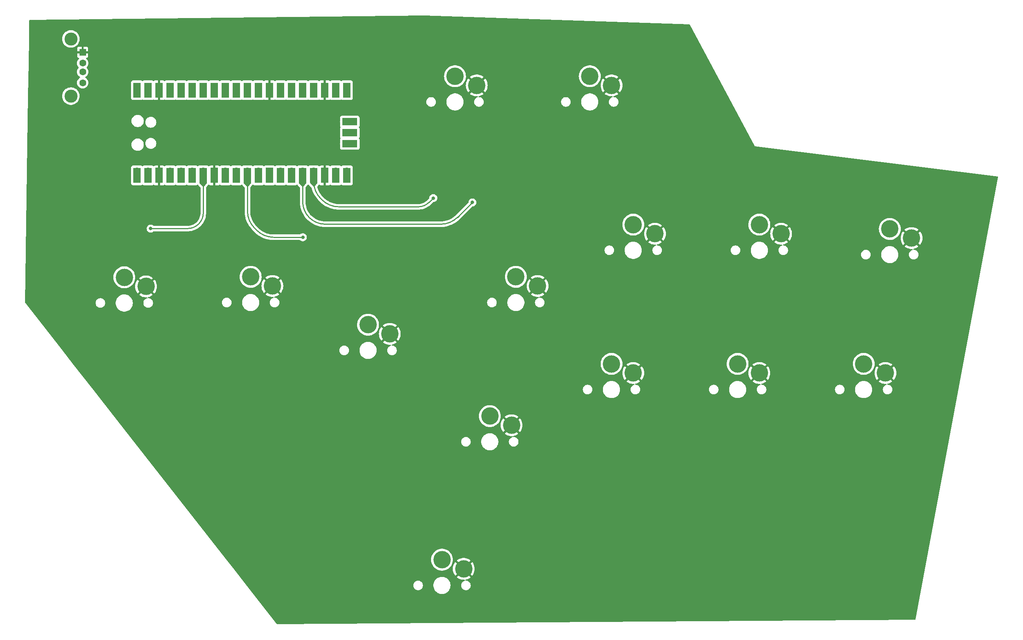
<source format=gbr>
%TF.GenerationSoftware,KiCad,Pcbnew,8.0.5*%
%TF.CreationDate,2024-12-27T20:29:11-05:00*%
%TF.ProjectId,with_usb_wired_v1,77697468-5f75-4736-925f-77697265645f,v1.0.0*%
%TF.SameCoordinates,Original*%
%TF.FileFunction,Copper,L1,Top*%
%TF.FilePolarity,Positive*%
%FSLAX46Y46*%
G04 Gerber Fmt 4.6, Leading zero omitted, Abs format (unit mm)*
G04 Created by KiCad (PCBNEW 8.0.5) date 2024-12-27 20:29:11*
%MOMM*%
%LPD*%
G01*
G04 APERTURE LIST*
%TA.AperFunction,ComponentPad*%
%ADD10R,1.500000X1.600000*%
%TD*%
%TA.AperFunction,ComponentPad*%
%ADD11C,1.600000*%
%TD*%
%TA.AperFunction,ComponentPad*%
%ADD12C,3.000000*%
%TD*%
%TA.AperFunction,ComponentPad*%
%ADD13C,4.000000*%
%TD*%
%TA.AperFunction,ComponentPad*%
%ADD14O,1.700000X1.700000*%
%TD*%
%TA.AperFunction,SMDPad,CuDef*%
%ADD15R,1.700000X3.500000*%
%TD*%
%TA.AperFunction,ComponentPad*%
%ADD16R,1.700000X1.700000*%
%TD*%
%TA.AperFunction,SMDPad,CuDef*%
%ADD17R,3.500000X1.700000*%
%TD*%
%TA.AperFunction,ViaPad*%
%ADD18C,0.800000*%
%TD*%
%TA.AperFunction,Conductor*%
%ADD19C,0.250000*%
%TD*%
G04 APERTURE END LIST*
D10*
%TO.P,REF\u002A\u002A,1*%
%TO.N,GND*%
X131360000Y-86500000D03*
D11*
%TO.P,REF\u002A\u002A,2*%
%TO.N,D+*%
X131360000Y-89000000D03*
%TO.P,REF\u002A\u002A,3*%
%TO.N,D-*%
X131360000Y-91000000D03*
%TO.P,REF\u002A\u002A,4*%
%TO.N,VCC*%
X131360000Y-93500000D03*
D12*
%TO.P,REF\u002A\u002A,5*%
%TO.N,N/C*%
X128650000Y-83430000D03*
X128650000Y-96570000D03*
%TD*%
D13*
%TO.P,S11,1*%
%TO.N,k3*%
X311000000Y-158100000D03*
%TO.P,S11,2*%
%TO.N,GND*%
X316000000Y-160200000D03*
%TD*%
%TO.P,S4,1*%
%TO.N,up*%
X214000000Y-203100000D03*
%TO.P,S4,2*%
%TO.N,GND*%
X219000000Y-205200000D03*
%TD*%
%TO.P,S7,1*%
%TO.N,k1*%
X253000000Y-158100000D03*
%TO.P,S7,2*%
%TO.N,GND*%
X258000000Y-160200000D03*
%TD*%
%TO.P,S3,1*%
%TO.N,right*%
X197000000Y-149100000D03*
%TO.P,S3,2*%
%TO.N,GND*%
X202000000Y-151200000D03*
%TD*%
%TO.P,S10,1*%
%TO.N,p2*%
X287000000Y-126100000D03*
%TO.P,S10,2*%
%TO.N,GND*%
X292000000Y-128200000D03*
%TD*%
%TO.P,S6,1*%
%TO.N,p0*%
X231000000Y-138100000D03*
%TO.P,S6,2*%
%TO.N,GND*%
X236000000Y-140200000D03*
%TD*%
%TO.P,S9,1*%
%TO.N,k2*%
X282000000Y-158100000D03*
%TO.P,S9,2*%
%TO.N,GND*%
X287000000Y-160200000D03*
%TD*%
D14*
%TO.P,REF\u002A\u002A,1*%
%TO.N,D+*%
X143870000Y-113890000D03*
D15*
%TO.N,N/C*%
X143870000Y-114790000D03*
D14*
%TO.P,REF\u002A\u002A,2*%
%TO.N,D-*%
X146410000Y-113890000D03*
D15*
%TO.N,N/C*%
X146410000Y-114790000D03*
D16*
%TO.P,REF\u002A\u002A,3*%
%TO.N,GND*%
X148950000Y-113890000D03*
D15*
X148950000Y-114790000D03*
D14*
%TO.P,REF\u002A\u002A,4*%
%TO.N,up*%
X151490000Y-113890000D03*
D15*
X151490000Y-114790000D03*
D14*
%TO.P,REF\u002A\u002A,5*%
%TO.N,down*%
X154030000Y-113890000D03*
D15*
X154030000Y-114790000D03*
D14*
%TO.P,REF\u002A\u002A,6*%
%TO.N,right*%
X156570000Y-113890000D03*
D15*
X156570000Y-114790000D03*
D14*
%TO.P,REF\u002A\u002A,7*%
%TO.N,left*%
X159110000Y-113890000D03*
D15*
X159110000Y-114790000D03*
D16*
%TO.P,REF\u002A\u002A,8*%
%TO.N,GND*%
X161650000Y-113890000D03*
D15*
X161650000Y-114790000D03*
D14*
%TO.P,REF\u002A\u002A,9*%
%TO.N,k1*%
X164190000Y-113890000D03*
D15*
X164190000Y-114790000D03*
D14*
%TO.P,REF\u002A\u002A,10*%
%TO.N,k2*%
X166730000Y-113890000D03*
D15*
X166730000Y-114790000D03*
D14*
%TO.P,REF\u002A\u002A,11*%
%TO.N,k0*%
X169270000Y-113890000D03*
D15*
X169270000Y-114790000D03*
D14*
%TO.P,REF\u002A\u002A,12*%
%TO.N,k3*%
X171810000Y-113890000D03*
D15*
X171810000Y-114790000D03*
D16*
%TO.P,REF\u002A\u002A,13*%
%TO.N,N/C*%
X174350000Y-113890000D03*
D15*
X174350000Y-114790000D03*
D14*
%TO.P,REF\u002A\u002A,14*%
%TO.N,p0*%
X176890000Y-113890000D03*
D15*
X176890000Y-114790000D03*
D14*
%TO.P,REF\u002A\u002A,15*%
%TO.N,p1*%
X179430000Y-113890000D03*
D15*
X179430000Y-114790000D03*
D14*
%TO.P,REF\u002A\u002A,16*%
%TO.N,p2*%
X181970000Y-113890000D03*
D15*
X181970000Y-114790000D03*
D14*
%TO.P,REF\u002A\u002A,17*%
%TO.N,p3*%
X184510000Y-113890000D03*
D15*
X184510000Y-114790000D03*
D16*
%TO.P,REF\u002A\u002A,18*%
%TO.N,GND*%
X187050000Y-113890000D03*
D15*
X187050000Y-114790000D03*
D14*
%TO.P,REF\u002A\u002A,19*%
%TO.N,N/C*%
X189590000Y-113890000D03*
D15*
X189590000Y-114790000D03*
D14*
%TO.P,REF\u002A\u002A,20*%
X192130000Y-113890000D03*
D15*
X192130000Y-114790000D03*
D14*
%TO.P,REF\u002A\u002A,21*%
%TO.N,start*%
X192130000Y-96110000D03*
D15*
X192130000Y-95210000D03*
D14*
%TO.P,REF\u002A\u002A,22*%
%TO.N,select*%
X189590000Y-96110000D03*
D15*
X189590000Y-95210000D03*
D16*
%TO.P,REF\u002A\u002A,23*%
%TO.N,GND*%
X187050000Y-96110000D03*
D15*
X187050000Y-95210000D03*
D14*
%TO.P,REF\u002A\u002A,24*%
%TO.N,N/C*%
X184510000Y-96110000D03*
D15*
X184510000Y-95210000D03*
D14*
%TO.P,REF\u002A\u002A,25*%
X181970000Y-96110000D03*
D15*
X181970000Y-95210000D03*
D14*
%TO.P,REF\u002A\u002A,26*%
X179430000Y-96110000D03*
D15*
X179430000Y-95210000D03*
D14*
%TO.P,REF\u002A\u002A,27*%
X176890000Y-96110000D03*
D15*
X176890000Y-95210000D03*
D16*
%TO.P,REF\u002A\u002A,28*%
%TO.N,GND*%
X174350000Y-96110000D03*
D15*
X174350000Y-95210000D03*
D14*
%TO.P,REF\u002A\u002A,29*%
%TO.N,N/C*%
X171810000Y-96110000D03*
D15*
X171810000Y-95210000D03*
D14*
%TO.P,REF\u002A\u002A,30*%
X169270000Y-96110000D03*
D15*
X169270000Y-95210000D03*
D14*
%TO.P,REF\u002A\u002A,31*%
X166730000Y-96110000D03*
D15*
X166730000Y-95210000D03*
D14*
%TO.P,REF\u002A\u002A,32*%
X164190000Y-96110000D03*
D15*
X164190000Y-95210000D03*
D16*
%TO.P,REF\u002A\u002A,33*%
X161650000Y-96110000D03*
D15*
X161650000Y-95210000D03*
D14*
%TO.P,REF\u002A\u002A,34*%
X159110000Y-96110000D03*
D15*
X159110000Y-95210000D03*
D14*
%TO.P,REF\u002A\u002A,35*%
X156570000Y-96110000D03*
D15*
X156570000Y-95210000D03*
D14*
%TO.P,REF\u002A\u002A,36*%
X154030000Y-96110000D03*
D15*
X154030000Y-95210000D03*
D14*
%TO.P,REF\u002A\u002A,37*%
X151490000Y-96110000D03*
D15*
X151490000Y-95210000D03*
D16*
%TO.P,REF\u002A\u002A,38*%
%TO.N,GND*%
X148950000Y-96110000D03*
D15*
X148950000Y-95210000D03*
D14*
%TO.P,REF\u002A\u002A,39*%
%TO.N,N/C*%
X146410000Y-96110000D03*
D15*
X146410000Y-95210000D03*
D14*
%TO.P,REF\u002A\u002A,40*%
%TO.N,VCC*%
X143870000Y-96110000D03*
D15*
%TO.N,N/C*%
X143870000Y-95210000D03*
D14*
%TO.P,REF\u002A\u002A,41*%
X191900000Y-107540000D03*
D17*
X192800000Y-107540000D03*
D16*
%TO.P,REF\u002A\u002A,42*%
X191900000Y-105000000D03*
D17*
X192800000Y-105000000D03*
D14*
%TO.P,REF\u002A\u002A,43*%
X191900000Y-102460000D03*
D17*
X192800000Y-102460000D03*
%TD*%
D13*
%TO.P,S2,1*%
%TO.N,down*%
X170000000Y-138100000D03*
%TO.P,S2,2*%
%TO.N,GND*%
X175000000Y-140200000D03*
%TD*%
%TO.P,S14,1*%
%TO.N,select*%
X248000000Y-92000000D03*
%TO.P,S14,2*%
%TO.N,GND*%
X253000000Y-94100000D03*
%TD*%
%TO.P,S12,1*%
%TO.N,p3*%
X317000000Y-127100000D03*
%TO.P,S12,2*%
%TO.N,GND*%
X322000000Y-129200000D03*
%TD*%
%TO.P,S5,1*%
%TO.N,k0*%
X225000000Y-170100000D03*
%TO.P,S5,2*%
%TO.N,GND*%
X230000000Y-172200000D03*
%TD*%
%TO.P,S13,1*%
%TO.N,start*%
X217000000Y-92000000D03*
%TO.P,S13,2*%
%TO.N,GND*%
X222000000Y-94100000D03*
%TD*%
%TO.P,S8,1*%
%TO.N,p1*%
X258000000Y-126100000D03*
%TO.P,S8,2*%
%TO.N,GND*%
X263000000Y-128200000D03*
%TD*%
%TO.P,S1,1*%
%TO.N,left*%
X140931165Y-138207445D03*
%TO.P,S1,2*%
%TO.N,GND*%
X145931165Y-140307445D03*
%TD*%
D18*
%TO.N,left*%
X147000000Y-127000000D03*
%TO.N,k0*%
X182000000Y-129000000D03*
%TO.N,p2*%
X221000000Y-121000000D03*
%TO.N,p3*%
X212000000Y-120000000D03*
%TD*%
D19*
%TO.N,down*%
X169900000Y-138000000D02*
X170000000Y-138100000D01*
%TO.N,left*%
X147000000Y-127000000D02*
X155508004Y-127000000D01*
X159110000Y-123398004D02*
X159110000Y-113890000D01*
X158055000Y-125945000D02*
G75*
G02*
X155508004Y-127000002I-2547000J2547000D01*
G01*
X158055000Y-125945000D02*
G75*
G03*
X159110002Y-123398004I-2547000J2547000D01*
G01*
%TO.N,k0*%
X170863792Y-126863792D02*
X171406207Y-127406207D01*
X169270000Y-123016036D02*
X169270000Y-113890000D01*
X175253963Y-129000000D02*
X182000000Y-129000000D01*
X170863792Y-126863792D02*
G75*
G02*
X169269989Y-123016036I3847808J3847792D01*
G01*
X175253963Y-129000000D02*
G75*
G02*
X171406215Y-127406199I37J5441600D01*
G01*
%TO.N,p2*%
X221000000Y-121000000D02*
X217593792Y-124406207D01*
X181970000Y-120827466D02*
X181970000Y-113890000D01*
X213746036Y-126000000D02*
X187142533Y-126000000D01*
X183485000Y-124485000D02*
G75*
G02*
X181970014Y-120827466I3657500J3657500D01*
G01*
X183485000Y-124485000D02*
G75*
G03*
X187142533Y-125999986I3657500J3657500D01*
G01*
X217593792Y-124406207D02*
G75*
G02*
X213746036Y-126000010I-3847792J3847807D01*
G01*
%TO.N,p3*%
X186103792Y-120103792D02*
X186406207Y-120406207D01*
X184510000Y-116256036D02*
X184510000Y-113890000D01*
X211000000Y-121000000D02*
X212000000Y-120000000D01*
X190253963Y-122000000D02*
X208585786Y-122000000D01*
X186103792Y-120103792D02*
G75*
G02*
X184509989Y-116256036I3847808J3847792D01*
G01*
X190253963Y-122000000D02*
G75*
G02*
X186406215Y-120406199I37J5441600D01*
G01*
X211000000Y-121000000D02*
G75*
G02*
X208585786Y-121999994I-2414200J2414200D01*
G01*
%TD*%
%TA.AperFunction,Conductor*%
%TO.N,GND*%
G36*
X210001880Y-78075601D02*
G01*
X270882537Y-80071689D01*
X270948894Y-80093559D01*
X270987776Y-80137067D01*
X285922880Y-108015927D01*
X285926835Y-108025824D01*
X285931824Y-108035776D01*
X285939630Y-108047784D01*
X285944685Y-108053932D01*
X285950722Y-108059157D01*
X285962501Y-108067243D01*
X285963773Y-108067921D01*
X285963775Y-108067923D01*
X285963777Y-108067923D01*
X285969540Y-108070997D01*
X285975731Y-108073053D01*
X285975733Y-108073054D01*
X285975734Y-108073054D01*
X285977107Y-108073510D01*
X285991081Y-108076473D01*
X285992522Y-108076613D01*
X285992527Y-108076615D01*
X285992531Y-108076614D01*
X286002212Y-108077559D01*
X286012846Y-108077692D01*
X341780467Y-115048646D01*
X341844548Y-115076493D01*
X341883400Y-115134565D01*
X341886990Y-115194395D01*
X322955924Y-216824331D01*
X322924296Y-216886633D01*
X322864006Y-216921944D01*
X322834865Y-216925621D01*
X176097436Y-217923834D01*
X176030264Y-217904606D01*
X175998997Y-217876330D01*
X168973928Y-208913312D01*
X207398600Y-208913312D01*
X207398600Y-209086687D01*
X207425720Y-209257913D01*
X207479290Y-209422788D01*
X207479291Y-209422791D01*
X207557998Y-209577260D01*
X207659899Y-209717514D01*
X207782486Y-209840101D01*
X207922740Y-209942002D01*
X207998502Y-209980604D01*
X208077208Y-210020708D01*
X208077211Y-210020709D01*
X208159648Y-210047494D01*
X208242088Y-210074280D01*
X208321391Y-210086840D01*
X208413313Y-210101400D01*
X208413318Y-210101400D01*
X208586687Y-210101400D01*
X208669695Y-210088252D01*
X208757912Y-210074280D01*
X208922791Y-210020708D01*
X209077260Y-209942002D01*
X209217514Y-209840101D01*
X209340101Y-209717514D01*
X209442002Y-209577260D01*
X209520708Y-209422791D01*
X209574280Y-209257912D01*
X209588252Y-209169695D01*
X209601400Y-209086687D01*
X209601400Y-208913312D01*
X209594729Y-208871199D01*
X212035000Y-208871199D01*
X212035000Y-209128800D01*
X212068622Y-209384174D01*
X212135289Y-209632982D01*
X212233859Y-209870952D01*
X212233867Y-209870969D01*
X212362652Y-210094030D01*
X212362663Y-210094046D01*
X212519463Y-210298392D01*
X212519469Y-210298399D01*
X212701600Y-210480530D01*
X212701606Y-210480535D01*
X212905962Y-210637343D01*
X212905969Y-210637347D01*
X213129030Y-210766132D01*
X213129035Y-210766134D01*
X213129038Y-210766136D01*
X213129042Y-210766137D01*
X213129047Y-210766140D01*
X213223386Y-210805216D01*
X213367016Y-210864710D01*
X213615825Y-210931378D01*
X213871207Y-210965000D01*
X213871214Y-210965000D01*
X214128786Y-210965000D01*
X214128793Y-210965000D01*
X214384175Y-210931378D01*
X214632984Y-210864710D01*
X214870962Y-210766136D01*
X215094038Y-210637343D01*
X215298394Y-210480535D01*
X215480535Y-210298394D01*
X215637343Y-210094038D01*
X215766136Y-209870962D01*
X215864710Y-209632984D01*
X215931378Y-209384175D01*
X215965000Y-209128793D01*
X215965000Y-208871207D01*
X215931378Y-208615825D01*
X215864710Y-208367016D01*
X215766136Y-208129038D01*
X215766134Y-208129035D01*
X215766132Y-208129030D01*
X215637347Y-207905969D01*
X215637343Y-207905962D01*
X215576071Y-207826111D01*
X215480536Y-207701607D01*
X215480530Y-207701600D01*
X215298399Y-207519469D01*
X215298392Y-207519463D01*
X215094046Y-207362663D01*
X215094044Y-207362661D01*
X215094038Y-207362657D01*
X215094033Y-207362654D01*
X215094030Y-207362652D01*
X214870969Y-207233867D01*
X214870952Y-207233859D01*
X214632982Y-207135289D01*
X214475243Y-207093023D01*
X214384175Y-207068622D01*
X214352252Y-207064419D01*
X214128800Y-207035000D01*
X214128793Y-207035000D01*
X213871207Y-207035000D01*
X213871199Y-207035000D01*
X213615825Y-207068622D01*
X213367017Y-207135289D01*
X213129047Y-207233859D01*
X213129030Y-207233867D01*
X212905969Y-207362652D01*
X212905953Y-207362663D01*
X212701607Y-207519463D01*
X212701600Y-207519469D01*
X212519469Y-207701600D01*
X212519463Y-207701607D01*
X212362663Y-207905953D01*
X212362652Y-207905969D01*
X212233867Y-208129030D01*
X212233859Y-208129047D01*
X212135289Y-208367017D01*
X212068622Y-208615825D01*
X212035000Y-208871199D01*
X209594729Y-208871199D01*
X209585622Y-208813702D01*
X209574280Y-208742088D01*
X209520708Y-208577209D01*
X209520708Y-208577208D01*
X209442001Y-208422739D01*
X209340101Y-208282486D01*
X209217514Y-208159899D01*
X209077260Y-208057998D01*
X208922791Y-207979291D01*
X208922788Y-207979290D01*
X208757913Y-207925720D01*
X208586687Y-207898600D01*
X208586682Y-207898600D01*
X208413318Y-207898600D01*
X208413313Y-207898600D01*
X208242086Y-207925720D01*
X208077211Y-207979290D01*
X208077208Y-207979291D01*
X207922739Y-208057998D01*
X207842719Y-208116136D01*
X207782486Y-208159899D01*
X207782484Y-208159901D01*
X207782483Y-208159901D01*
X207659901Y-208282483D01*
X207659901Y-208282484D01*
X207659899Y-208282486D01*
X207616136Y-208342719D01*
X207557998Y-208422739D01*
X207479291Y-208577208D01*
X207479290Y-208577211D01*
X207425720Y-208742086D01*
X207398600Y-208913312D01*
X168973928Y-208913312D01*
X166080882Y-205222184D01*
X164417544Y-203099994D01*
X211486540Y-203099994D01*
X211486540Y-203100005D01*
X211506357Y-203415012D01*
X211506359Y-203415020D01*
X211565505Y-203725072D01*
X211566336Y-203727629D01*
X211663044Y-204025267D01*
X211663046Y-204025272D01*
X211797436Y-204310865D01*
X211797442Y-204310876D01*
X211966561Y-204577365D01*
X211966563Y-204577368D01*
X211966568Y-204577375D01*
X212167767Y-204820582D01*
X212167772Y-204820588D01*
X212397858Y-205036652D01*
X212397868Y-205036660D01*
X212653209Y-205222176D01*
X212653214Y-205222178D01*
X212653221Y-205222184D01*
X212929821Y-205374247D01*
X212929826Y-205374249D01*
X212929828Y-205374250D01*
X212929829Y-205374251D01*
X213223294Y-205490442D01*
X213223297Y-205490443D01*
X213469096Y-205553553D01*
X213529025Y-205568940D01*
X213594717Y-205577238D01*
X213842167Y-205608499D01*
X213842176Y-205608499D01*
X213842179Y-205608500D01*
X213842181Y-205608500D01*
X214157819Y-205608500D01*
X214157821Y-205608500D01*
X214157824Y-205608499D01*
X214157832Y-205608499D01*
X214344692Y-205584892D01*
X214470975Y-205568940D01*
X214776702Y-205490443D01*
X214776705Y-205490442D01*
X215070170Y-205374251D01*
X215070171Y-205374250D01*
X215070169Y-205374250D01*
X215070179Y-205374247D01*
X215346779Y-205222184D01*
X215377321Y-205199994D01*
X216495057Y-205199994D01*
X216495057Y-205200005D01*
X216514807Y-205513942D01*
X216514808Y-205513949D01*
X216573755Y-205822958D01*
X216670963Y-206122132D01*
X216670965Y-206122137D01*
X216804900Y-206406761D01*
X216804903Y-206406767D01*
X216973457Y-206672367D01*
X216973460Y-206672371D01*
X217064286Y-206782160D01*
X217777340Y-206069105D01*
X217855864Y-206177184D01*
X218022816Y-206344136D01*
X218130892Y-206422658D01*
X217414971Y-207138579D01*
X217414972Y-207138581D01*
X217657772Y-207314985D01*
X217657790Y-207314996D01*
X217933447Y-207466540D01*
X217933455Y-207466544D01*
X218225926Y-207582340D01*
X218530620Y-207660573D01*
X218530629Y-207660575D01*
X218842701Y-207699999D01*
X218842715Y-207700000D01*
X219153876Y-207700000D01*
X219220915Y-207719685D01*
X219266670Y-207772489D01*
X219276614Y-207841647D01*
X219247589Y-207905203D01*
X219192194Y-207941931D01*
X219077211Y-207979290D01*
X219077208Y-207979291D01*
X218922739Y-208057998D01*
X218842719Y-208116136D01*
X218782486Y-208159899D01*
X218782484Y-208159901D01*
X218782483Y-208159901D01*
X218659901Y-208282483D01*
X218659901Y-208282484D01*
X218659899Y-208282486D01*
X218616136Y-208342719D01*
X218557998Y-208422739D01*
X218479291Y-208577208D01*
X218479290Y-208577211D01*
X218425720Y-208742086D01*
X218398600Y-208913312D01*
X218398600Y-209086687D01*
X218425720Y-209257913D01*
X218479290Y-209422788D01*
X218479291Y-209422791D01*
X218557998Y-209577260D01*
X218659899Y-209717514D01*
X218782486Y-209840101D01*
X218922740Y-209942002D01*
X218998502Y-209980604D01*
X219077208Y-210020708D01*
X219077211Y-210020709D01*
X219159648Y-210047494D01*
X219242088Y-210074280D01*
X219321391Y-210086840D01*
X219413313Y-210101400D01*
X219413318Y-210101400D01*
X219586687Y-210101400D01*
X219669695Y-210088252D01*
X219757912Y-210074280D01*
X219922791Y-210020708D01*
X220077260Y-209942002D01*
X220217514Y-209840101D01*
X220340101Y-209717514D01*
X220442002Y-209577260D01*
X220520708Y-209422791D01*
X220574280Y-209257912D01*
X220588252Y-209169695D01*
X220601400Y-209086687D01*
X220601400Y-208913312D01*
X220585622Y-208813702D01*
X220574280Y-208742088D01*
X220520708Y-208577209D01*
X220520708Y-208577208D01*
X220442001Y-208422739D01*
X220340101Y-208282486D01*
X220217514Y-208159899D01*
X220077260Y-208057998D01*
X219922791Y-207979291D01*
X219922788Y-207979290D01*
X219757913Y-207925720D01*
X219586687Y-207898600D01*
X219586682Y-207898600D01*
X219523889Y-207898600D01*
X219456850Y-207878915D01*
X219411095Y-207826111D01*
X219401151Y-207756953D01*
X219430176Y-207693397D01*
X219488954Y-207655623D01*
X219493051Y-207654496D01*
X219774073Y-207582340D01*
X220066544Y-207466544D01*
X220066552Y-207466540D01*
X220342209Y-207314996D01*
X220342219Y-207314990D01*
X220585026Y-207138579D01*
X220585027Y-207138579D01*
X219869106Y-206422658D01*
X219977184Y-206344136D01*
X220144136Y-206177184D01*
X220222658Y-206069106D01*
X220935712Y-206782160D01*
X221026544Y-206672364D01*
X221195096Y-206406767D01*
X221195099Y-206406761D01*
X221329034Y-206122137D01*
X221329036Y-206122132D01*
X221426244Y-205822958D01*
X221485191Y-205513949D01*
X221485192Y-205513942D01*
X221504943Y-205200005D01*
X221504943Y-205199994D01*
X221485192Y-204886057D01*
X221485191Y-204886050D01*
X221426244Y-204577041D01*
X221329036Y-204277867D01*
X221329034Y-204277862D01*
X221195099Y-203993238D01*
X221195096Y-203993232D01*
X221026542Y-203727632D01*
X221026539Y-203727628D01*
X220935712Y-203617838D01*
X220222658Y-204330892D01*
X220144136Y-204222816D01*
X219977184Y-204055864D01*
X219869106Y-203977340D01*
X220585027Y-203261419D01*
X220585026Y-203261417D01*
X220342227Y-203085014D01*
X220342209Y-203085003D01*
X220066552Y-202933459D01*
X220066544Y-202933455D01*
X219774073Y-202817659D01*
X219469379Y-202739426D01*
X219469370Y-202739424D01*
X219157298Y-202700000D01*
X218842701Y-202700000D01*
X218530629Y-202739424D01*
X218530620Y-202739426D01*
X218225926Y-202817659D01*
X217933455Y-202933455D01*
X217933447Y-202933459D01*
X217657787Y-203085004D01*
X217657782Y-203085007D01*
X217414972Y-203261418D01*
X217414971Y-203261419D01*
X218130893Y-203977341D01*
X218022816Y-204055864D01*
X217855864Y-204222816D01*
X217777341Y-204330893D01*
X217064286Y-203617838D01*
X217064285Y-203617838D01*
X216973459Y-203727629D01*
X216973457Y-203727632D01*
X216804903Y-203993232D01*
X216804900Y-203993238D01*
X216670965Y-204277862D01*
X216670963Y-204277867D01*
X216573755Y-204577041D01*
X216514808Y-204886050D01*
X216514807Y-204886057D01*
X216495057Y-205199994D01*
X215377321Y-205199994D01*
X215602140Y-205036654D01*
X215832233Y-204820582D01*
X216033432Y-204577375D01*
X216202562Y-204310869D01*
X216336956Y-204025266D01*
X216434495Y-203725072D01*
X216493641Y-203415020D01*
X216513460Y-203100000D01*
X216513460Y-203099994D01*
X216493642Y-202784987D01*
X216493641Y-202784980D01*
X216434495Y-202474928D01*
X216336956Y-202174734D01*
X216202562Y-201889131D01*
X216033432Y-201622625D01*
X215832233Y-201379418D01*
X215832232Y-201379417D01*
X215832227Y-201379411D01*
X215602141Y-201163347D01*
X215602131Y-201163339D01*
X215346790Y-200977823D01*
X215346783Y-200977818D01*
X215346779Y-200977816D01*
X215070179Y-200825753D01*
X215070176Y-200825751D01*
X215070171Y-200825749D01*
X215070170Y-200825748D01*
X214776705Y-200709557D01*
X214776702Y-200709556D01*
X214470978Y-200631060D01*
X214470965Y-200631058D01*
X214157832Y-200591500D01*
X214157821Y-200591500D01*
X213842179Y-200591500D01*
X213842167Y-200591500D01*
X213529034Y-200631058D01*
X213529021Y-200631060D01*
X213223297Y-200709556D01*
X213223294Y-200709557D01*
X212929829Y-200825748D01*
X212929828Y-200825749D01*
X212653221Y-200977816D01*
X212653209Y-200977823D01*
X212397868Y-201163339D01*
X212397858Y-201163347D01*
X212167772Y-201379411D01*
X211966561Y-201622634D01*
X211797442Y-201889123D01*
X211797436Y-201889134D01*
X211663046Y-202174727D01*
X211663044Y-202174732D01*
X211572537Y-202453283D01*
X211565505Y-202474928D01*
X211532220Y-202649409D01*
X211506357Y-202784987D01*
X211486540Y-203099994D01*
X164417544Y-203099994D01*
X143109063Y-175913312D01*
X218398600Y-175913312D01*
X218398600Y-176086687D01*
X218425720Y-176257913D01*
X218479290Y-176422788D01*
X218479291Y-176422791D01*
X218557998Y-176577260D01*
X218659899Y-176717514D01*
X218782486Y-176840101D01*
X218922740Y-176942002D01*
X218998502Y-176980604D01*
X219077208Y-177020708D01*
X219077211Y-177020709D01*
X219159648Y-177047494D01*
X219242088Y-177074280D01*
X219321391Y-177086840D01*
X219413313Y-177101400D01*
X219413318Y-177101400D01*
X219586687Y-177101400D01*
X219669695Y-177088252D01*
X219757912Y-177074280D01*
X219922791Y-177020708D01*
X220077260Y-176942002D01*
X220217514Y-176840101D01*
X220340101Y-176717514D01*
X220442002Y-176577260D01*
X220520708Y-176422791D01*
X220574280Y-176257912D01*
X220588252Y-176169695D01*
X220601400Y-176086687D01*
X220601400Y-175913312D01*
X220594729Y-175871199D01*
X223035000Y-175871199D01*
X223035000Y-176128800D01*
X223068622Y-176384174D01*
X223135289Y-176632982D01*
X223233859Y-176870952D01*
X223233867Y-176870969D01*
X223362652Y-177094030D01*
X223362663Y-177094046D01*
X223519463Y-177298392D01*
X223519469Y-177298399D01*
X223701600Y-177480530D01*
X223701606Y-177480535D01*
X223905962Y-177637343D01*
X223905969Y-177637347D01*
X224129030Y-177766132D01*
X224129035Y-177766134D01*
X224129038Y-177766136D01*
X224129042Y-177766137D01*
X224129047Y-177766140D01*
X224223386Y-177805216D01*
X224367016Y-177864710D01*
X224615825Y-177931378D01*
X224871207Y-177965000D01*
X224871214Y-177965000D01*
X225128786Y-177965000D01*
X225128793Y-177965000D01*
X225384175Y-177931378D01*
X225632984Y-177864710D01*
X225870962Y-177766136D01*
X226094038Y-177637343D01*
X226298394Y-177480535D01*
X226480535Y-177298394D01*
X226637343Y-177094038D01*
X226766136Y-176870962D01*
X226864710Y-176632984D01*
X226931378Y-176384175D01*
X226965000Y-176128793D01*
X226965000Y-175871207D01*
X226931378Y-175615825D01*
X226864710Y-175367016D01*
X226766136Y-175129038D01*
X226766134Y-175129035D01*
X226766132Y-175129030D01*
X226637347Y-174905969D01*
X226637343Y-174905962D01*
X226576071Y-174826111D01*
X226480536Y-174701607D01*
X226480530Y-174701600D01*
X226298399Y-174519469D01*
X226298392Y-174519463D01*
X226094046Y-174362663D01*
X226094044Y-174362661D01*
X226094038Y-174362657D01*
X226094033Y-174362654D01*
X226094030Y-174362652D01*
X225870969Y-174233867D01*
X225870952Y-174233859D01*
X225632982Y-174135289D01*
X225475243Y-174093023D01*
X225384175Y-174068622D01*
X225352252Y-174064419D01*
X225128800Y-174035000D01*
X225128793Y-174035000D01*
X224871207Y-174035000D01*
X224871199Y-174035000D01*
X224615825Y-174068622D01*
X224367017Y-174135289D01*
X224129047Y-174233859D01*
X224129030Y-174233867D01*
X223905969Y-174362652D01*
X223905953Y-174362663D01*
X223701607Y-174519463D01*
X223701600Y-174519469D01*
X223519469Y-174701600D01*
X223519463Y-174701607D01*
X223362663Y-174905953D01*
X223362652Y-174905969D01*
X223233867Y-175129030D01*
X223233859Y-175129047D01*
X223135289Y-175367017D01*
X223068622Y-175615825D01*
X223035000Y-175871199D01*
X220594729Y-175871199D01*
X220585622Y-175813702D01*
X220574280Y-175742088D01*
X220520708Y-175577209D01*
X220520708Y-175577208D01*
X220442001Y-175422739D01*
X220340101Y-175282486D01*
X220217514Y-175159899D01*
X220077260Y-175057998D01*
X219922791Y-174979291D01*
X219922788Y-174979290D01*
X219757913Y-174925720D01*
X219586687Y-174898600D01*
X219586682Y-174898600D01*
X219413318Y-174898600D01*
X219413313Y-174898600D01*
X219242086Y-174925720D01*
X219077211Y-174979290D01*
X219077208Y-174979291D01*
X218922739Y-175057998D01*
X218842719Y-175116136D01*
X218782486Y-175159899D01*
X218782484Y-175159901D01*
X218782483Y-175159901D01*
X218659901Y-175282483D01*
X218659901Y-175282484D01*
X218659899Y-175282486D01*
X218616136Y-175342719D01*
X218557998Y-175422739D01*
X218479291Y-175577208D01*
X218479290Y-175577211D01*
X218425720Y-175742086D01*
X218398600Y-175913312D01*
X143109063Y-175913312D01*
X138552679Y-170099994D01*
X222486540Y-170099994D01*
X222486540Y-170100005D01*
X222506357Y-170415012D01*
X222506359Y-170415020D01*
X222565505Y-170725072D01*
X222566336Y-170727629D01*
X222663044Y-171025267D01*
X222663046Y-171025272D01*
X222797436Y-171310865D01*
X222797442Y-171310876D01*
X222966561Y-171577365D01*
X222966563Y-171577368D01*
X222966568Y-171577375D01*
X223167767Y-171820582D01*
X223167772Y-171820588D01*
X223397858Y-172036652D01*
X223397868Y-172036660D01*
X223653209Y-172222176D01*
X223653214Y-172222178D01*
X223653221Y-172222184D01*
X223929821Y-172374247D01*
X223929826Y-172374249D01*
X223929828Y-172374250D01*
X223929829Y-172374251D01*
X224223294Y-172490442D01*
X224223297Y-172490443D01*
X224469096Y-172553553D01*
X224529025Y-172568940D01*
X224594717Y-172577238D01*
X224842167Y-172608499D01*
X224842176Y-172608499D01*
X224842179Y-172608500D01*
X224842181Y-172608500D01*
X225157819Y-172608500D01*
X225157821Y-172608500D01*
X225157824Y-172608499D01*
X225157832Y-172608499D01*
X225344692Y-172584892D01*
X225470975Y-172568940D01*
X225776702Y-172490443D01*
X225776705Y-172490442D01*
X226070170Y-172374251D01*
X226070171Y-172374250D01*
X226070169Y-172374250D01*
X226070179Y-172374247D01*
X226346779Y-172222184D01*
X226377321Y-172199994D01*
X227495057Y-172199994D01*
X227495057Y-172200005D01*
X227514807Y-172513942D01*
X227514808Y-172513949D01*
X227573755Y-172822958D01*
X227670963Y-173122132D01*
X227670965Y-173122137D01*
X227804900Y-173406761D01*
X227804903Y-173406767D01*
X227973457Y-173672367D01*
X227973460Y-173672371D01*
X228064286Y-173782160D01*
X228777340Y-173069105D01*
X228855864Y-173177184D01*
X229022816Y-173344136D01*
X229130892Y-173422658D01*
X228414971Y-174138579D01*
X228414972Y-174138581D01*
X228657772Y-174314985D01*
X228657790Y-174314996D01*
X228933447Y-174466540D01*
X228933455Y-174466544D01*
X229225926Y-174582340D01*
X229530620Y-174660573D01*
X229530629Y-174660575D01*
X229842701Y-174699999D01*
X229842715Y-174700000D01*
X230153876Y-174700000D01*
X230220915Y-174719685D01*
X230266670Y-174772489D01*
X230276614Y-174841647D01*
X230247589Y-174905203D01*
X230192194Y-174941931D01*
X230077211Y-174979290D01*
X230077208Y-174979291D01*
X229922739Y-175057998D01*
X229842719Y-175116136D01*
X229782486Y-175159899D01*
X229782484Y-175159901D01*
X229782483Y-175159901D01*
X229659901Y-175282483D01*
X229659901Y-175282484D01*
X229659899Y-175282486D01*
X229616136Y-175342719D01*
X229557998Y-175422739D01*
X229479291Y-175577208D01*
X229479290Y-175577211D01*
X229425720Y-175742086D01*
X229398600Y-175913312D01*
X229398600Y-176086687D01*
X229425720Y-176257913D01*
X229479290Y-176422788D01*
X229479291Y-176422791D01*
X229557998Y-176577260D01*
X229659899Y-176717514D01*
X229782486Y-176840101D01*
X229922740Y-176942002D01*
X229998502Y-176980604D01*
X230077208Y-177020708D01*
X230077211Y-177020709D01*
X230159648Y-177047494D01*
X230242088Y-177074280D01*
X230321391Y-177086840D01*
X230413313Y-177101400D01*
X230413318Y-177101400D01*
X230586687Y-177101400D01*
X230669695Y-177088252D01*
X230757912Y-177074280D01*
X230922791Y-177020708D01*
X231077260Y-176942002D01*
X231217514Y-176840101D01*
X231340101Y-176717514D01*
X231442002Y-176577260D01*
X231520708Y-176422791D01*
X231574280Y-176257912D01*
X231588252Y-176169695D01*
X231601400Y-176086687D01*
X231601400Y-175913312D01*
X231585622Y-175813702D01*
X231574280Y-175742088D01*
X231520708Y-175577209D01*
X231520708Y-175577208D01*
X231442001Y-175422739D01*
X231340101Y-175282486D01*
X231217514Y-175159899D01*
X231077260Y-175057998D01*
X230922791Y-174979291D01*
X230922788Y-174979290D01*
X230757913Y-174925720D01*
X230586687Y-174898600D01*
X230586682Y-174898600D01*
X230523889Y-174898600D01*
X230456850Y-174878915D01*
X230411095Y-174826111D01*
X230401151Y-174756953D01*
X230430176Y-174693397D01*
X230488954Y-174655623D01*
X230493051Y-174654496D01*
X230774073Y-174582340D01*
X231066544Y-174466544D01*
X231066552Y-174466540D01*
X231342209Y-174314996D01*
X231342219Y-174314990D01*
X231585026Y-174138579D01*
X231585027Y-174138579D01*
X230869106Y-173422658D01*
X230977184Y-173344136D01*
X231144136Y-173177184D01*
X231222658Y-173069106D01*
X231935712Y-173782160D01*
X232026544Y-173672364D01*
X232195096Y-173406767D01*
X232195099Y-173406761D01*
X232329034Y-173122137D01*
X232329036Y-173122132D01*
X232426244Y-172822958D01*
X232485191Y-172513949D01*
X232485192Y-172513942D01*
X232504943Y-172200005D01*
X232504943Y-172199994D01*
X232485192Y-171886057D01*
X232485191Y-171886050D01*
X232426244Y-171577041D01*
X232329036Y-171277867D01*
X232329034Y-171277862D01*
X232195099Y-170993238D01*
X232195096Y-170993232D01*
X232026542Y-170727632D01*
X232026539Y-170727628D01*
X231935712Y-170617838D01*
X231222658Y-171330892D01*
X231144136Y-171222816D01*
X230977184Y-171055864D01*
X230869106Y-170977340D01*
X231585027Y-170261419D01*
X231585026Y-170261417D01*
X231342227Y-170085014D01*
X231342209Y-170085003D01*
X231066552Y-169933459D01*
X231066544Y-169933455D01*
X230774073Y-169817659D01*
X230469379Y-169739426D01*
X230469370Y-169739424D01*
X230157298Y-169700000D01*
X229842701Y-169700000D01*
X229530629Y-169739424D01*
X229530620Y-169739426D01*
X229225926Y-169817659D01*
X228933455Y-169933455D01*
X228933447Y-169933459D01*
X228657787Y-170085004D01*
X228657782Y-170085007D01*
X228414972Y-170261418D01*
X228414971Y-170261419D01*
X229130893Y-170977341D01*
X229022816Y-171055864D01*
X228855864Y-171222816D01*
X228777341Y-171330893D01*
X228064286Y-170617838D01*
X228064285Y-170617838D01*
X227973459Y-170727629D01*
X227973457Y-170727632D01*
X227804903Y-170993232D01*
X227804900Y-170993238D01*
X227670965Y-171277862D01*
X227670963Y-171277867D01*
X227573755Y-171577041D01*
X227514808Y-171886050D01*
X227514807Y-171886057D01*
X227495057Y-172199994D01*
X226377321Y-172199994D01*
X226602140Y-172036654D01*
X226832233Y-171820582D01*
X227033432Y-171577375D01*
X227202562Y-171310869D01*
X227336956Y-171025266D01*
X227434495Y-170725072D01*
X227493641Y-170415020D01*
X227513460Y-170100000D01*
X227513460Y-170099994D01*
X227493642Y-169784987D01*
X227493641Y-169784980D01*
X227434495Y-169474928D01*
X227336956Y-169174734D01*
X227202562Y-168889131D01*
X227033432Y-168622625D01*
X226832233Y-168379418D01*
X226832232Y-168379417D01*
X226832227Y-168379411D01*
X226602141Y-168163347D01*
X226602131Y-168163339D01*
X226346790Y-167977823D01*
X226346783Y-167977818D01*
X226346779Y-167977816D01*
X226070179Y-167825753D01*
X226070176Y-167825751D01*
X226070171Y-167825749D01*
X226070170Y-167825748D01*
X225776705Y-167709557D01*
X225776702Y-167709556D01*
X225470978Y-167631060D01*
X225470965Y-167631058D01*
X225157832Y-167591500D01*
X225157821Y-167591500D01*
X224842179Y-167591500D01*
X224842167Y-167591500D01*
X224529034Y-167631058D01*
X224529021Y-167631060D01*
X224223297Y-167709556D01*
X224223294Y-167709557D01*
X223929829Y-167825748D01*
X223929828Y-167825749D01*
X223653221Y-167977816D01*
X223653209Y-167977823D01*
X223397868Y-168163339D01*
X223397858Y-168163347D01*
X223167772Y-168379411D01*
X222966561Y-168622634D01*
X222797442Y-168889123D01*
X222797436Y-168889134D01*
X222663046Y-169174727D01*
X222663044Y-169174732D01*
X222572537Y-169453283D01*
X222565505Y-169474928D01*
X222532220Y-169649409D01*
X222506357Y-169784987D01*
X222486540Y-170099994D01*
X138552679Y-170099994D01*
X133703658Y-163913312D01*
X246398600Y-163913312D01*
X246398600Y-164086687D01*
X246425720Y-164257913D01*
X246479290Y-164422788D01*
X246479291Y-164422791D01*
X246557998Y-164577260D01*
X246659899Y-164717514D01*
X246782486Y-164840101D01*
X246922740Y-164942002D01*
X246998502Y-164980604D01*
X247077208Y-165020708D01*
X247077211Y-165020709D01*
X247159648Y-165047494D01*
X247242088Y-165074280D01*
X247321391Y-165086840D01*
X247413313Y-165101400D01*
X247413318Y-165101400D01*
X247586687Y-165101400D01*
X247669695Y-165088252D01*
X247757912Y-165074280D01*
X247922791Y-165020708D01*
X248077260Y-164942002D01*
X248217514Y-164840101D01*
X248340101Y-164717514D01*
X248442002Y-164577260D01*
X248520708Y-164422791D01*
X248574280Y-164257912D01*
X248588252Y-164169695D01*
X248601400Y-164086687D01*
X248601400Y-163913312D01*
X248594729Y-163871199D01*
X251035000Y-163871199D01*
X251035000Y-164128800D01*
X251068622Y-164384174D01*
X251135289Y-164632982D01*
X251233859Y-164870952D01*
X251233867Y-164870969D01*
X251362652Y-165094030D01*
X251362663Y-165094046D01*
X251519463Y-165298392D01*
X251519469Y-165298399D01*
X251701600Y-165480530D01*
X251701606Y-165480535D01*
X251905962Y-165637343D01*
X251905969Y-165637347D01*
X252129030Y-165766132D01*
X252129035Y-165766134D01*
X252129038Y-165766136D01*
X252129042Y-165766137D01*
X252129047Y-165766140D01*
X252223386Y-165805216D01*
X252367016Y-165864710D01*
X252615825Y-165931378D01*
X252871207Y-165965000D01*
X252871214Y-165965000D01*
X253128786Y-165965000D01*
X253128793Y-165965000D01*
X253384175Y-165931378D01*
X253632984Y-165864710D01*
X253870962Y-165766136D01*
X254094038Y-165637343D01*
X254298394Y-165480535D01*
X254480535Y-165298394D01*
X254637343Y-165094038D01*
X254766136Y-164870962D01*
X254864710Y-164632984D01*
X254931378Y-164384175D01*
X254965000Y-164128793D01*
X254965000Y-163871207D01*
X254931378Y-163615825D01*
X254864710Y-163367016D01*
X254766136Y-163129038D01*
X254766134Y-163129035D01*
X254766132Y-163129030D01*
X254637347Y-162905969D01*
X254637343Y-162905962D01*
X254576071Y-162826111D01*
X254480536Y-162701607D01*
X254480530Y-162701600D01*
X254298399Y-162519469D01*
X254298392Y-162519463D01*
X254094046Y-162362663D01*
X254094044Y-162362661D01*
X254094038Y-162362657D01*
X254094033Y-162362654D01*
X254094030Y-162362652D01*
X253870969Y-162233867D01*
X253870952Y-162233859D01*
X253632982Y-162135289D01*
X253475243Y-162093023D01*
X253384175Y-162068622D01*
X253352252Y-162064419D01*
X253128800Y-162035000D01*
X253128793Y-162035000D01*
X252871207Y-162035000D01*
X252871199Y-162035000D01*
X252615825Y-162068622D01*
X252367017Y-162135289D01*
X252129047Y-162233859D01*
X252129030Y-162233867D01*
X251905969Y-162362652D01*
X251905953Y-162362663D01*
X251701607Y-162519463D01*
X251701600Y-162519469D01*
X251519469Y-162701600D01*
X251519463Y-162701607D01*
X251362663Y-162905953D01*
X251362652Y-162905969D01*
X251233867Y-163129030D01*
X251233859Y-163129047D01*
X251135289Y-163367017D01*
X251068622Y-163615825D01*
X251035000Y-163871199D01*
X248594729Y-163871199D01*
X248585622Y-163813702D01*
X248574280Y-163742088D01*
X248520708Y-163577209D01*
X248520708Y-163577208D01*
X248442001Y-163422739D01*
X248340101Y-163282486D01*
X248217514Y-163159899D01*
X248077260Y-163057998D01*
X247922791Y-162979291D01*
X247922788Y-162979290D01*
X247757913Y-162925720D01*
X247586687Y-162898600D01*
X247586682Y-162898600D01*
X247413318Y-162898600D01*
X247413313Y-162898600D01*
X247242086Y-162925720D01*
X247077211Y-162979290D01*
X247077208Y-162979291D01*
X246922739Y-163057998D01*
X246842719Y-163116136D01*
X246782486Y-163159899D01*
X246782484Y-163159901D01*
X246782483Y-163159901D01*
X246659901Y-163282483D01*
X246659901Y-163282484D01*
X246659899Y-163282486D01*
X246616136Y-163342719D01*
X246557998Y-163422739D01*
X246479291Y-163577208D01*
X246479290Y-163577211D01*
X246425720Y-163742086D01*
X246398600Y-163913312D01*
X133703658Y-163913312D01*
X129147274Y-158099994D01*
X250486540Y-158099994D01*
X250486540Y-158100005D01*
X250506357Y-158415012D01*
X250506359Y-158415020D01*
X250565505Y-158725072D01*
X250566336Y-158727629D01*
X250663044Y-159025267D01*
X250663046Y-159025272D01*
X250797436Y-159310865D01*
X250797442Y-159310876D01*
X250966561Y-159577365D01*
X250966563Y-159577368D01*
X250966568Y-159577375D01*
X251167767Y-159820582D01*
X251167772Y-159820588D01*
X251397858Y-160036652D01*
X251397868Y-160036660D01*
X251653209Y-160222176D01*
X251653214Y-160222178D01*
X251653221Y-160222184D01*
X251929821Y-160374247D01*
X251929826Y-160374249D01*
X251929828Y-160374250D01*
X251929829Y-160374251D01*
X252223294Y-160490442D01*
X252223297Y-160490443D01*
X252469096Y-160553553D01*
X252529025Y-160568940D01*
X252594717Y-160577238D01*
X252842167Y-160608499D01*
X252842176Y-160608499D01*
X252842179Y-160608500D01*
X252842181Y-160608500D01*
X253157819Y-160608500D01*
X253157821Y-160608500D01*
X253157824Y-160608499D01*
X253157832Y-160608499D01*
X253344692Y-160584892D01*
X253470975Y-160568940D01*
X253776702Y-160490443D01*
X253776705Y-160490442D01*
X254070170Y-160374251D01*
X254070171Y-160374250D01*
X254070169Y-160374250D01*
X254070179Y-160374247D01*
X254346779Y-160222184D01*
X254377321Y-160199994D01*
X255495057Y-160199994D01*
X255495057Y-160200005D01*
X255514807Y-160513942D01*
X255514808Y-160513949D01*
X255573755Y-160822958D01*
X255670963Y-161122132D01*
X255670965Y-161122137D01*
X255804900Y-161406761D01*
X255804903Y-161406767D01*
X255973457Y-161672367D01*
X255973460Y-161672371D01*
X256064286Y-161782160D01*
X256777340Y-161069105D01*
X256855864Y-161177184D01*
X257022816Y-161344136D01*
X257130892Y-161422658D01*
X256414971Y-162138579D01*
X256414972Y-162138581D01*
X256657772Y-162314985D01*
X256657790Y-162314996D01*
X256933447Y-162466540D01*
X256933455Y-162466544D01*
X257225926Y-162582340D01*
X257530620Y-162660573D01*
X257530629Y-162660575D01*
X257842701Y-162699999D01*
X257842715Y-162700000D01*
X258153876Y-162700000D01*
X258220915Y-162719685D01*
X258266670Y-162772489D01*
X258276614Y-162841647D01*
X258247589Y-162905203D01*
X258192194Y-162941931D01*
X258077211Y-162979290D01*
X258077208Y-162979291D01*
X257922739Y-163057998D01*
X257842719Y-163116136D01*
X257782486Y-163159899D01*
X257782484Y-163159901D01*
X257782483Y-163159901D01*
X257659901Y-163282483D01*
X257659901Y-163282484D01*
X257659899Y-163282486D01*
X257616136Y-163342719D01*
X257557998Y-163422739D01*
X257479291Y-163577208D01*
X257479290Y-163577211D01*
X257425720Y-163742086D01*
X257398600Y-163913312D01*
X257398600Y-164086687D01*
X257425720Y-164257913D01*
X257479290Y-164422788D01*
X257479291Y-164422791D01*
X257557998Y-164577260D01*
X257659899Y-164717514D01*
X257782486Y-164840101D01*
X257922740Y-164942002D01*
X257998502Y-164980604D01*
X258077208Y-165020708D01*
X258077211Y-165020709D01*
X258159648Y-165047494D01*
X258242088Y-165074280D01*
X258321391Y-165086840D01*
X258413313Y-165101400D01*
X258413318Y-165101400D01*
X258586687Y-165101400D01*
X258669695Y-165088252D01*
X258757912Y-165074280D01*
X258922791Y-165020708D01*
X259077260Y-164942002D01*
X259217514Y-164840101D01*
X259340101Y-164717514D01*
X259442002Y-164577260D01*
X259520708Y-164422791D01*
X259574280Y-164257912D01*
X259588252Y-164169695D01*
X259601400Y-164086687D01*
X259601400Y-163913312D01*
X275398600Y-163913312D01*
X275398600Y-164086687D01*
X275425720Y-164257913D01*
X275479290Y-164422788D01*
X275479291Y-164422791D01*
X275557998Y-164577260D01*
X275659899Y-164717514D01*
X275782486Y-164840101D01*
X275922740Y-164942002D01*
X275998502Y-164980604D01*
X276077208Y-165020708D01*
X276077211Y-165020709D01*
X276159648Y-165047494D01*
X276242088Y-165074280D01*
X276321391Y-165086840D01*
X276413313Y-165101400D01*
X276413318Y-165101400D01*
X276586687Y-165101400D01*
X276669695Y-165088252D01*
X276757912Y-165074280D01*
X276922791Y-165020708D01*
X277077260Y-164942002D01*
X277217514Y-164840101D01*
X277340101Y-164717514D01*
X277442002Y-164577260D01*
X277520708Y-164422791D01*
X277574280Y-164257912D01*
X277588252Y-164169695D01*
X277601400Y-164086687D01*
X277601400Y-163913312D01*
X277594729Y-163871199D01*
X280035000Y-163871199D01*
X280035000Y-164128800D01*
X280068622Y-164384174D01*
X280135289Y-164632982D01*
X280233859Y-164870952D01*
X280233867Y-164870969D01*
X280362652Y-165094030D01*
X280362663Y-165094046D01*
X280519463Y-165298392D01*
X280519469Y-165298399D01*
X280701600Y-165480530D01*
X280701606Y-165480535D01*
X280905962Y-165637343D01*
X280905969Y-165637347D01*
X281129030Y-165766132D01*
X281129035Y-165766134D01*
X281129038Y-165766136D01*
X281129042Y-165766137D01*
X281129047Y-165766140D01*
X281223386Y-165805216D01*
X281367016Y-165864710D01*
X281615825Y-165931378D01*
X281871207Y-165965000D01*
X281871214Y-165965000D01*
X282128786Y-165965000D01*
X282128793Y-165965000D01*
X282384175Y-165931378D01*
X282632984Y-165864710D01*
X282870962Y-165766136D01*
X283094038Y-165637343D01*
X283298394Y-165480535D01*
X283480535Y-165298394D01*
X283637343Y-165094038D01*
X283766136Y-164870962D01*
X283864710Y-164632984D01*
X283931378Y-164384175D01*
X283965000Y-164128793D01*
X283965000Y-163871207D01*
X283931378Y-163615825D01*
X283864710Y-163367016D01*
X283766136Y-163129038D01*
X283766134Y-163129035D01*
X283766132Y-163129030D01*
X283637347Y-162905969D01*
X283637343Y-162905962D01*
X283576071Y-162826111D01*
X283480536Y-162701607D01*
X283480530Y-162701600D01*
X283298399Y-162519469D01*
X283298392Y-162519463D01*
X283094046Y-162362663D01*
X283094044Y-162362661D01*
X283094038Y-162362657D01*
X283094033Y-162362654D01*
X283094030Y-162362652D01*
X282870969Y-162233867D01*
X282870952Y-162233859D01*
X282632982Y-162135289D01*
X282475243Y-162093023D01*
X282384175Y-162068622D01*
X282352252Y-162064419D01*
X282128800Y-162035000D01*
X282128793Y-162035000D01*
X281871207Y-162035000D01*
X281871199Y-162035000D01*
X281615825Y-162068622D01*
X281367017Y-162135289D01*
X281129047Y-162233859D01*
X281129030Y-162233867D01*
X280905969Y-162362652D01*
X280905953Y-162362663D01*
X280701607Y-162519463D01*
X280701600Y-162519469D01*
X280519469Y-162701600D01*
X280519463Y-162701607D01*
X280362663Y-162905953D01*
X280362652Y-162905969D01*
X280233867Y-163129030D01*
X280233859Y-163129047D01*
X280135289Y-163367017D01*
X280068622Y-163615825D01*
X280035000Y-163871199D01*
X277594729Y-163871199D01*
X277585622Y-163813702D01*
X277574280Y-163742088D01*
X277520708Y-163577209D01*
X277520708Y-163577208D01*
X277442001Y-163422739D01*
X277340101Y-163282486D01*
X277217514Y-163159899D01*
X277077260Y-163057998D01*
X276922791Y-162979291D01*
X276922788Y-162979290D01*
X276757913Y-162925720D01*
X276586687Y-162898600D01*
X276586682Y-162898600D01*
X276413318Y-162898600D01*
X276413313Y-162898600D01*
X276242086Y-162925720D01*
X276077211Y-162979290D01*
X276077208Y-162979291D01*
X275922739Y-163057998D01*
X275842719Y-163116136D01*
X275782486Y-163159899D01*
X275782484Y-163159901D01*
X275782483Y-163159901D01*
X275659901Y-163282483D01*
X275659901Y-163282484D01*
X275659899Y-163282486D01*
X275616136Y-163342719D01*
X275557998Y-163422739D01*
X275479291Y-163577208D01*
X275479290Y-163577211D01*
X275425720Y-163742086D01*
X275398600Y-163913312D01*
X259601400Y-163913312D01*
X259585622Y-163813702D01*
X259574280Y-163742088D01*
X259520708Y-163577209D01*
X259520708Y-163577208D01*
X259442001Y-163422739D01*
X259340101Y-163282486D01*
X259217514Y-163159899D01*
X259077260Y-163057998D01*
X258922791Y-162979291D01*
X258922788Y-162979290D01*
X258757913Y-162925720D01*
X258586687Y-162898600D01*
X258586682Y-162898600D01*
X258523889Y-162898600D01*
X258456850Y-162878915D01*
X258411095Y-162826111D01*
X258401151Y-162756953D01*
X258430176Y-162693397D01*
X258488954Y-162655623D01*
X258493051Y-162654496D01*
X258774073Y-162582340D01*
X259066544Y-162466544D01*
X259066552Y-162466540D01*
X259342209Y-162314996D01*
X259342219Y-162314990D01*
X259585026Y-162138579D01*
X259585027Y-162138579D01*
X258869106Y-161422658D01*
X258977184Y-161344136D01*
X259144136Y-161177184D01*
X259222658Y-161069106D01*
X259935712Y-161782160D01*
X260026544Y-161672364D01*
X260195096Y-161406767D01*
X260195099Y-161406761D01*
X260329034Y-161122137D01*
X260329036Y-161122132D01*
X260426244Y-160822958D01*
X260485191Y-160513949D01*
X260485192Y-160513942D01*
X260504943Y-160200005D01*
X260504943Y-160199994D01*
X260485192Y-159886057D01*
X260485191Y-159886050D01*
X260426244Y-159577041D01*
X260329036Y-159277867D01*
X260329034Y-159277862D01*
X260195099Y-158993238D01*
X260195096Y-158993232D01*
X260026542Y-158727632D01*
X260026539Y-158727628D01*
X259935712Y-158617838D01*
X259222658Y-159330892D01*
X259144136Y-159222816D01*
X258977184Y-159055864D01*
X258869106Y-158977340D01*
X259585027Y-158261419D01*
X259585026Y-158261417D01*
X259362845Y-158099994D01*
X279486540Y-158099994D01*
X279486540Y-158100005D01*
X279506357Y-158415012D01*
X279506359Y-158415020D01*
X279565505Y-158725072D01*
X279566336Y-158727629D01*
X279663044Y-159025267D01*
X279663046Y-159025272D01*
X279797436Y-159310865D01*
X279797442Y-159310876D01*
X279966561Y-159577365D01*
X279966563Y-159577368D01*
X279966568Y-159577375D01*
X280167767Y-159820582D01*
X280167772Y-159820588D01*
X280397858Y-160036652D01*
X280397868Y-160036660D01*
X280653209Y-160222176D01*
X280653214Y-160222178D01*
X280653221Y-160222184D01*
X280929821Y-160374247D01*
X280929826Y-160374249D01*
X280929828Y-160374250D01*
X280929829Y-160374251D01*
X281223294Y-160490442D01*
X281223297Y-160490443D01*
X281469096Y-160553553D01*
X281529025Y-160568940D01*
X281594717Y-160577238D01*
X281842167Y-160608499D01*
X281842176Y-160608499D01*
X281842179Y-160608500D01*
X281842181Y-160608500D01*
X282157819Y-160608500D01*
X282157821Y-160608500D01*
X282157824Y-160608499D01*
X282157832Y-160608499D01*
X282344692Y-160584892D01*
X282470975Y-160568940D01*
X282776702Y-160490443D01*
X282776705Y-160490442D01*
X283070170Y-160374251D01*
X283070171Y-160374250D01*
X283070169Y-160374250D01*
X283070179Y-160374247D01*
X283346779Y-160222184D01*
X283377321Y-160199994D01*
X284495057Y-160199994D01*
X284495057Y-160200005D01*
X284514807Y-160513942D01*
X284514808Y-160513949D01*
X284573755Y-160822958D01*
X284670963Y-161122132D01*
X284670965Y-161122137D01*
X284804900Y-161406761D01*
X284804903Y-161406767D01*
X284973457Y-161672367D01*
X284973460Y-161672371D01*
X285064286Y-161782160D01*
X285777340Y-161069105D01*
X285855864Y-161177184D01*
X286022816Y-161344136D01*
X286130892Y-161422658D01*
X285414971Y-162138579D01*
X285414972Y-162138581D01*
X285657772Y-162314985D01*
X285657790Y-162314996D01*
X285933447Y-162466540D01*
X285933455Y-162466544D01*
X286225926Y-162582340D01*
X286530620Y-162660573D01*
X286530629Y-162660575D01*
X286842701Y-162699999D01*
X286842715Y-162700000D01*
X287153876Y-162700000D01*
X287220915Y-162719685D01*
X287266670Y-162772489D01*
X287276614Y-162841647D01*
X287247589Y-162905203D01*
X287192194Y-162941931D01*
X287077211Y-162979290D01*
X287077208Y-162979291D01*
X286922739Y-163057998D01*
X286842719Y-163116136D01*
X286782486Y-163159899D01*
X286782484Y-163159901D01*
X286782483Y-163159901D01*
X286659901Y-163282483D01*
X286659901Y-163282484D01*
X286659899Y-163282486D01*
X286616136Y-163342719D01*
X286557998Y-163422739D01*
X286479291Y-163577208D01*
X286479290Y-163577211D01*
X286425720Y-163742086D01*
X286398600Y-163913312D01*
X286398600Y-164086687D01*
X286425720Y-164257913D01*
X286479290Y-164422788D01*
X286479291Y-164422791D01*
X286557998Y-164577260D01*
X286659899Y-164717514D01*
X286782486Y-164840101D01*
X286922740Y-164942002D01*
X286998502Y-164980604D01*
X287077208Y-165020708D01*
X287077211Y-165020709D01*
X287159648Y-165047494D01*
X287242088Y-165074280D01*
X287321391Y-165086840D01*
X287413313Y-165101400D01*
X287413318Y-165101400D01*
X287586687Y-165101400D01*
X287669695Y-165088252D01*
X287757912Y-165074280D01*
X287922791Y-165020708D01*
X288077260Y-164942002D01*
X288217514Y-164840101D01*
X288340101Y-164717514D01*
X288442002Y-164577260D01*
X288520708Y-164422791D01*
X288574280Y-164257912D01*
X288588252Y-164169695D01*
X288601400Y-164086687D01*
X288601400Y-163913312D01*
X304398600Y-163913312D01*
X304398600Y-164086687D01*
X304425720Y-164257913D01*
X304479290Y-164422788D01*
X304479291Y-164422791D01*
X304557998Y-164577260D01*
X304659899Y-164717514D01*
X304782486Y-164840101D01*
X304922740Y-164942002D01*
X304998502Y-164980604D01*
X305077208Y-165020708D01*
X305077211Y-165020709D01*
X305159648Y-165047494D01*
X305242088Y-165074280D01*
X305321391Y-165086840D01*
X305413313Y-165101400D01*
X305413318Y-165101400D01*
X305586687Y-165101400D01*
X305669695Y-165088252D01*
X305757912Y-165074280D01*
X305922791Y-165020708D01*
X306077260Y-164942002D01*
X306217514Y-164840101D01*
X306340101Y-164717514D01*
X306442002Y-164577260D01*
X306520708Y-164422791D01*
X306574280Y-164257912D01*
X306588252Y-164169695D01*
X306601400Y-164086687D01*
X306601400Y-163913312D01*
X306594729Y-163871199D01*
X309035000Y-163871199D01*
X309035000Y-164128800D01*
X309068622Y-164384174D01*
X309135289Y-164632982D01*
X309233859Y-164870952D01*
X309233867Y-164870969D01*
X309362652Y-165094030D01*
X309362663Y-165094046D01*
X309519463Y-165298392D01*
X309519469Y-165298399D01*
X309701600Y-165480530D01*
X309701606Y-165480535D01*
X309905962Y-165637343D01*
X309905969Y-165637347D01*
X310129030Y-165766132D01*
X310129035Y-165766134D01*
X310129038Y-165766136D01*
X310129042Y-165766137D01*
X310129047Y-165766140D01*
X310223386Y-165805216D01*
X310367016Y-165864710D01*
X310615825Y-165931378D01*
X310871207Y-165965000D01*
X310871214Y-165965000D01*
X311128786Y-165965000D01*
X311128793Y-165965000D01*
X311384175Y-165931378D01*
X311632984Y-165864710D01*
X311870962Y-165766136D01*
X312094038Y-165637343D01*
X312298394Y-165480535D01*
X312480535Y-165298394D01*
X312637343Y-165094038D01*
X312766136Y-164870962D01*
X312864710Y-164632984D01*
X312931378Y-164384175D01*
X312965000Y-164128793D01*
X312965000Y-163871207D01*
X312931378Y-163615825D01*
X312864710Y-163367016D01*
X312766136Y-163129038D01*
X312766134Y-163129035D01*
X312766132Y-163129030D01*
X312637347Y-162905969D01*
X312637343Y-162905962D01*
X312576071Y-162826111D01*
X312480536Y-162701607D01*
X312480530Y-162701600D01*
X312298399Y-162519469D01*
X312298392Y-162519463D01*
X312094046Y-162362663D01*
X312094044Y-162362661D01*
X312094038Y-162362657D01*
X312094033Y-162362654D01*
X312094030Y-162362652D01*
X311870969Y-162233867D01*
X311870952Y-162233859D01*
X311632982Y-162135289D01*
X311475243Y-162093023D01*
X311384175Y-162068622D01*
X311352252Y-162064419D01*
X311128800Y-162035000D01*
X311128793Y-162035000D01*
X310871207Y-162035000D01*
X310871199Y-162035000D01*
X310615825Y-162068622D01*
X310367017Y-162135289D01*
X310129047Y-162233859D01*
X310129030Y-162233867D01*
X309905969Y-162362652D01*
X309905953Y-162362663D01*
X309701607Y-162519463D01*
X309701600Y-162519469D01*
X309519469Y-162701600D01*
X309519463Y-162701607D01*
X309362663Y-162905953D01*
X309362652Y-162905969D01*
X309233867Y-163129030D01*
X309233859Y-163129047D01*
X309135289Y-163367017D01*
X309068622Y-163615825D01*
X309035000Y-163871199D01*
X306594729Y-163871199D01*
X306585622Y-163813702D01*
X306574280Y-163742088D01*
X306520708Y-163577209D01*
X306520708Y-163577208D01*
X306442001Y-163422739D01*
X306340101Y-163282486D01*
X306217514Y-163159899D01*
X306077260Y-163057998D01*
X305922791Y-162979291D01*
X305922788Y-162979290D01*
X305757913Y-162925720D01*
X305586687Y-162898600D01*
X305586682Y-162898600D01*
X305413318Y-162898600D01*
X305413313Y-162898600D01*
X305242086Y-162925720D01*
X305077211Y-162979290D01*
X305077208Y-162979291D01*
X304922739Y-163057998D01*
X304842719Y-163116136D01*
X304782486Y-163159899D01*
X304782484Y-163159901D01*
X304782483Y-163159901D01*
X304659901Y-163282483D01*
X304659901Y-163282484D01*
X304659899Y-163282486D01*
X304616136Y-163342719D01*
X304557998Y-163422739D01*
X304479291Y-163577208D01*
X304479290Y-163577211D01*
X304425720Y-163742086D01*
X304398600Y-163913312D01*
X288601400Y-163913312D01*
X288585622Y-163813702D01*
X288574280Y-163742088D01*
X288520708Y-163577209D01*
X288520708Y-163577208D01*
X288442001Y-163422739D01*
X288340101Y-163282486D01*
X288217514Y-163159899D01*
X288077260Y-163057998D01*
X287922791Y-162979291D01*
X287922788Y-162979290D01*
X287757913Y-162925720D01*
X287586687Y-162898600D01*
X287586682Y-162898600D01*
X287523889Y-162898600D01*
X287456850Y-162878915D01*
X287411095Y-162826111D01*
X287401151Y-162756953D01*
X287430176Y-162693397D01*
X287488954Y-162655623D01*
X287493051Y-162654496D01*
X287774073Y-162582340D01*
X288066544Y-162466544D01*
X288066552Y-162466540D01*
X288342209Y-162314996D01*
X288342219Y-162314990D01*
X288585026Y-162138579D01*
X288585027Y-162138579D01*
X287869106Y-161422658D01*
X287977184Y-161344136D01*
X288144136Y-161177184D01*
X288222658Y-161069106D01*
X288935712Y-161782160D01*
X289026544Y-161672364D01*
X289195096Y-161406767D01*
X289195099Y-161406761D01*
X289329034Y-161122137D01*
X289329036Y-161122132D01*
X289426244Y-160822958D01*
X289485191Y-160513949D01*
X289485192Y-160513942D01*
X289504943Y-160200005D01*
X289504943Y-160199994D01*
X289485192Y-159886057D01*
X289485191Y-159886050D01*
X289426244Y-159577041D01*
X289329036Y-159277867D01*
X289329034Y-159277862D01*
X289195099Y-158993238D01*
X289195096Y-158993232D01*
X289026542Y-158727632D01*
X289026539Y-158727628D01*
X288935712Y-158617838D01*
X288222658Y-159330892D01*
X288144136Y-159222816D01*
X287977184Y-159055864D01*
X287869106Y-158977340D01*
X288585027Y-158261419D01*
X288585026Y-158261417D01*
X288362845Y-158099994D01*
X308486540Y-158099994D01*
X308486540Y-158100005D01*
X308506357Y-158415012D01*
X308506359Y-158415020D01*
X308565505Y-158725072D01*
X308566336Y-158727629D01*
X308663044Y-159025267D01*
X308663046Y-159025272D01*
X308797436Y-159310865D01*
X308797442Y-159310876D01*
X308966561Y-159577365D01*
X308966563Y-159577368D01*
X308966568Y-159577375D01*
X309167767Y-159820582D01*
X309167772Y-159820588D01*
X309397858Y-160036652D01*
X309397868Y-160036660D01*
X309653209Y-160222176D01*
X309653214Y-160222178D01*
X309653221Y-160222184D01*
X309929821Y-160374247D01*
X309929826Y-160374249D01*
X309929828Y-160374250D01*
X309929829Y-160374251D01*
X310223294Y-160490442D01*
X310223297Y-160490443D01*
X310469096Y-160553553D01*
X310529025Y-160568940D01*
X310594717Y-160577238D01*
X310842167Y-160608499D01*
X310842176Y-160608499D01*
X310842179Y-160608500D01*
X310842181Y-160608500D01*
X311157819Y-160608500D01*
X311157821Y-160608500D01*
X311157824Y-160608499D01*
X311157832Y-160608499D01*
X311344692Y-160584892D01*
X311470975Y-160568940D01*
X311776702Y-160490443D01*
X311776705Y-160490442D01*
X312070170Y-160374251D01*
X312070171Y-160374250D01*
X312070169Y-160374250D01*
X312070179Y-160374247D01*
X312346779Y-160222184D01*
X312377321Y-160199994D01*
X313495057Y-160199994D01*
X313495057Y-160200005D01*
X313514807Y-160513942D01*
X313514808Y-160513949D01*
X313573755Y-160822958D01*
X313670963Y-161122132D01*
X313670965Y-161122137D01*
X313804900Y-161406761D01*
X313804903Y-161406767D01*
X313973457Y-161672367D01*
X313973460Y-161672371D01*
X314064286Y-161782160D01*
X314777340Y-161069105D01*
X314855864Y-161177184D01*
X315022816Y-161344136D01*
X315130892Y-161422658D01*
X314414971Y-162138579D01*
X314414972Y-162138581D01*
X314657772Y-162314985D01*
X314657790Y-162314996D01*
X314933447Y-162466540D01*
X314933455Y-162466544D01*
X315225926Y-162582340D01*
X315530620Y-162660573D01*
X315530629Y-162660575D01*
X315842701Y-162699999D01*
X315842715Y-162700000D01*
X316153876Y-162700000D01*
X316220915Y-162719685D01*
X316266670Y-162772489D01*
X316276614Y-162841647D01*
X316247589Y-162905203D01*
X316192194Y-162941931D01*
X316077211Y-162979290D01*
X316077208Y-162979291D01*
X315922739Y-163057998D01*
X315842719Y-163116136D01*
X315782486Y-163159899D01*
X315782484Y-163159901D01*
X315782483Y-163159901D01*
X315659901Y-163282483D01*
X315659901Y-163282484D01*
X315659899Y-163282486D01*
X315616136Y-163342719D01*
X315557998Y-163422739D01*
X315479291Y-163577208D01*
X315479290Y-163577211D01*
X315425720Y-163742086D01*
X315398600Y-163913312D01*
X315398600Y-164086687D01*
X315425720Y-164257913D01*
X315479290Y-164422788D01*
X315479291Y-164422791D01*
X315557998Y-164577260D01*
X315659899Y-164717514D01*
X315782486Y-164840101D01*
X315922740Y-164942002D01*
X315998502Y-164980604D01*
X316077208Y-165020708D01*
X316077211Y-165020709D01*
X316159648Y-165047494D01*
X316242088Y-165074280D01*
X316321391Y-165086840D01*
X316413313Y-165101400D01*
X316413318Y-165101400D01*
X316586687Y-165101400D01*
X316669695Y-165088252D01*
X316757912Y-165074280D01*
X316922791Y-165020708D01*
X317077260Y-164942002D01*
X317217514Y-164840101D01*
X317340101Y-164717514D01*
X317442002Y-164577260D01*
X317520708Y-164422791D01*
X317574280Y-164257912D01*
X317588252Y-164169695D01*
X317601400Y-164086687D01*
X317601400Y-163913312D01*
X317585622Y-163813702D01*
X317574280Y-163742088D01*
X317520708Y-163577209D01*
X317520708Y-163577208D01*
X317442001Y-163422739D01*
X317340101Y-163282486D01*
X317217514Y-163159899D01*
X317077260Y-163057998D01*
X316922791Y-162979291D01*
X316922788Y-162979290D01*
X316757913Y-162925720D01*
X316586687Y-162898600D01*
X316586682Y-162898600D01*
X316523889Y-162898600D01*
X316456850Y-162878915D01*
X316411095Y-162826111D01*
X316401151Y-162756953D01*
X316430176Y-162693397D01*
X316488954Y-162655623D01*
X316493051Y-162654496D01*
X316774073Y-162582340D01*
X317066544Y-162466544D01*
X317066552Y-162466540D01*
X317342209Y-162314996D01*
X317342219Y-162314990D01*
X317585026Y-162138579D01*
X317585027Y-162138579D01*
X316869106Y-161422658D01*
X316977184Y-161344136D01*
X317144136Y-161177184D01*
X317222658Y-161069106D01*
X317935712Y-161782160D01*
X318026544Y-161672364D01*
X318195096Y-161406767D01*
X318195099Y-161406761D01*
X318329034Y-161122137D01*
X318329036Y-161122132D01*
X318426244Y-160822958D01*
X318485191Y-160513949D01*
X318485192Y-160513942D01*
X318504943Y-160200005D01*
X318504943Y-160199994D01*
X318485192Y-159886057D01*
X318485191Y-159886050D01*
X318426244Y-159577041D01*
X318329036Y-159277867D01*
X318329034Y-159277862D01*
X318195099Y-158993238D01*
X318195096Y-158993232D01*
X318026542Y-158727632D01*
X318026539Y-158727628D01*
X317935712Y-158617838D01*
X317222658Y-159330892D01*
X317144136Y-159222816D01*
X316977184Y-159055864D01*
X316869106Y-158977340D01*
X317585027Y-158261419D01*
X317585026Y-158261417D01*
X317342227Y-158085014D01*
X317342209Y-158085003D01*
X317066552Y-157933459D01*
X317066544Y-157933455D01*
X316774073Y-157817659D01*
X316469379Y-157739426D01*
X316469370Y-157739424D01*
X316157298Y-157700000D01*
X315842701Y-157700000D01*
X315530629Y-157739424D01*
X315530620Y-157739426D01*
X315225926Y-157817659D01*
X314933455Y-157933455D01*
X314933447Y-157933459D01*
X314657787Y-158085004D01*
X314657782Y-158085007D01*
X314414972Y-158261418D01*
X314414971Y-158261419D01*
X315130893Y-158977341D01*
X315022816Y-159055864D01*
X314855864Y-159222816D01*
X314777341Y-159330893D01*
X314064286Y-158617838D01*
X314064285Y-158617838D01*
X313973459Y-158727629D01*
X313973457Y-158727632D01*
X313804903Y-158993232D01*
X313804900Y-158993238D01*
X313670965Y-159277862D01*
X313670963Y-159277867D01*
X313573755Y-159577041D01*
X313514808Y-159886050D01*
X313514807Y-159886057D01*
X313495057Y-160199994D01*
X312377321Y-160199994D01*
X312602140Y-160036654D01*
X312832233Y-159820582D01*
X313033432Y-159577375D01*
X313202562Y-159310869D01*
X313336956Y-159025266D01*
X313434495Y-158725072D01*
X313493641Y-158415020D01*
X313513460Y-158100000D01*
X313513460Y-158099994D01*
X313493642Y-157784987D01*
X313493641Y-157784980D01*
X313434495Y-157474928D01*
X313336956Y-157174734D01*
X313202562Y-156889131D01*
X313187064Y-156864710D01*
X313033438Y-156622634D01*
X313033436Y-156622632D01*
X313033432Y-156622625D01*
X312832233Y-156379418D01*
X312832232Y-156379417D01*
X312832227Y-156379411D01*
X312602141Y-156163347D01*
X312602131Y-156163339D01*
X312346790Y-155977823D01*
X312346783Y-155977818D01*
X312346779Y-155977816D01*
X312070179Y-155825753D01*
X312070176Y-155825751D01*
X312070171Y-155825749D01*
X312070170Y-155825748D01*
X311776705Y-155709557D01*
X311776702Y-155709556D01*
X311470978Y-155631060D01*
X311470965Y-155631058D01*
X311157832Y-155591500D01*
X311157821Y-155591500D01*
X310842179Y-155591500D01*
X310842167Y-155591500D01*
X310529034Y-155631058D01*
X310529021Y-155631060D01*
X310223297Y-155709556D01*
X310223294Y-155709557D01*
X309929829Y-155825748D01*
X309929828Y-155825749D01*
X309653221Y-155977816D01*
X309653209Y-155977823D01*
X309397868Y-156163339D01*
X309397858Y-156163347D01*
X309167772Y-156379411D01*
X308966561Y-156622634D01*
X308797442Y-156889123D01*
X308797436Y-156889134D01*
X308663046Y-157174727D01*
X308663044Y-157174732D01*
X308572537Y-157453283D01*
X308565505Y-157474928D01*
X308532220Y-157649409D01*
X308506357Y-157784987D01*
X308486540Y-158099994D01*
X288362845Y-158099994D01*
X288342227Y-158085014D01*
X288342209Y-158085003D01*
X288066552Y-157933459D01*
X288066544Y-157933455D01*
X287774073Y-157817659D01*
X287469379Y-157739426D01*
X287469370Y-157739424D01*
X287157298Y-157700000D01*
X286842701Y-157700000D01*
X286530629Y-157739424D01*
X286530620Y-157739426D01*
X286225926Y-157817659D01*
X285933455Y-157933455D01*
X285933447Y-157933459D01*
X285657787Y-158085004D01*
X285657782Y-158085007D01*
X285414972Y-158261418D01*
X285414971Y-158261419D01*
X286130893Y-158977341D01*
X286022816Y-159055864D01*
X285855864Y-159222816D01*
X285777341Y-159330893D01*
X285064286Y-158617838D01*
X285064285Y-158617838D01*
X284973459Y-158727629D01*
X284973457Y-158727632D01*
X284804903Y-158993232D01*
X284804900Y-158993238D01*
X284670965Y-159277862D01*
X284670963Y-159277867D01*
X284573755Y-159577041D01*
X284514808Y-159886050D01*
X284514807Y-159886057D01*
X284495057Y-160199994D01*
X283377321Y-160199994D01*
X283602140Y-160036654D01*
X283832233Y-159820582D01*
X284033432Y-159577375D01*
X284202562Y-159310869D01*
X284336956Y-159025266D01*
X284434495Y-158725072D01*
X284493641Y-158415020D01*
X284513460Y-158100000D01*
X284513460Y-158099994D01*
X284493642Y-157784987D01*
X284493641Y-157784980D01*
X284434495Y-157474928D01*
X284336956Y-157174734D01*
X284202562Y-156889131D01*
X284187064Y-156864710D01*
X284033438Y-156622634D01*
X284033436Y-156622632D01*
X284033432Y-156622625D01*
X283832233Y-156379418D01*
X283832232Y-156379417D01*
X283832227Y-156379411D01*
X283602141Y-156163347D01*
X283602131Y-156163339D01*
X283346790Y-155977823D01*
X283346783Y-155977818D01*
X283346779Y-155977816D01*
X283070179Y-155825753D01*
X283070176Y-155825751D01*
X283070171Y-155825749D01*
X283070170Y-155825748D01*
X282776705Y-155709557D01*
X282776702Y-155709556D01*
X282470978Y-155631060D01*
X282470965Y-155631058D01*
X282157832Y-155591500D01*
X282157821Y-155591500D01*
X281842179Y-155591500D01*
X281842167Y-155591500D01*
X281529034Y-155631058D01*
X281529021Y-155631060D01*
X281223297Y-155709556D01*
X281223294Y-155709557D01*
X280929829Y-155825748D01*
X280929828Y-155825749D01*
X280653221Y-155977816D01*
X280653209Y-155977823D01*
X280397868Y-156163339D01*
X280397858Y-156163347D01*
X280167772Y-156379411D01*
X279966561Y-156622634D01*
X279797442Y-156889123D01*
X279797436Y-156889134D01*
X279663046Y-157174727D01*
X279663044Y-157174732D01*
X279572537Y-157453283D01*
X279565505Y-157474928D01*
X279532220Y-157649409D01*
X279506357Y-157784987D01*
X279486540Y-158099994D01*
X259362845Y-158099994D01*
X259342227Y-158085014D01*
X259342209Y-158085003D01*
X259066552Y-157933459D01*
X259066544Y-157933455D01*
X258774073Y-157817659D01*
X258469379Y-157739426D01*
X258469370Y-157739424D01*
X258157298Y-157700000D01*
X257842701Y-157700000D01*
X257530629Y-157739424D01*
X257530620Y-157739426D01*
X257225926Y-157817659D01*
X256933455Y-157933455D01*
X256933447Y-157933459D01*
X256657787Y-158085004D01*
X256657782Y-158085007D01*
X256414972Y-158261418D01*
X256414971Y-158261419D01*
X257130893Y-158977341D01*
X257022816Y-159055864D01*
X256855864Y-159222816D01*
X256777341Y-159330893D01*
X256064286Y-158617838D01*
X256064285Y-158617838D01*
X255973459Y-158727629D01*
X255973457Y-158727632D01*
X255804903Y-158993232D01*
X255804900Y-158993238D01*
X255670965Y-159277862D01*
X255670963Y-159277867D01*
X255573755Y-159577041D01*
X255514808Y-159886050D01*
X255514807Y-159886057D01*
X255495057Y-160199994D01*
X254377321Y-160199994D01*
X254602140Y-160036654D01*
X254832233Y-159820582D01*
X255033432Y-159577375D01*
X255202562Y-159310869D01*
X255336956Y-159025266D01*
X255434495Y-158725072D01*
X255493641Y-158415020D01*
X255513460Y-158100000D01*
X255513460Y-158099994D01*
X255493642Y-157784987D01*
X255493641Y-157784980D01*
X255434495Y-157474928D01*
X255336956Y-157174734D01*
X255202562Y-156889131D01*
X255187064Y-156864710D01*
X255033438Y-156622634D01*
X255033436Y-156622632D01*
X255033432Y-156622625D01*
X254832233Y-156379418D01*
X254832232Y-156379417D01*
X254832227Y-156379411D01*
X254602141Y-156163347D01*
X254602131Y-156163339D01*
X254346790Y-155977823D01*
X254346783Y-155977818D01*
X254346779Y-155977816D01*
X254070179Y-155825753D01*
X254070176Y-155825751D01*
X254070171Y-155825749D01*
X254070170Y-155825748D01*
X253776705Y-155709557D01*
X253776702Y-155709556D01*
X253470978Y-155631060D01*
X253470965Y-155631058D01*
X253157832Y-155591500D01*
X253157821Y-155591500D01*
X252842179Y-155591500D01*
X252842167Y-155591500D01*
X252529034Y-155631058D01*
X252529021Y-155631060D01*
X252223297Y-155709556D01*
X252223294Y-155709557D01*
X251929829Y-155825748D01*
X251929828Y-155825749D01*
X251653221Y-155977816D01*
X251653209Y-155977823D01*
X251397868Y-156163339D01*
X251397858Y-156163347D01*
X251167772Y-156379411D01*
X250966561Y-156622634D01*
X250797442Y-156889123D01*
X250797436Y-156889134D01*
X250663046Y-157174727D01*
X250663044Y-157174732D01*
X250572537Y-157453283D01*
X250565505Y-157474928D01*
X250532220Y-157649409D01*
X250506357Y-157784987D01*
X250486540Y-158099994D01*
X129147274Y-158099994D01*
X126649604Y-154913312D01*
X190398600Y-154913312D01*
X190398600Y-155086687D01*
X190425720Y-155257913D01*
X190479290Y-155422788D01*
X190479291Y-155422791D01*
X190557998Y-155577260D01*
X190659899Y-155717514D01*
X190782486Y-155840101D01*
X190922740Y-155942002D01*
X190993029Y-155977816D01*
X191077208Y-156020708D01*
X191077211Y-156020709D01*
X191159648Y-156047494D01*
X191242088Y-156074280D01*
X191321391Y-156086840D01*
X191413313Y-156101400D01*
X191413318Y-156101400D01*
X191586687Y-156101400D01*
X191669695Y-156088252D01*
X191757912Y-156074280D01*
X191922791Y-156020708D01*
X192077260Y-155942002D01*
X192217514Y-155840101D01*
X192340101Y-155717514D01*
X192442002Y-155577260D01*
X192520708Y-155422791D01*
X192574280Y-155257912D01*
X192588252Y-155169695D01*
X192601400Y-155086687D01*
X192601400Y-154913312D01*
X192594729Y-154871199D01*
X195035000Y-154871199D01*
X195035000Y-155128800D01*
X195068622Y-155384174D01*
X195135289Y-155632982D01*
X195233859Y-155870952D01*
X195233867Y-155870969D01*
X195362652Y-156094030D01*
X195362663Y-156094046D01*
X195519463Y-156298392D01*
X195519469Y-156298399D01*
X195701600Y-156480530D01*
X195701606Y-156480535D01*
X195905962Y-156637343D01*
X195905969Y-156637347D01*
X196129030Y-156766132D01*
X196129035Y-156766134D01*
X196129038Y-156766136D01*
X196129042Y-156766137D01*
X196129047Y-156766140D01*
X196223386Y-156805216D01*
X196367016Y-156864710D01*
X196615825Y-156931378D01*
X196871207Y-156965000D01*
X196871214Y-156965000D01*
X197128786Y-156965000D01*
X197128793Y-156965000D01*
X197384175Y-156931378D01*
X197632984Y-156864710D01*
X197870962Y-156766136D01*
X198094038Y-156637343D01*
X198298394Y-156480535D01*
X198480535Y-156298394D01*
X198637343Y-156094038D01*
X198766136Y-155870962D01*
X198864710Y-155632984D01*
X198931378Y-155384175D01*
X198965000Y-155128793D01*
X198965000Y-154871207D01*
X198931378Y-154615825D01*
X198864710Y-154367016D01*
X198766136Y-154129038D01*
X198766134Y-154129035D01*
X198766132Y-154129030D01*
X198637347Y-153905969D01*
X198637343Y-153905962D01*
X198576071Y-153826111D01*
X198480536Y-153701607D01*
X198480530Y-153701600D01*
X198298399Y-153519469D01*
X198298392Y-153519463D01*
X198094046Y-153362663D01*
X198094044Y-153362661D01*
X198094038Y-153362657D01*
X198094033Y-153362654D01*
X198094030Y-153362652D01*
X197870969Y-153233867D01*
X197870952Y-153233859D01*
X197632982Y-153135289D01*
X197475243Y-153093023D01*
X197384175Y-153068622D01*
X197352252Y-153064419D01*
X197128800Y-153035000D01*
X197128793Y-153035000D01*
X196871207Y-153035000D01*
X196871199Y-153035000D01*
X196615825Y-153068622D01*
X196367017Y-153135289D01*
X196129047Y-153233859D01*
X196129030Y-153233867D01*
X195905969Y-153362652D01*
X195905953Y-153362663D01*
X195701607Y-153519463D01*
X195701600Y-153519469D01*
X195519469Y-153701600D01*
X195519463Y-153701607D01*
X195362663Y-153905953D01*
X195362652Y-153905969D01*
X195233867Y-154129030D01*
X195233859Y-154129047D01*
X195135289Y-154367017D01*
X195068622Y-154615825D01*
X195035000Y-154871199D01*
X192594729Y-154871199D01*
X192585622Y-154813702D01*
X192574280Y-154742088D01*
X192520708Y-154577209D01*
X192520708Y-154577208D01*
X192442001Y-154422739D01*
X192340101Y-154282486D01*
X192217514Y-154159899D01*
X192077260Y-154057998D01*
X191922791Y-153979291D01*
X191922788Y-153979290D01*
X191757913Y-153925720D01*
X191586687Y-153898600D01*
X191586682Y-153898600D01*
X191413318Y-153898600D01*
X191413313Y-153898600D01*
X191242086Y-153925720D01*
X191077211Y-153979290D01*
X191077208Y-153979291D01*
X190922739Y-154057998D01*
X190842719Y-154116136D01*
X190782486Y-154159899D01*
X190782484Y-154159901D01*
X190782483Y-154159901D01*
X190659901Y-154282483D01*
X190659901Y-154282484D01*
X190659899Y-154282486D01*
X190616136Y-154342719D01*
X190557998Y-154422739D01*
X190479291Y-154577208D01*
X190479290Y-154577211D01*
X190425720Y-154742086D01*
X190398600Y-154913312D01*
X126649604Y-154913312D01*
X122093220Y-149099994D01*
X194486540Y-149099994D01*
X194486540Y-149100005D01*
X194506357Y-149415012D01*
X194506359Y-149415020D01*
X194565505Y-149725072D01*
X194566336Y-149727629D01*
X194663044Y-150025267D01*
X194663046Y-150025272D01*
X194797436Y-150310865D01*
X194797442Y-150310876D01*
X194966561Y-150577365D01*
X194966563Y-150577368D01*
X194966568Y-150577375D01*
X195167767Y-150820582D01*
X195167772Y-150820588D01*
X195397858Y-151036652D01*
X195397868Y-151036660D01*
X195653209Y-151222176D01*
X195653214Y-151222178D01*
X195653221Y-151222184D01*
X195929821Y-151374247D01*
X195929826Y-151374249D01*
X195929828Y-151374250D01*
X195929829Y-151374251D01*
X196223294Y-151490442D01*
X196223297Y-151490443D01*
X196469096Y-151553553D01*
X196529025Y-151568940D01*
X196594717Y-151577238D01*
X196842167Y-151608499D01*
X196842176Y-151608499D01*
X196842179Y-151608500D01*
X196842181Y-151608500D01*
X197157819Y-151608500D01*
X197157821Y-151608500D01*
X197157824Y-151608499D01*
X197157832Y-151608499D01*
X197344692Y-151584892D01*
X197470975Y-151568940D01*
X197776702Y-151490443D01*
X197776705Y-151490442D01*
X198070170Y-151374251D01*
X198070171Y-151374250D01*
X198070169Y-151374250D01*
X198070179Y-151374247D01*
X198346779Y-151222184D01*
X198377321Y-151199994D01*
X199495057Y-151199994D01*
X199495057Y-151200005D01*
X199514807Y-151513942D01*
X199514808Y-151513949D01*
X199573755Y-151822958D01*
X199670963Y-152122132D01*
X199670965Y-152122137D01*
X199804900Y-152406761D01*
X199804903Y-152406767D01*
X199973457Y-152672367D01*
X199973460Y-152672371D01*
X200064286Y-152782160D01*
X200777340Y-152069105D01*
X200855864Y-152177184D01*
X201022816Y-152344136D01*
X201130892Y-152422658D01*
X200414971Y-153138579D01*
X200414972Y-153138581D01*
X200657772Y-153314985D01*
X200657790Y-153314996D01*
X200933447Y-153466540D01*
X200933455Y-153466544D01*
X201225926Y-153582340D01*
X201530620Y-153660573D01*
X201530629Y-153660575D01*
X201842701Y-153699999D01*
X201842715Y-153700000D01*
X202153876Y-153700000D01*
X202220915Y-153719685D01*
X202266670Y-153772489D01*
X202276614Y-153841647D01*
X202247589Y-153905203D01*
X202192194Y-153941931D01*
X202077211Y-153979290D01*
X202077208Y-153979291D01*
X201922739Y-154057998D01*
X201842719Y-154116136D01*
X201782486Y-154159899D01*
X201782484Y-154159901D01*
X201782483Y-154159901D01*
X201659901Y-154282483D01*
X201659901Y-154282484D01*
X201659899Y-154282486D01*
X201616136Y-154342719D01*
X201557998Y-154422739D01*
X201479291Y-154577208D01*
X201479290Y-154577211D01*
X201425720Y-154742086D01*
X201398600Y-154913312D01*
X201398600Y-155086687D01*
X201425720Y-155257913D01*
X201479290Y-155422788D01*
X201479291Y-155422791D01*
X201557998Y-155577260D01*
X201659899Y-155717514D01*
X201782486Y-155840101D01*
X201922740Y-155942002D01*
X201993029Y-155977816D01*
X202077208Y-156020708D01*
X202077211Y-156020709D01*
X202159648Y-156047494D01*
X202242088Y-156074280D01*
X202321391Y-156086840D01*
X202413313Y-156101400D01*
X202413318Y-156101400D01*
X202586687Y-156101400D01*
X202669695Y-156088252D01*
X202757912Y-156074280D01*
X202922791Y-156020708D01*
X203077260Y-155942002D01*
X203217514Y-155840101D01*
X203340101Y-155717514D01*
X203442002Y-155577260D01*
X203520708Y-155422791D01*
X203574280Y-155257912D01*
X203588252Y-155169695D01*
X203601400Y-155086687D01*
X203601400Y-154913312D01*
X203585622Y-154813702D01*
X203574280Y-154742088D01*
X203520708Y-154577209D01*
X203520708Y-154577208D01*
X203442001Y-154422739D01*
X203340101Y-154282486D01*
X203217514Y-154159899D01*
X203077260Y-154057998D01*
X202922791Y-153979291D01*
X202922788Y-153979290D01*
X202757913Y-153925720D01*
X202586687Y-153898600D01*
X202586682Y-153898600D01*
X202523889Y-153898600D01*
X202456850Y-153878915D01*
X202411095Y-153826111D01*
X202401151Y-153756953D01*
X202430176Y-153693397D01*
X202488954Y-153655623D01*
X202493051Y-153654496D01*
X202774073Y-153582340D01*
X203066544Y-153466544D01*
X203066552Y-153466540D01*
X203342209Y-153314996D01*
X203342219Y-153314990D01*
X203585026Y-153138579D01*
X203585027Y-153138579D01*
X202869106Y-152422658D01*
X202977184Y-152344136D01*
X203144136Y-152177184D01*
X203222658Y-152069106D01*
X203935712Y-152782160D01*
X204026544Y-152672364D01*
X204195096Y-152406767D01*
X204195099Y-152406761D01*
X204329034Y-152122137D01*
X204329036Y-152122132D01*
X204426244Y-151822958D01*
X204485191Y-151513949D01*
X204485192Y-151513942D01*
X204504943Y-151200005D01*
X204504943Y-151199994D01*
X204485192Y-150886057D01*
X204485191Y-150886050D01*
X204426244Y-150577041D01*
X204329036Y-150277867D01*
X204329034Y-150277862D01*
X204195099Y-149993238D01*
X204195096Y-149993232D01*
X204026542Y-149727632D01*
X204026539Y-149727628D01*
X203935712Y-149617838D01*
X203222658Y-150330892D01*
X203144136Y-150222816D01*
X202977184Y-150055864D01*
X202869106Y-149977340D01*
X203585027Y-149261419D01*
X203585026Y-149261417D01*
X203342227Y-149085014D01*
X203342209Y-149085003D01*
X203066552Y-148933459D01*
X203066544Y-148933455D01*
X202774073Y-148817659D01*
X202469379Y-148739426D01*
X202469370Y-148739424D01*
X202157298Y-148700000D01*
X201842701Y-148700000D01*
X201530629Y-148739424D01*
X201530620Y-148739426D01*
X201225926Y-148817659D01*
X200933455Y-148933455D01*
X200933447Y-148933459D01*
X200657787Y-149085004D01*
X200657782Y-149085007D01*
X200414972Y-149261418D01*
X200414971Y-149261419D01*
X201130893Y-149977341D01*
X201022816Y-150055864D01*
X200855864Y-150222816D01*
X200777341Y-150330893D01*
X200064286Y-149617838D01*
X200064285Y-149617838D01*
X199973459Y-149727629D01*
X199973457Y-149727632D01*
X199804903Y-149993232D01*
X199804900Y-149993238D01*
X199670965Y-150277862D01*
X199670963Y-150277867D01*
X199573755Y-150577041D01*
X199514808Y-150886050D01*
X199514807Y-150886057D01*
X199495057Y-151199994D01*
X198377321Y-151199994D01*
X198602140Y-151036654D01*
X198832233Y-150820582D01*
X199033432Y-150577375D01*
X199202562Y-150310869D01*
X199336956Y-150025266D01*
X199434495Y-149725072D01*
X199493641Y-149415020D01*
X199513460Y-149100000D01*
X199513460Y-149099994D01*
X199493642Y-148784987D01*
X199493641Y-148784980D01*
X199434495Y-148474928D01*
X199336956Y-148174734D01*
X199202562Y-147889131D01*
X199033432Y-147622625D01*
X198832233Y-147379418D01*
X198832232Y-147379417D01*
X198832227Y-147379411D01*
X198602141Y-147163347D01*
X198602131Y-147163339D01*
X198346790Y-146977823D01*
X198346783Y-146977818D01*
X198346779Y-146977816D01*
X198070179Y-146825753D01*
X198070176Y-146825751D01*
X198070171Y-146825749D01*
X198070170Y-146825748D01*
X197776705Y-146709557D01*
X197776702Y-146709556D01*
X197470978Y-146631060D01*
X197470965Y-146631058D01*
X197157832Y-146591500D01*
X197157821Y-146591500D01*
X196842179Y-146591500D01*
X196842167Y-146591500D01*
X196529034Y-146631058D01*
X196529021Y-146631060D01*
X196223297Y-146709556D01*
X196223294Y-146709557D01*
X195929829Y-146825748D01*
X195929828Y-146825749D01*
X195653221Y-146977816D01*
X195653209Y-146977823D01*
X195397868Y-147163339D01*
X195397858Y-147163347D01*
X195167772Y-147379411D01*
X194966561Y-147622634D01*
X194797442Y-147889123D01*
X194797436Y-147889134D01*
X194663046Y-148174727D01*
X194663044Y-148174732D01*
X194572537Y-148453283D01*
X194565505Y-148474928D01*
X194532220Y-148649409D01*
X194506357Y-148784987D01*
X194486540Y-149099994D01*
X122093220Y-149099994D01*
X118112196Y-144020757D01*
X134329765Y-144020757D01*
X134329765Y-144194132D01*
X134356885Y-144365358D01*
X134410455Y-144530233D01*
X134410456Y-144530236D01*
X134489163Y-144684705D01*
X134591064Y-144824959D01*
X134713651Y-144947546D01*
X134853905Y-145049447D01*
X134929667Y-145088049D01*
X135008373Y-145128153D01*
X135008376Y-145128154D01*
X135090813Y-145154939D01*
X135173253Y-145181725D01*
X135252556Y-145194285D01*
X135344478Y-145208845D01*
X135344483Y-145208845D01*
X135517852Y-145208845D01*
X135600860Y-145195697D01*
X135689077Y-145181725D01*
X135853956Y-145128153D01*
X136008425Y-145049447D01*
X136148679Y-144947546D01*
X136271266Y-144824959D01*
X136373167Y-144684705D01*
X136451873Y-144530236D01*
X136505445Y-144365357D01*
X136519417Y-144277140D01*
X136532565Y-144194132D01*
X136532565Y-144020757D01*
X136525894Y-143978644D01*
X138966165Y-143978644D01*
X138966165Y-144236245D01*
X138999787Y-144491619D01*
X139066454Y-144740427D01*
X139165024Y-144978397D01*
X139165032Y-144978414D01*
X139293817Y-145201475D01*
X139293828Y-145201491D01*
X139450628Y-145405837D01*
X139450634Y-145405844D01*
X139632765Y-145587975D01*
X139632771Y-145587980D01*
X139837127Y-145744788D01*
X139837134Y-145744792D01*
X140060195Y-145873577D01*
X140060200Y-145873579D01*
X140060203Y-145873581D01*
X140060207Y-145873582D01*
X140060212Y-145873585D01*
X140154551Y-145912661D01*
X140298181Y-145972155D01*
X140546990Y-146038823D01*
X140802372Y-146072445D01*
X140802379Y-146072445D01*
X141059951Y-146072445D01*
X141059958Y-146072445D01*
X141315340Y-146038823D01*
X141564149Y-145972155D01*
X141802127Y-145873581D01*
X142025203Y-145744788D01*
X142229559Y-145587980D01*
X142411700Y-145405839D01*
X142568508Y-145201483D01*
X142697301Y-144978407D01*
X142795875Y-144740429D01*
X142862543Y-144491620D01*
X142896165Y-144236238D01*
X142896165Y-143978652D01*
X142862543Y-143723270D01*
X142795875Y-143474461D01*
X142697301Y-143236483D01*
X142697299Y-143236480D01*
X142697297Y-143236475D01*
X142568512Y-143013414D01*
X142568508Y-143013407D01*
X142519157Y-142949092D01*
X142411701Y-142809052D01*
X142411695Y-142809045D01*
X142229564Y-142626914D01*
X142229557Y-142626908D01*
X142025211Y-142470108D01*
X142025209Y-142470106D01*
X142025203Y-142470102D01*
X142025198Y-142470099D01*
X142025195Y-142470097D01*
X141802134Y-142341312D01*
X141802117Y-142341304D01*
X141564147Y-142242734D01*
X141406408Y-142200468D01*
X141315340Y-142176067D01*
X141283417Y-142171864D01*
X141059965Y-142142445D01*
X141059958Y-142142445D01*
X140802372Y-142142445D01*
X140802364Y-142142445D01*
X140546990Y-142176067D01*
X140298182Y-142242734D01*
X140060212Y-142341304D01*
X140060195Y-142341312D01*
X139837134Y-142470097D01*
X139837118Y-142470108D01*
X139632772Y-142626908D01*
X139632765Y-142626914D01*
X139450634Y-142809045D01*
X139450628Y-142809052D01*
X139293828Y-143013398D01*
X139293817Y-143013414D01*
X139165032Y-143236475D01*
X139165024Y-143236492D01*
X139066454Y-143474462D01*
X138999787Y-143723270D01*
X138966165Y-143978644D01*
X136525894Y-143978644D01*
X136515547Y-143913318D01*
X136505445Y-143849533D01*
X136451873Y-143684654D01*
X136451873Y-143684653D01*
X136373166Y-143530184D01*
X136271266Y-143389931D01*
X136148679Y-143267344D01*
X136008425Y-143165443D01*
X135997544Y-143159899D01*
X135853956Y-143086736D01*
X135853953Y-143086735D01*
X135689078Y-143033165D01*
X135517852Y-143006045D01*
X135517847Y-143006045D01*
X135344483Y-143006045D01*
X135344478Y-143006045D01*
X135173251Y-143033165D01*
X135008376Y-143086735D01*
X135008373Y-143086736D01*
X134853904Y-143165443D01*
X134773884Y-143223581D01*
X134713651Y-143267344D01*
X134713649Y-143267346D01*
X134713648Y-143267346D01*
X134591066Y-143389928D01*
X134591066Y-143389929D01*
X134591064Y-143389931D01*
X134567227Y-143422740D01*
X134489163Y-143530184D01*
X134410456Y-143684653D01*
X134410455Y-143684656D01*
X134356885Y-143849531D01*
X134329765Y-144020757D01*
X118112196Y-144020757D01*
X118102964Y-144008978D01*
X118077103Y-143944074D01*
X118076575Y-143930597D01*
X118164624Y-138207439D01*
X138417705Y-138207439D01*
X138417705Y-138207450D01*
X138437522Y-138522457D01*
X138455962Y-138619123D01*
X138496670Y-138832517D01*
X138497501Y-138835074D01*
X138594209Y-139132712D01*
X138594211Y-139132717D01*
X138728601Y-139418310D01*
X138728607Y-139418321D01*
X138897726Y-139684810D01*
X138897728Y-139684813D01*
X138897733Y-139684820D01*
X139098932Y-139928027D01*
X139098937Y-139928033D01*
X139329023Y-140144097D01*
X139329033Y-140144105D01*
X139584374Y-140329621D01*
X139584379Y-140329623D01*
X139584386Y-140329629D01*
X139860986Y-140481692D01*
X139860991Y-140481694D01*
X139860993Y-140481695D01*
X139860994Y-140481696D01*
X140154459Y-140597887D01*
X140154462Y-140597888D01*
X140400261Y-140660998D01*
X140460190Y-140676385D01*
X140525882Y-140684683D01*
X140773332Y-140715944D01*
X140773341Y-140715944D01*
X140773344Y-140715945D01*
X140773346Y-140715945D01*
X141088984Y-140715945D01*
X141088986Y-140715945D01*
X141088989Y-140715944D01*
X141088997Y-140715944D01*
X141275857Y-140692337D01*
X141402140Y-140676385D01*
X141707867Y-140597888D01*
X141780979Y-140568941D01*
X142001335Y-140481696D01*
X142001336Y-140481695D01*
X142001334Y-140481695D01*
X142001344Y-140481692D01*
X142277944Y-140329629D01*
X142308486Y-140307439D01*
X143426222Y-140307439D01*
X143426222Y-140307450D01*
X143445972Y-140621387D01*
X143445973Y-140621394D01*
X143504920Y-140930403D01*
X143602128Y-141229577D01*
X143602130Y-141229582D01*
X143736065Y-141514206D01*
X143736068Y-141514212D01*
X143904622Y-141779812D01*
X143904625Y-141779816D01*
X143995451Y-141889605D01*
X144708505Y-141176550D01*
X144787029Y-141284629D01*
X144953981Y-141451581D01*
X145062057Y-141530103D01*
X144346136Y-142246024D01*
X144346137Y-142246026D01*
X144588937Y-142422430D01*
X144588955Y-142422441D01*
X144864612Y-142573985D01*
X144864620Y-142573989D01*
X145157091Y-142689785D01*
X145461785Y-142768018D01*
X145461794Y-142768020D01*
X145773866Y-142807444D01*
X145773880Y-142807445D01*
X146085041Y-142807445D01*
X146152080Y-142827130D01*
X146197835Y-142879934D01*
X146207779Y-142949092D01*
X146178754Y-143012648D01*
X146123359Y-143049376D01*
X146008376Y-143086735D01*
X146008373Y-143086736D01*
X145853904Y-143165443D01*
X145773884Y-143223581D01*
X145713651Y-143267344D01*
X145713649Y-143267346D01*
X145713648Y-143267346D01*
X145591066Y-143389928D01*
X145591066Y-143389929D01*
X145591064Y-143389931D01*
X145567227Y-143422740D01*
X145489163Y-143530184D01*
X145410456Y-143684653D01*
X145410455Y-143684656D01*
X145356885Y-143849531D01*
X145329765Y-144020757D01*
X145329765Y-144194132D01*
X145356885Y-144365358D01*
X145410455Y-144530233D01*
X145410456Y-144530236D01*
X145489163Y-144684705D01*
X145591064Y-144824959D01*
X145713651Y-144947546D01*
X145853905Y-145049447D01*
X145929667Y-145088049D01*
X146008373Y-145128153D01*
X146008376Y-145128154D01*
X146090813Y-145154939D01*
X146173253Y-145181725D01*
X146252556Y-145194285D01*
X146344478Y-145208845D01*
X146344483Y-145208845D01*
X146517852Y-145208845D01*
X146600860Y-145195697D01*
X146689077Y-145181725D01*
X146853956Y-145128153D01*
X147008425Y-145049447D01*
X147148679Y-144947546D01*
X147271266Y-144824959D01*
X147373167Y-144684705D01*
X147451873Y-144530236D01*
X147505445Y-144365357D01*
X147519417Y-144277140D01*
X147532565Y-144194132D01*
X147532565Y-144020757D01*
X147515547Y-143913318D01*
X147515546Y-143913312D01*
X163398600Y-143913312D01*
X163398600Y-144086687D01*
X163425720Y-144257913D01*
X163479290Y-144422788D01*
X163479291Y-144422791D01*
X163534038Y-144530236D01*
X163557998Y-144577260D01*
X163659899Y-144717514D01*
X163782486Y-144840101D01*
X163922740Y-144942002D01*
X163998502Y-144980604D01*
X164077208Y-145020708D01*
X164077211Y-145020709D01*
X164159648Y-145047494D01*
X164242088Y-145074280D01*
X164321391Y-145086840D01*
X164413313Y-145101400D01*
X164413318Y-145101400D01*
X164586687Y-145101400D01*
X164669695Y-145088252D01*
X164757912Y-145074280D01*
X164922791Y-145020708D01*
X165077260Y-144942002D01*
X165217514Y-144840101D01*
X165340101Y-144717514D01*
X165442002Y-144577260D01*
X165520708Y-144422791D01*
X165574280Y-144257912D01*
X165588252Y-144169695D01*
X165601400Y-144086687D01*
X165601400Y-143913312D01*
X165594729Y-143871199D01*
X168035000Y-143871199D01*
X168035000Y-144128800D01*
X168068622Y-144384174D01*
X168135289Y-144632982D01*
X168233859Y-144870952D01*
X168233867Y-144870969D01*
X168362652Y-145094030D01*
X168362663Y-145094046D01*
X168519463Y-145298392D01*
X168519469Y-145298399D01*
X168701600Y-145480530D01*
X168701606Y-145480535D01*
X168905962Y-145637343D01*
X168905969Y-145637347D01*
X169129030Y-145766132D01*
X169129035Y-145766134D01*
X169129038Y-145766136D01*
X169129042Y-145766137D01*
X169129047Y-145766140D01*
X169223386Y-145805216D01*
X169367016Y-145864710D01*
X169615825Y-145931378D01*
X169871207Y-145965000D01*
X169871214Y-145965000D01*
X170128786Y-145965000D01*
X170128793Y-145965000D01*
X170384175Y-145931378D01*
X170632984Y-145864710D01*
X170870962Y-145766136D01*
X171094038Y-145637343D01*
X171298394Y-145480535D01*
X171480535Y-145298394D01*
X171637343Y-145094038D01*
X171766136Y-144870962D01*
X171864710Y-144632984D01*
X171931378Y-144384175D01*
X171965000Y-144128793D01*
X171965000Y-143871207D01*
X171931378Y-143615825D01*
X171864710Y-143367016D01*
X171805216Y-143223386D01*
X171766140Y-143129047D01*
X171766132Y-143129030D01*
X171637347Y-142905969D01*
X171637343Y-142905962D01*
X171556682Y-142800842D01*
X171480536Y-142701607D01*
X171480530Y-142701600D01*
X171298399Y-142519469D01*
X171298392Y-142519463D01*
X171094046Y-142362663D01*
X171094044Y-142362661D01*
X171094038Y-142362657D01*
X171094033Y-142362654D01*
X171094030Y-142362652D01*
X170870969Y-142233867D01*
X170870952Y-142233859D01*
X170632982Y-142135289D01*
X170475243Y-142093023D01*
X170384175Y-142068622D01*
X170352252Y-142064419D01*
X170128800Y-142035000D01*
X170128793Y-142035000D01*
X169871207Y-142035000D01*
X169871199Y-142035000D01*
X169615825Y-142068622D01*
X169367017Y-142135289D01*
X169129047Y-142233859D01*
X169129030Y-142233867D01*
X168905969Y-142362652D01*
X168905953Y-142362663D01*
X168701607Y-142519463D01*
X168701600Y-142519469D01*
X168519469Y-142701600D01*
X168519463Y-142701607D01*
X168362663Y-142905953D01*
X168362652Y-142905969D01*
X168233867Y-143129030D01*
X168233859Y-143129047D01*
X168135289Y-143367017D01*
X168068622Y-143615825D01*
X168035000Y-143871199D01*
X165594729Y-143871199D01*
X165585622Y-143813702D01*
X165574280Y-143742088D01*
X165520708Y-143577209D01*
X165520708Y-143577208D01*
X165442001Y-143422739D01*
X165340101Y-143282486D01*
X165217514Y-143159899D01*
X165077260Y-143057998D01*
X164922791Y-142979291D01*
X164922788Y-142979290D01*
X164757913Y-142925720D01*
X164586687Y-142898600D01*
X164586682Y-142898600D01*
X164413318Y-142898600D01*
X164413313Y-142898600D01*
X164242086Y-142925720D01*
X164077211Y-142979290D01*
X164077208Y-142979291D01*
X163922739Y-143057998D01*
X163883184Y-143086737D01*
X163782486Y-143159899D01*
X163782484Y-143159901D01*
X163782483Y-143159901D01*
X163659901Y-143282483D01*
X163659901Y-143282484D01*
X163659899Y-143282486D01*
X163616136Y-143342719D01*
X163557998Y-143422739D01*
X163479291Y-143577208D01*
X163479290Y-143577211D01*
X163425720Y-143742086D01*
X163398600Y-143913312D01*
X147515546Y-143913312D01*
X147505445Y-143849533D01*
X147451873Y-143684654D01*
X147451873Y-143684653D01*
X147373166Y-143530184D01*
X147271266Y-143389931D01*
X147148679Y-143267344D01*
X147008425Y-143165443D01*
X146997544Y-143159899D01*
X146853956Y-143086736D01*
X146853953Y-143086735D01*
X146689078Y-143033165D01*
X146517852Y-143006045D01*
X146517847Y-143006045D01*
X146455054Y-143006045D01*
X146388015Y-142986360D01*
X146342260Y-142933556D01*
X146332316Y-142864398D01*
X146361341Y-142800842D01*
X146420119Y-142763068D01*
X146424216Y-142761941D01*
X146705238Y-142689785D01*
X146997709Y-142573989D01*
X146997717Y-142573985D01*
X147273374Y-142422441D01*
X147273384Y-142422435D01*
X147516191Y-142246024D01*
X147516192Y-142246024D01*
X146800271Y-141530103D01*
X146908349Y-141451581D01*
X147075301Y-141284629D01*
X147153823Y-141176551D01*
X147866877Y-141889605D01*
X147957709Y-141779809D01*
X148126261Y-141514212D01*
X148126264Y-141514206D01*
X148260199Y-141229582D01*
X148260201Y-141229577D01*
X148357409Y-140930403D01*
X148416356Y-140621394D01*
X148416357Y-140621387D01*
X148436108Y-140307450D01*
X148436108Y-140307439D01*
X148416357Y-139993502D01*
X148416356Y-139993495D01*
X148357409Y-139684486D01*
X148260201Y-139385312D01*
X148260199Y-139385307D01*
X148126264Y-139100683D01*
X148126261Y-139100677D01*
X147957707Y-138835077D01*
X147957704Y-138835073D01*
X147866877Y-138725283D01*
X147153823Y-139438337D01*
X147075301Y-139330261D01*
X146908349Y-139163309D01*
X146800271Y-139084785D01*
X147516192Y-138368864D01*
X147516191Y-138368862D01*
X147273392Y-138192459D01*
X147273374Y-138192448D01*
X147105201Y-138099994D01*
X167486540Y-138099994D01*
X167486540Y-138100005D01*
X167506357Y-138415012D01*
X167506359Y-138415020D01*
X167565505Y-138725072D01*
X167566336Y-138727629D01*
X167663044Y-139025267D01*
X167663046Y-139025272D01*
X167797436Y-139310865D01*
X167797442Y-139310876D01*
X167966561Y-139577365D01*
X167966563Y-139577368D01*
X167966568Y-139577375D01*
X168055455Y-139684820D01*
X168167772Y-139820588D01*
X168397858Y-140036652D01*
X168397868Y-140036660D01*
X168653209Y-140222176D01*
X168653214Y-140222178D01*
X168653221Y-140222184D01*
X168929821Y-140374247D01*
X168929826Y-140374249D01*
X168929828Y-140374250D01*
X168929829Y-140374251D01*
X169223294Y-140490442D01*
X169223297Y-140490443D01*
X169469096Y-140553553D01*
X169529025Y-140568940D01*
X169594717Y-140577238D01*
X169842167Y-140608499D01*
X169842176Y-140608499D01*
X169842179Y-140608500D01*
X169842181Y-140608500D01*
X170157819Y-140608500D01*
X170157821Y-140608500D01*
X170157824Y-140608499D01*
X170157832Y-140608499D01*
X170344692Y-140584892D01*
X170470975Y-140568940D01*
X170776702Y-140490443D01*
X170776705Y-140490442D01*
X171070170Y-140374251D01*
X171070171Y-140374250D01*
X171070169Y-140374250D01*
X171070179Y-140374247D01*
X171346779Y-140222184D01*
X171377321Y-140199994D01*
X172495057Y-140199994D01*
X172495057Y-140200005D01*
X172514807Y-140513942D01*
X172514808Y-140513949D01*
X172573755Y-140822958D01*
X172670963Y-141122132D01*
X172670965Y-141122137D01*
X172804900Y-141406761D01*
X172804903Y-141406767D01*
X172973457Y-141672367D01*
X172973460Y-141672371D01*
X173064286Y-141782160D01*
X173777340Y-141069105D01*
X173855864Y-141177184D01*
X174022816Y-141344136D01*
X174130892Y-141422658D01*
X173414971Y-142138579D01*
X173414972Y-142138581D01*
X173657772Y-142314985D01*
X173657790Y-142314996D01*
X173933447Y-142466540D01*
X173933455Y-142466544D01*
X174225926Y-142582340D01*
X174530620Y-142660573D01*
X174530629Y-142660575D01*
X174842701Y-142699999D01*
X174842715Y-142700000D01*
X175153876Y-142700000D01*
X175220915Y-142719685D01*
X175266670Y-142772489D01*
X175276614Y-142841647D01*
X175247589Y-142905203D01*
X175192194Y-142941931D01*
X175077211Y-142979290D01*
X175077208Y-142979291D01*
X174922739Y-143057998D01*
X174883184Y-143086737D01*
X174782486Y-143159899D01*
X174782484Y-143159901D01*
X174782483Y-143159901D01*
X174659901Y-143282483D01*
X174659901Y-143282484D01*
X174659899Y-143282486D01*
X174616136Y-143342719D01*
X174557998Y-143422739D01*
X174479291Y-143577208D01*
X174479290Y-143577211D01*
X174425720Y-143742086D01*
X174398600Y-143913312D01*
X174398600Y-144086687D01*
X174425720Y-144257913D01*
X174479290Y-144422788D01*
X174479291Y-144422791D01*
X174534038Y-144530236D01*
X174557998Y-144577260D01*
X174659899Y-144717514D01*
X174782486Y-144840101D01*
X174922740Y-144942002D01*
X174998502Y-144980604D01*
X175077208Y-145020708D01*
X175077211Y-145020709D01*
X175159648Y-145047494D01*
X175242088Y-145074280D01*
X175321391Y-145086840D01*
X175413313Y-145101400D01*
X175413318Y-145101400D01*
X175586687Y-145101400D01*
X175669695Y-145088252D01*
X175757912Y-145074280D01*
X175922791Y-145020708D01*
X176077260Y-144942002D01*
X176217514Y-144840101D01*
X176340101Y-144717514D01*
X176442002Y-144577260D01*
X176520708Y-144422791D01*
X176574280Y-144257912D01*
X176588252Y-144169695D01*
X176601400Y-144086687D01*
X176601400Y-143913312D01*
X224398600Y-143913312D01*
X224398600Y-144086687D01*
X224425720Y-144257913D01*
X224479290Y-144422788D01*
X224479291Y-144422791D01*
X224534038Y-144530236D01*
X224557998Y-144577260D01*
X224659899Y-144717514D01*
X224782486Y-144840101D01*
X224922740Y-144942002D01*
X224998502Y-144980604D01*
X225077208Y-145020708D01*
X225077211Y-145020709D01*
X225159648Y-145047494D01*
X225242088Y-145074280D01*
X225321391Y-145086840D01*
X225413313Y-145101400D01*
X225413318Y-145101400D01*
X225586687Y-145101400D01*
X225669695Y-145088252D01*
X225757912Y-145074280D01*
X225922791Y-145020708D01*
X226077260Y-144942002D01*
X226217514Y-144840101D01*
X226340101Y-144717514D01*
X226442002Y-144577260D01*
X226520708Y-144422791D01*
X226574280Y-144257912D01*
X226588252Y-144169695D01*
X226601400Y-144086687D01*
X226601400Y-143913312D01*
X226594729Y-143871199D01*
X229035000Y-143871199D01*
X229035000Y-144128800D01*
X229068622Y-144384174D01*
X229135289Y-144632982D01*
X229233859Y-144870952D01*
X229233867Y-144870969D01*
X229362652Y-145094030D01*
X229362663Y-145094046D01*
X229519463Y-145298392D01*
X229519469Y-145298399D01*
X229701600Y-145480530D01*
X229701606Y-145480535D01*
X229905962Y-145637343D01*
X229905969Y-145637347D01*
X230129030Y-145766132D01*
X230129035Y-145766134D01*
X230129038Y-145766136D01*
X230129042Y-145766137D01*
X230129047Y-145766140D01*
X230223386Y-145805216D01*
X230367016Y-145864710D01*
X230615825Y-145931378D01*
X230871207Y-145965000D01*
X230871214Y-145965000D01*
X231128786Y-145965000D01*
X231128793Y-145965000D01*
X231384175Y-145931378D01*
X231632984Y-145864710D01*
X231870962Y-145766136D01*
X232094038Y-145637343D01*
X232298394Y-145480535D01*
X232480535Y-145298394D01*
X232637343Y-145094038D01*
X232766136Y-144870962D01*
X232864710Y-144632984D01*
X232931378Y-144384175D01*
X232965000Y-144128793D01*
X232965000Y-143871207D01*
X232931378Y-143615825D01*
X232864710Y-143367016D01*
X232805216Y-143223386D01*
X232766140Y-143129047D01*
X232766132Y-143129030D01*
X232637347Y-142905969D01*
X232637343Y-142905962D01*
X232556682Y-142800842D01*
X232480536Y-142701607D01*
X232480530Y-142701600D01*
X232298399Y-142519469D01*
X232298392Y-142519463D01*
X232094046Y-142362663D01*
X232094044Y-142362661D01*
X232094038Y-142362657D01*
X232094033Y-142362654D01*
X232094030Y-142362652D01*
X231870969Y-142233867D01*
X231870952Y-142233859D01*
X231632982Y-142135289D01*
X231475243Y-142093023D01*
X231384175Y-142068622D01*
X231352252Y-142064419D01*
X231128800Y-142035000D01*
X231128793Y-142035000D01*
X230871207Y-142035000D01*
X230871199Y-142035000D01*
X230615825Y-142068622D01*
X230367017Y-142135289D01*
X230129047Y-142233859D01*
X230129030Y-142233867D01*
X229905969Y-142362652D01*
X229905953Y-142362663D01*
X229701607Y-142519463D01*
X229701600Y-142519469D01*
X229519469Y-142701600D01*
X229519463Y-142701607D01*
X229362663Y-142905953D01*
X229362652Y-142905969D01*
X229233867Y-143129030D01*
X229233859Y-143129047D01*
X229135289Y-143367017D01*
X229068622Y-143615825D01*
X229035000Y-143871199D01*
X226594729Y-143871199D01*
X226585622Y-143813702D01*
X226574280Y-143742088D01*
X226520708Y-143577209D01*
X226520708Y-143577208D01*
X226442001Y-143422739D01*
X226340101Y-143282486D01*
X226217514Y-143159899D01*
X226077260Y-143057998D01*
X225922791Y-142979291D01*
X225922788Y-142979290D01*
X225757913Y-142925720D01*
X225586687Y-142898600D01*
X225586682Y-142898600D01*
X225413318Y-142898600D01*
X225413313Y-142898600D01*
X225242086Y-142925720D01*
X225077211Y-142979290D01*
X225077208Y-142979291D01*
X224922739Y-143057998D01*
X224883184Y-143086737D01*
X224782486Y-143159899D01*
X224782484Y-143159901D01*
X224782483Y-143159901D01*
X224659901Y-143282483D01*
X224659901Y-143282484D01*
X224659899Y-143282486D01*
X224616136Y-143342719D01*
X224557998Y-143422739D01*
X224479291Y-143577208D01*
X224479290Y-143577211D01*
X224425720Y-143742086D01*
X224398600Y-143913312D01*
X176601400Y-143913312D01*
X176585622Y-143813702D01*
X176574280Y-143742088D01*
X176520708Y-143577209D01*
X176520708Y-143577208D01*
X176442001Y-143422739D01*
X176340101Y-143282486D01*
X176217514Y-143159899D01*
X176077260Y-143057998D01*
X175922791Y-142979291D01*
X175922788Y-142979290D01*
X175757913Y-142925720D01*
X175586687Y-142898600D01*
X175586682Y-142898600D01*
X175523889Y-142898600D01*
X175456850Y-142878915D01*
X175411095Y-142826111D01*
X175401151Y-142756953D01*
X175430176Y-142693397D01*
X175488954Y-142655623D01*
X175493051Y-142654496D01*
X175774073Y-142582340D01*
X176066544Y-142466544D01*
X176066552Y-142466540D01*
X176342209Y-142314996D01*
X176342219Y-142314990D01*
X176585026Y-142138579D01*
X176585027Y-142138579D01*
X175869106Y-141422658D01*
X175977184Y-141344136D01*
X176144136Y-141177184D01*
X176222658Y-141069106D01*
X176935712Y-141782160D01*
X177026544Y-141672364D01*
X177195096Y-141406767D01*
X177195099Y-141406761D01*
X177329034Y-141122137D01*
X177329036Y-141122132D01*
X177426244Y-140822958D01*
X177485191Y-140513949D01*
X177485192Y-140513942D01*
X177504943Y-140200005D01*
X177504943Y-140199994D01*
X177485192Y-139886057D01*
X177485191Y-139886050D01*
X177426244Y-139577041D01*
X177329036Y-139277867D01*
X177329034Y-139277862D01*
X177195099Y-138993238D01*
X177195096Y-138993232D01*
X177026542Y-138727632D01*
X177026539Y-138727628D01*
X176935712Y-138617838D01*
X176222658Y-139330892D01*
X176144136Y-139222816D01*
X175977184Y-139055864D01*
X175869106Y-138977340D01*
X176585027Y-138261419D01*
X176585026Y-138261417D01*
X176362845Y-138099994D01*
X228486540Y-138099994D01*
X228486540Y-138100005D01*
X228506357Y-138415012D01*
X228506359Y-138415020D01*
X228565505Y-138725072D01*
X228566336Y-138727629D01*
X228663044Y-139025267D01*
X228663046Y-139025272D01*
X228797436Y-139310865D01*
X228797442Y-139310876D01*
X228966561Y-139577365D01*
X228966563Y-139577368D01*
X228966568Y-139577375D01*
X229055455Y-139684820D01*
X229167772Y-139820588D01*
X229397858Y-140036652D01*
X229397868Y-140036660D01*
X229653209Y-140222176D01*
X229653214Y-140222178D01*
X229653221Y-140222184D01*
X229929821Y-140374247D01*
X229929826Y-140374249D01*
X229929828Y-140374250D01*
X229929829Y-140374251D01*
X230223294Y-140490442D01*
X230223297Y-140490443D01*
X230469096Y-140553553D01*
X230529025Y-140568940D01*
X230594717Y-140577238D01*
X230842167Y-140608499D01*
X230842176Y-140608499D01*
X230842179Y-140608500D01*
X230842181Y-140608500D01*
X231157819Y-140608500D01*
X231157821Y-140608500D01*
X231157824Y-140608499D01*
X231157832Y-140608499D01*
X231344692Y-140584892D01*
X231470975Y-140568940D01*
X231776702Y-140490443D01*
X231776705Y-140490442D01*
X232070170Y-140374251D01*
X232070171Y-140374250D01*
X232070169Y-140374250D01*
X232070179Y-140374247D01*
X232346779Y-140222184D01*
X232377321Y-140199994D01*
X233495057Y-140199994D01*
X233495057Y-140200005D01*
X233514807Y-140513942D01*
X233514808Y-140513949D01*
X233573755Y-140822958D01*
X233670963Y-141122132D01*
X233670965Y-141122137D01*
X233804900Y-141406761D01*
X233804903Y-141406767D01*
X233973457Y-141672367D01*
X233973460Y-141672371D01*
X234064286Y-141782160D01*
X234777340Y-141069105D01*
X234855864Y-141177184D01*
X235022816Y-141344136D01*
X235130892Y-141422658D01*
X234414971Y-142138579D01*
X234414972Y-142138581D01*
X234657772Y-142314985D01*
X234657790Y-142314996D01*
X234933447Y-142466540D01*
X234933455Y-142466544D01*
X235225926Y-142582340D01*
X235530620Y-142660573D01*
X235530629Y-142660575D01*
X235842701Y-142699999D01*
X235842715Y-142700000D01*
X236153876Y-142700000D01*
X236220915Y-142719685D01*
X236266670Y-142772489D01*
X236276614Y-142841647D01*
X236247589Y-142905203D01*
X236192194Y-142941931D01*
X236077211Y-142979290D01*
X236077208Y-142979291D01*
X235922739Y-143057998D01*
X235883184Y-143086737D01*
X235782486Y-143159899D01*
X235782484Y-143159901D01*
X235782483Y-143159901D01*
X235659901Y-143282483D01*
X235659901Y-143282484D01*
X235659899Y-143282486D01*
X235616136Y-143342719D01*
X235557998Y-143422739D01*
X235479291Y-143577208D01*
X235479290Y-143577211D01*
X235425720Y-143742086D01*
X235398600Y-143913312D01*
X235398600Y-144086687D01*
X235425720Y-144257913D01*
X235479290Y-144422788D01*
X235479291Y-144422791D01*
X235534038Y-144530236D01*
X235557998Y-144577260D01*
X235659899Y-144717514D01*
X235782486Y-144840101D01*
X235922740Y-144942002D01*
X235998502Y-144980604D01*
X236077208Y-145020708D01*
X236077211Y-145020709D01*
X236159648Y-145047494D01*
X236242088Y-145074280D01*
X236321391Y-145086840D01*
X236413313Y-145101400D01*
X236413318Y-145101400D01*
X236586687Y-145101400D01*
X236669695Y-145088252D01*
X236757912Y-145074280D01*
X236922791Y-145020708D01*
X237077260Y-144942002D01*
X237217514Y-144840101D01*
X237340101Y-144717514D01*
X237442002Y-144577260D01*
X237520708Y-144422791D01*
X237574280Y-144257912D01*
X237588252Y-144169695D01*
X237601400Y-144086687D01*
X237601400Y-143913312D01*
X237585622Y-143813702D01*
X237574280Y-143742088D01*
X237520708Y-143577209D01*
X237520708Y-143577208D01*
X237442001Y-143422739D01*
X237340101Y-143282486D01*
X237217514Y-143159899D01*
X237077260Y-143057998D01*
X236922791Y-142979291D01*
X236922788Y-142979290D01*
X236757913Y-142925720D01*
X236586687Y-142898600D01*
X236586682Y-142898600D01*
X236523889Y-142898600D01*
X236456850Y-142878915D01*
X236411095Y-142826111D01*
X236401151Y-142756953D01*
X236430176Y-142693397D01*
X236488954Y-142655623D01*
X236493051Y-142654496D01*
X236774073Y-142582340D01*
X237066544Y-142466544D01*
X237066552Y-142466540D01*
X237342209Y-142314996D01*
X237342219Y-142314990D01*
X237585026Y-142138579D01*
X237585027Y-142138579D01*
X236869106Y-141422658D01*
X236977184Y-141344136D01*
X237144136Y-141177184D01*
X237222658Y-141069106D01*
X237935712Y-141782160D01*
X238026544Y-141672364D01*
X238195096Y-141406767D01*
X238195099Y-141406761D01*
X238329034Y-141122137D01*
X238329036Y-141122132D01*
X238426244Y-140822958D01*
X238485191Y-140513949D01*
X238485192Y-140513942D01*
X238504943Y-140200005D01*
X238504943Y-140199994D01*
X238485192Y-139886057D01*
X238485191Y-139886050D01*
X238426244Y-139577041D01*
X238329036Y-139277867D01*
X238329034Y-139277862D01*
X238195099Y-138993238D01*
X238195096Y-138993232D01*
X238026542Y-138727632D01*
X238026539Y-138727628D01*
X237935712Y-138617838D01*
X237222658Y-139330892D01*
X237144136Y-139222816D01*
X236977184Y-139055864D01*
X236869106Y-138977340D01*
X237585027Y-138261419D01*
X237585026Y-138261417D01*
X237342227Y-138085014D01*
X237342209Y-138085003D01*
X237066552Y-137933459D01*
X237066544Y-137933455D01*
X236774073Y-137817659D01*
X236469379Y-137739426D01*
X236469370Y-137739424D01*
X236157298Y-137700000D01*
X235842701Y-137700000D01*
X235530629Y-137739424D01*
X235530620Y-137739426D01*
X235225926Y-137817659D01*
X234933455Y-137933455D01*
X234933447Y-137933459D01*
X234657787Y-138085004D01*
X234657782Y-138085007D01*
X234414972Y-138261418D01*
X234414971Y-138261419D01*
X235130893Y-138977341D01*
X235022816Y-139055864D01*
X234855864Y-139222816D01*
X234777341Y-139330893D01*
X234064286Y-138617838D01*
X234064285Y-138617838D01*
X233973459Y-138727629D01*
X233973457Y-138727632D01*
X233804903Y-138993232D01*
X233804900Y-138993238D01*
X233670965Y-139277862D01*
X233670963Y-139277867D01*
X233573755Y-139577041D01*
X233514808Y-139886050D01*
X233514807Y-139886057D01*
X233495057Y-140199994D01*
X232377321Y-140199994D01*
X232602140Y-140036654D01*
X232832233Y-139820582D01*
X233033432Y-139577375D01*
X233202562Y-139310869D01*
X233336956Y-139025266D01*
X233434495Y-138725072D01*
X233493641Y-138415020D01*
X233506701Y-138207445D01*
X233513460Y-138100005D01*
X233513460Y-138099994D01*
X233493642Y-137784987D01*
X233493641Y-137784980D01*
X233434495Y-137474928D01*
X233336956Y-137174734D01*
X233202562Y-136889131D01*
X233202557Y-136889123D01*
X233033438Y-136622634D01*
X233033436Y-136622632D01*
X233033432Y-136622625D01*
X232832233Y-136379418D01*
X232832232Y-136379417D01*
X232832227Y-136379411D01*
X232602141Y-136163347D01*
X232602131Y-136163339D01*
X232346790Y-135977823D01*
X232346783Y-135977818D01*
X232346779Y-135977816D01*
X232070179Y-135825753D01*
X232070176Y-135825751D01*
X232070171Y-135825749D01*
X232070170Y-135825748D01*
X231776705Y-135709557D01*
X231776702Y-135709556D01*
X231470978Y-135631060D01*
X231470965Y-135631058D01*
X231157832Y-135591500D01*
X231157821Y-135591500D01*
X230842179Y-135591500D01*
X230842167Y-135591500D01*
X230529034Y-135631058D01*
X230529021Y-135631060D01*
X230223297Y-135709556D01*
X230223294Y-135709557D01*
X229929829Y-135825748D01*
X229929828Y-135825749D01*
X229653221Y-135977816D01*
X229653209Y-135977823D01*
X229397868Y-136163339D01*
X229397858Y-136163347D01*
X229167772Y-136379411D01*
X228966561Y-136622634D01*
X228797442Y-136889123D01*
X228797436Y-136889134D01*
X228663046Y-137174727D01*
X228663044Y-137174732D01*
X228628133Y-137282179D01*
X228565505Y-137474928D01*
X228545010Y-137582367D01*
X228506357Y-137784987D01*
X228486540Y-138099994D01*
X176362845Y-138099994D01*
X176342227Y-138085014D01*
X176342209Y-138085003D01*
X176066552Y-137933459D01*
X176066544Y-137933455D01*
X175774073Y-137817659D01*
X175469379Y-137739426D01*
X175469370Y-137739424D01*
X175157298Y-137700000D01*
X174842701Y-137700000D01*
X174530629Y-137739424D01*
X174530620Y-137739426D01*
X174225926Y-137817659D01*
X173933455Y-137933455D01*
X173933447Y-137933459D01*
X173657787Y-138085004D01*
X173657782Y-138085007D01*
X173414972Y-138261418D01*
X173414971Y-138261419D01*
X174130893Y-138977341D01*
X174022816Y-139055864D01*
X173855864Y-139222816D01*
X173777341Y-139330893D01*
X173064286Y-138617838D01*
X173064285Y-138617838D01*
X172973459Y-138727629D01*
X172973457Y-138727632D01*
X172804903Y-138993232D01*
X172804900Y-138993238D01*
X172670965Y-139277862D01*
X172670963Y-139277867D01*
X172573755Y-139577041D01*
X172514808Y-139886050D01*
X172514807Y-139886057D01*
X172495057Y-140199994D01*
X171377321Y-140199994D01*
X171602140Y-140036654D01*
X171832233Y-139820582D01*
X172033432Y-139577375D01*
X172202562Y-139310869D01*
X172336956Y-139025266D01*
X172434495Y-138725072D01*
X172493641Y-138415020D01*
X172506701Y-138207445D01*
X172513460Y-138100005D01*
X172513460Y-138099994D01*
X172493642Y-137784987D01*
X172493641Y-137784980D01*
X172434495Y-137474928D01*
X172336956Y-137174734D01*
X172202562Y-136889131D01*
X172202557Y-136889123D01*
X172033438Y-136622634D01*
X172033436Y-136622632D01*
X172033432Y-136622625D01*
X171832233Y-136379418D01*
X171832232Y-136379417D01*
X171832227Y-136379411D01*
X171602141Y-136163347D01*
X171602131Y-136163339D01*
X171346790Y-135977823D01*
X171346783Y-135977818D01*
X171346779Y-135977816D01*
X171070179Y-135825753D01*
X171070176Y-135825751D01*
X171070171Y-135825749D01*
X171070170Y-135825748D01*
X170776705Y-135709557D01*
X170776702Y-135709556D01*
X170470978Y-135631060D01*
X170470965Y-135631058D01*
X170157832Y-135591500D01*
X170157821Y-135591500D01*
X169842179Y-135591500D01*
X169842167Y-135591500D01*
X169529034Y-135631058D01*
X169529021Y-135631060D01*
X169223297Y-135709556D01*
X169223294Y-135709557D01*
X168929829Y-135825748D01*
X168929828Y-135825749D01*
X168653221Y-135977816D01*
X168653209Y-135977823D01*
X168397868Y-136163339D01*
X168397858Y-136163347D01*
X168167772Y-136379411D01*
X167966561Y-136622634D01*
X167797442Y-136889123D01*
X167797436Y-136889134D01*
X167663046Y-137174727D01*
X167663044Y-137174732D01*
X167628133Y-137282179D01*
X167565505Y-137474928D01*
X167545010Y-137582367D01*
X167506357Y-137784987D01*
X167486540Y-138099994D01*
X147105201Y-138099994D01*
X146997717Y-138040904D01*
X146997709Y-138040900D01*
X146705238Y-137925104D01*
X146400544Y-137846871D01*
X146400535Y-137846869D01*
X146088463Y-137807445D01*
X145773866Y-137807445D01*
X145461794Y-137846869D01*
X145461785Y-137846871D01*
X145157091Y-137925104D01*
X144864620Y-138040900D01*
X144864612Y-138040904D01*
X144588952Y-138192449D01*
X144588947Y-138192452D01*
X144346137Y-138368863D01*
X144346136Y-138368864D01*
X145062058Y-139084786D01*
X144953981Y-139163309D01*
X144787029Y-139330261D01*
X144708506Y-139438338D01*
X143995451Y-138725283D01*
X143995450Y-138725283D01*
X143904624Y-138835074D01*
X143904622Y-138835077D01*
X143736068Y-139100677D01*
X143736065Y-139100683D01*
X143602130Y-139385307D01*
X143602128Y-139385312D01*
X143504920Y-139684486D01*
X143445973Y-139993495D01*
X143445972Y-139993502D01*
X143426222Y-140307439D01*
X142308486Y-140307439D01*
X142533305Y-140144099D01*
X142763398Y-139928027D01*
X142964597Y-139684820D01*
X143133727Y-139418314D01*
X143268121Y-139132711D01*
X143365660Y-138832517D01*
X143424806Y-138522465D01*
X143431567Y-138415012D01*
X143444625Y-138207450D01*
X143444625Y-138207439D01*
X143424807Y-137892432D01*
X143424806Y-137892425D01*
X143365660Y-137582373D01*
X143268121Y-137282179D01*
X143217560Y-137174732D01*
X143133728Y-136996579D01*
X143133727Y-136996576D01*
X142964597Y-136730070D01*
X142763398Y-136486863D01*
X142763397Y-136486862D01*
X142763392Y-136486856D01*
X142533306Y-136270792D01*
X142533296Y-136270784D01*
X142277955Y-136085268D01*
X142277948Y-136085263D01*
X142277944Y-136085261D01*
X142001344Y-135933198D01*
X142001341Y-135933196D01*
X142001336Y-135933194D01*
X142001335Y-135933193D01*
X141707870Y-135817002D01*
X141707867Y-135817001D01*
X141402143Y-135738505D01*
X141402130Y-135738503D01*
X141088997Y-135698945D01*
X141088986Y-135698945D01*
X140773344Y-135698945D01*
X140773332Y-135698945D01*
X140460199Y-135738503D01*
X140460186Y-135738505D01*
X140154462Y-135817001D01*
X140154459Y-135817002D01*
X139860994Y-135933193D01*
X139860993Y-135933194D01*
X139584386Y-136085261D01*
X139584374Y-136085268D01*
X139329033Y-136270784D01*
X139329023Y-136270792D01*
X139098937Y-136486856D01*
X138897726Y-136730079D01*
X138728607Y-136996568D01*
X138728601Y-136996579D01*
X138594211Y-137282172D01*
X138594209Y-137282177D01*
X138531583Y-137474922D01*
X138496670Y-137582373D01*
X138466711Y-137739424D01*
X138437522Y-137892432D01*
X138417705Y-138207439D01*
X118164624Y-138207439D01*
X118261457Y-131913312D01*
X251398600Y-131913312D01*
X251398600Y-132086687D01*
X251425720Y-132257913D01*
X251479290Y-132422788D01*
X251479291Y-132422791D01*
X251557972Y-132577208D01*
X251557998Y-132577260D01*
X251659899Y-132717514D01*
X251782486Y-132840101D01*
X251922740Y-132942002D01*
X251998502Y-132980604D01*
X252077208Y-133020708D01*
X252077211Y-133020709D01*
X252159648Y-133047494D01*
X252242088Y-133074280D01*
X252320392Y-133086682D01*
X252413313Y-133101400D01*
X252413318Y-133101400D01*
X252586687Y-133101400D01*
X252669695Y-133088252D01*
X252757912Y-133074280D01*
X252922791Y-133020708D01*
X253077260Y-132942002D01*
X253217514Y-132840101D01*
X253340101Y-132717514D01*
X253442002Y-132577260D01*
X253520708Y-132422791D01*
X253574280Y-132257912D01*
X253594693Y-132129030D01*
X253601400Y-132086687D01*
X253601400Y-131913312D01*
X253594730Y-131871199D01*
X256035000Y-131871199D01*
X256035000Y-132128800D01*
X256039095Y-132159901D01*
X256068622Y-132384175D01*
X256078968Y-132422788D01*
X256135289Y-132632982D01*
X256233859Y-132870952D01*
X256233867Y-132870969D01*
X256362652Y-133094030D01*
X256362663Y-133094046D01*
X256519463Y-133298392D01*
X256519469Y-133298399D01*
X256701600Y-133480530D01*
X256701606Y-133480535D01*
X256905962Y-133637343D01*
X256905969Y-133637347D01*
X257129030Y-133766132D01*
X257129035Y-133766134D01*
X257129038Y-133766136D01*
X257129042Y-133766137D01*
X257129047Y-133766140D01*
X257223386Y-133805216D01*
X257367016Y-133864710D01*
X257615825Y-133931378D01*
X257871207Y-133965000D01*
X257871214Y-133965000D01*
X258128786Y-133965000D01*
X258128793Y-133965000D01*
X258384175Y-133931378D01*
X258632984Y-133864710D01*
X258870962Y-133766136D01*
X259094038Y-133637343D01*
X259298394Y-133480535D01*
X259480535Y-133298394D01*
X259637343Y-133094038D01*
X259766136Y-132870962D01*
X259864710Y-132632984D01*
X259931378Y-132384175D01*
X259965000Y-132128793D01*
X259965000Y-131871207D01*
X259931378Y-131615825D01*
X259864710Y-131367016D01*
X259768726Y-131135290D01*
X259766140Y-131129047D01*
X259766132Y-131129030D01*
X259637347Y-130905969D01*
X259637343Y-130905962D01*
X259542346Y-130782160D01*
X259480536Y-130701607D01*
X259480530Y-130701600D01*
X259298399Y-130519469D01*
X259298392Y-130519463D01*
X259094046Y-130362663D01*
X259094044Y-130362661D01*
X259094038Y-130362657D01*
X259094033Y-130362654D01*
X259094030Y-130362652D01*
X258870969Y-130233867D01*
X258870952Y-130233859D01*
X258632982Y-130135289D01*
X258475243Y-130093023D01*
X258384175Y-130068622D01*
X258352252Y-130064419D01*
X258128800Y-130035000D01*
X258128793Y-130035000D01*
X257871207Y-130035000D01*
X257871199Y-130035000D01*
X257615825Y-130068622D01*
X257367017Y-130135289D01*
X257129047Y-130233859D01*
X257129030Y-130233867D01*
X256905969Y-130362652D01*
X256905953Y-130362663D01*
X256701607Y-130519463D01*
X256701600Y-130519469D01*
X256519469Y-130701600D01*
X256519463Y-130701607D01*
X256362663Y-130905953D01*
X256362652Y-130905969D01*
X256233867Y-131129030D01*
X256233859Y-131129047D01*
X256135289Y-131367017D01*
X256068622Y-131615825D01*
X256035000Y-131871199D01*
X253594730Y-131871199D01*
X253576634Y-131756953D01*
X253574280Y-131742088D01*
X253520708Y-131577209D01*
X253520708Y-131577208D01*
X253442001Y-131422739D01*
X253340101Y-131282486D01*
X253217514Y-131159899D01*
X253077260Y-131057998D01*
X252922791Y-130979291D01*
X252922788Y-130979290D01*
X252757913Y-130925720D01*
X252586687Y-130898600D01*
X252586682Y-130898600D01*
X252413318Y-130898600D01*
X252413313Y-130898600D01*
X252242086Y-130925720D01*
X252077211Y-130979290D01*
X252077208Y-130979291D01*
X251922739Y-131057998D01*
X251908117Y-131068622D01*
X251782486Y-131159899D01*
X251782484Y-131159901D01*
X251782483Y-131159901D01*
X251659901Y-131282483D01*
X251659901Y-131282484D01*
X251659899Y-131282486D01*
X251636279Y-131314996D01*
X251557998Y-131422739D01*
X251479291Y-131577208D01*
X251479290Y-131577211D01*
X251425720Y-131742086D01*
X251398600Y-131913312D01*
X118261457Y-131913312D01*
X118538739Y-113889995D01*
X142506844Y-113889995D01*
X142506844Y-113890004D01*
X142511076Y-113941070D01*
X142511500Y-113951311D01*
X142511500Y-116588654D01*
X142518011Y-116649202D01*
X142518011Y-116649204D01*
X142559036Y-116759193D01*
X142569111Y-116786204D01*
X142656739Y-116903261D01*
X142773796Y-116990889D01*
X142843271Y-117016802D01*
X142905463Y-117039999D01*
X142910799Y-117041989D01*
X142938050Y-117044918D01*
X142971345Y-117048499D01*
X142971362Y-117048500D01*
X144768638Y-117048500D01*
X144768654Y-117048499D01*
X144795692Y-117045591D01*
X144829201Y-117041989D01*
X144834537Y-117039999D01*
X144896729Y-117016802D01*
X144966204Y-116990889D01*
X144966204Y-116990888D01*
X144966206Y-116990888D01*
X144966207Y-116990887D01*
X145058263Y-116921974D01*
X145065689Y-116916414D01*
X145131153Y-116891997D01*
X145199426Y-116906848D01*
X145214311Y-116916415D01*
X145313792Y-116990887D01*
X145313793Y-116990888D01*
X145445464Y-117039999D01*
X145450799Y-117041989D01*
X145478050Y-117044918D01*
X145511345Y-117048499D01*
X145511362Y-117048500D01*
X147308638Y-117048500D01*
X147308654Y-117048499D01*
X147335692Y-117045591D01*
X147369201Y-117041989D01*
X147374537Y-117039999D01*
X147391703Y-117033596D01*
X147506204Y-116990889D01*
X147612782Y-116911105D01*
X147678244Y-116886689D01*
X147746517Y-116901540D01*
X147761402Y-116911106D01*
X147857911Y-116983353D01*
X147857913Y-116983354D01*
X147992620Y-117033596D01*
X147992627Y-117033598D01*
X148052155Y-117039999D01*
X148052172Y-117040000D01*
X148700000Y-117040000D01*
X148700000Y-114334560D01*
X148753147Y-114365245D01*
X148882857Y-114400000D01*
X149017143Y-114400000D01*
X149146853Y-114365245D01*
X149200000Y-114334560D01*
X149200000Y-117040000D01*
X149847828Y-117040000D01*
X149847844Y-117039999D01*
X149907372Y-117033598D01*
X149907379Y-117033596D01*
X150042086Y-116983354D01*
X150042089Y-116983352D01*
X150138596Y-116911107D01*
X150204060Y-116886689D01*
X150272334Y-116901540D01*
X150287216Y-116911104D01*
X150393796Y-116990889D01*
X150463271Y-117016802D01*
X150525463Y-117039999D01*
X150530799Y-117041989D01*
X150558050Y-117044918D01*
X150591345Y-117048499D01*
X150591362Y-117048500D01*
X152388638Y-117048500D01*
X152388654Y-117048499D01*
X152415692Y-117045591D01*
X152449201Y-117041989D01*
X152454537Y-117039999D01*
X152516729Y-117016802D01*
X152586204Y-116990889D01*
X152586204Y-116990888D01*
X152586206Y-116990888D01*
X152586207Y-116990887D01*
X152678263Y-116921974D01*
X152685689Y-116916414D01*
X152751153Y-116891997D01*
X152819426Y-116906848D01*
X152834311Y-116916415D01*
X152933792Y-116990887D01*
X152933793Y-116990888D01*
X153065464Y-117039999D01*
X153070799Y-117041989D01*
X153098050Y-117044918D01*
X153131345Y-117048499D01*
X153131362Y-117048500D01*
X154928638Y-117048500D01*
X154928654Y-117048499D01*
X154955692Y-117045591D01*
X154989201Y-117041989D01*
X154994537Y-117039999D01*
X155056729Y-117016802D01*
X155126204Y-116990889D01*
X155126204Y-116990888D01*
X155126206Y-116990888D01*
X155126207Y-116990887D01*
X155218263Y-116921974D01*
X155225689Y-116916414D01*
X155291153Y-116891997D01*
X155359426Y-116906848D01*
X155374311Y-116916415D01*
X155473792Y-116990887D01*
X155473793Y-116990888D01*
X155605464Y-117039999D01*
X155610799Y-117041989D01*
X155638050Y-117044918D01*
X155671345Y-117048499D01*
X155671362Y-117048500D01*
X157468638Y-117048500D01*
X157468654Y-117048499D01*
X157495692Y-117045591D01*
X157529201Y-117041989D01*
X157534537Y-117039999D01*
X157596729Y-117016802D01*
X157666204Y-116990889D01*
X157666204Y-116990888D01*
X157666206Y-116990888D01*
X157666207Y-116990887D01*
X157727693Y-116944859D01*
X157758263Y-116921973D01*
X157823727Y-116897556D01*
X157892000Y-116912407D01*
X157926917Y-116940771D01*
X158006093Y-117033598D01*
X158446843Y-117550339D01*
X158475372Y-117614118D01*
X158476500Y-117630807D01*
X158476500Y-123394951D01*
X158476351Y-123401036D01*
X158462504Y-123682884D01*
X158461311Y-123694994D01*
X158420354Y-123971101D01*
X158417980Y-123983035D01*
X158350155Y-124253809D01*
X158346622Y-124265454D01*
X158252591Y-124528252D01*
X158247935Y-124539495D01*
X158128585Y-124791839D01*
X158122848Y-124802571D01*
X157979351Y-125041981D01*
X157972591Y-125052099D01*
X157806310Y-125276302D01*
X157798590Y-125285708D01*
X157611122Y-125492547D01*
X157602517Y-125501152D01*
X157395714Y-125688587D01*
X157386308Y-125696307D01*
X157162099Y-125862592D01*
X157151981Y-125869352D01*
X156912572Y-126012849D01*
X156901840Y-126018586D01*
X156649496Y-126137936D01*
X156638253Y-126142592D01*
X156375454Y-126236623D01*
X156363809Y-126240156D01*
X156093035Y-126307981D01*
X156081101Y-126310355D01*
X155804994Y-126351312D01*
X155792884Y-126352505D01*
X155526725Y-126365581D01*
X155511055Y-126366351D01*
X155504972Y-126366500D01*
X147707309Y-126366500D01*
X147640270Y-126346815D01*
X147615160Y-126325473D01*
X147611254Y-126321135D01*
X147593150Y-126307981D01*
X147456752Y-126208882D01*
X147282288Y-126131206D01*
X147282286Y-126131205D01*
X147095487Y-126091500D01*
X146904513Y-126091500D01*
X146717714Y-126131205D01*
X146543246Y-126208883D01*
X146388745Y-126321135D01*
X146260959Y-126463057D01*
X146165473Y-126628443D01*
X146165470Y-126628450D01*
X146106515Y-126809896D01*
X146106458Y-126810072D01*
X146086496Y-127000000D01*
X146106458Y-127189928D01*
X146106459Y-127189931D01*
X146165470Y-127371549D01*
X146165473Y-127371556D01*
X146260960Y-127536944D01*
X146388747Y-127678866D01*
X146543248Y-127791118D01*
X146717712Y-127868794D01*
X146904513Y-127908500D01*
X147095487Y-127908500D01*
X147282288Y-127868794D01*
X147456752Y-127791118D01*
X147611253Y-127678866D01*
X147615160Y-127674527D01*
X147674646Y-127637879D01*
X147707309Y-127633500D01*
X155431084Y-127633500D01*
X155456642Y-127633500D01*
X155456645Y-127633501D01*
X155508005Y-127633501D01*
X155692931Y-127633501D01*
X155692931Y-127633500D01*
X156061374Y-127601266D01*
X156425607Y-127537041D01*
X156782856Y-127441316D01*
X157130402Y-127314820D01*
X157465601Y-127158514D01*
X157785902Y-126973588D01*
X158088867Y-126761450D01*
X158372189Y-126523714D01*
X158439646Y-126456254D01*
X158439659Y-126456244D01*
X158448559Y-126447343D01*
X158448561Y-126447343D01*
X158502952Y-126392952D01*
X158557343Y-126338561D01*
X158557344Y-126338559D01*
X158564400Y-126331503D01*
X158564410Y-126331490D01*
X158633713Y-126262189D01*
X158871449Y-125978866D01*
X159083587Y-125675902D01*
X159268513Y-125355601D01*
X159424819Y-125020402D01*
X159551316Y-124672856D01*
X159647040Y-124315607D01*
X159711265Y-123951374D01*
X159743500Y-123582930D01*
X159743500Y-123398005D01*
X159743500Y-123321084D01*
X159743500Y-123321082D01*
X159743500Y-117630807D01*
X159763185Y-117563768D01*
X159773153Y-117550343D01*
X160228232Y-117016802D01*
X160298609Y-116934291D01*
X160357090Y-116896059D01*
X160426958Y-116895514D01*
X160467264Y-116915494D01*
X160557910Y-116983352D01*
X160557913Y-116983354D01*
X160692620Y-117033596D01*
X160692627Y-117033598D01*
X160752155Y-117039999D01*
X160752172Y-117040000D01*
X161400000Y-117040000D01*
X161400000Y-114334560D01*
X161453147Y-114365245D01*
X161582857Y-114400000D01*
X161717143Y-114400000D01*
X161846853Y-114365245D01*
X161900000Y-114334560D01*
X161900000Y-117040000D01*
X162547828Y-117040000D01*
X162547844Y-117039999D01*
X162607372Y-117033598D01*
X162607379Y-117033596D01*
X162742086Y-116983354D01*
X162742089Y-116983352D01*
X162838596Y-116911107D01*
X162904060Y-116886689D01*
X162972334Y-116901540D01*
X162987216Y-116911104D01*
X163093796Y-116990889D01*
X163163271Y-117016802D01*
X163225463Y-117039999D01*
X163230799Y-117041989D01*
X163258050Y-117044918D01*
X163291345Y-117048499D01*
X163291362Y-117048500D01*
X165088638Y-117048500D01*
X165088654Y-117048499D01*
X165115692Y-117045591D01*
X165149201Y-117041989D01*
X165154537Y-117039999D01*
X165216729Y-117016802D01*
X165286204Y-116990889D01*
X165286204Y-116990888D01*
X165286206Y-116990888D01*
X165286207Y-116990887D01*
X165378263Y-116921974D01*
X165385689Y-116916414D01*
X165451153Y-116891997D01*
X165519426Y-116906848D01*
X165534311Y-116916415D01*
X165633792Y-116990887D01*
X165633793Y-116990888D01*
X165765464Y-117039999D01*
X165770799Y-117041989D01*
X165798050Y-117044918D01*
X165831345Y-117048499D01*
X165831362Y-117048500D01*
X167628638Y-117048500D01*
X167628654Y-117048499D01*
X167655692Y-117045591D01*
X167689201Y-117041989D01*
X167694537Y-117039999D01*
X167756729Y-117016802D01*
X167826204Y-116990889D01*
X167826204Y-116990888D01*
X167826206Y-116990888D01*
X167826207Y-116990887D01*
X167887693Y-116944859D01*
X167918263Y-116921973D01*
X167983727Y-116897556D01*
X168052000Y-116912407D01*
X168086917Y-116940771D01*
X168166093Y-117033598D01*
X168606843Y-117550339D01*
X168635372Y-117614118D01*
X168636500Y-117630807D01*
X168636500Y-122932985D01*
X168636499Y-122933007D01*
X168636499Y-122964668D01*
X168636490Y-122964698D01*
X168636491Y-123233011D01*
X168667451Y-123665846D01*
X168729210Y-124095376D01*
X168821450Y-124519389D01*
X168862846Y-124660369D01*
X168943709Y-124935758D01*
X169095357Y-125342339D01*
X169095360Y-125342346D01*
X169255355Y-125692682D01*
X169275624Y-125737065D01*
X169302570Y-125786413D01*
X169473801Y-126100000D01*
X169483590Y-126117926D01*
X169587009Y-126278849D01*
X169718196Y-126482980D01*
X169718199Y-126482985D01*
X169978246Y-126830367D01*
X170262415Y-127158317D01*
X170262425Y-127158327D01*
X170368603Y-127264506D01*
X170368632Y-127264537D01*
X170414961Y-127310865D01*
X170415839Y-127311743D01*
X170470230Y-127366135D01*
X170477297Y-127373202D01*
X170477304Y-127373208D01*
X171006816Y-127902722D01*
X171006997Y-127902885D01*
X171111685Y-128007573D01*
X171167416Y-128055864D01*
X171439643Y-128291750D01*
X171787018Y-128551791D01*
X171787023Y-128551794D01*
X172152077Y-128786400D01*
X172532938Y-128994367D01*
X172927664Y-129174633D01*
X173334244Y-129326281D01*
X173750607Y-129448538D01*
X174174630Y-129540780D01*
X174604153Y-129602539D01*
X175006028Y-129631283D01*
X175036987Y-129633498D01*
X175036988Y-129633498D01*
X175181572Y-129633498D01*
X175181580Y-129633500D01*
X175253959Y-129633500D01*
X175330880Y-129633501D01*
X175330884Y-129633500D01*
X181292691Y-129633500D01*
X181359730Y-129653185D01*
X181384840Y-129674527D01*
X181388747Y-129678866D01*
X181543248Y-129791118D01*
X181717712Y-129868794D01*
X181904513Y-129908500D01*
X182095487Y-129908500D01*
X182282288Y-129868794D01*
X182456752Y-129791118D01*
X182611253Y-129678866D01*
X182739040Y-129536944D01*
X182834527Y-129371556D01*
X182893542Y-129189928D01*
X182913504Y-129000000D01*
X182893542Y-128810072D01*
X182834527Y-128628444D01*
X182739040Y-128463056D01*
X182611253Y-128321134D01*
X182456752Y-128208882D01*
X182282288Y-128131206D01*
X182282286Y-128131205D01*
X182095487Y-128091500D01*
X181904513Y-128091500D01*
X181717714Y-128131205D01*
X181717712Y-128131206D01*
X181563198Y-128200000D01*
X181543246Y-128208883D01*
X181388745Y-128321135D01*
X181384840Y-128325473D01*
X181325354Y-128362121D01*
X181292691Y-128366500D01*
X175256393Y-128366500D01*
X175251524Y-128366404D01*
X174881599Y-128351867D01*
X174871893Y-128351103D01*
X174506664Y-128307873D01*
X174497047Y-128306350D01*
X174136328Y-128234597D01*
X174126861Y-128232324D01*
X174012246Y-128199999D01*
X173772897Y-128132494D01*
X173763638Y-128129487D01*
X173418578Y-128002186D01*
X173409583Y-127998460D01*
X173075576Y-127844480D01*
X173066901Y-127840059D01*
X172746027Y-127660360D01*
X172737725Y-127655273D01*
X172681699Y-127617838D01*
X172431920Y-127450941D01*
X172424043Y-127445218D01*
X172373128Y-127405080D01*
X172135212Y-127217522D01*
X172127812Y-127211202D01*
X172070814Y-127158514D01*
X171855749Y-126959709D01*
X171852247Y-126956342D01*
X171313485Y-126417580D01*
X171310110Y-126414070D01*
X171146080Y-126236623D01*
X171058784Y-126142186D01*
X171052466Y-126134789D01*
X171049641Y-126131206D01*
X170824769Y-125845958D01*
X170819049Y-125838084D01*
X170614712Y-125532270D01*
X170609646Y-125524005D01*
X170429918Y-125203078D01*
X170425510Y-125194426D01*
X170345283Y-125020402D01*
X170271530Y-124860419D01*
X170267805Y-124851424D01*
X170140503Y-124506363D01*
X170137499Y-124497120D01*
X170037660Y-124143122D01*
X170035396Y-124133691D01*
X169963634Y-123772931D01*
X169962118Y-123763357D01*
X169918884Y-123398089D01*
X169918123Y-123388417D01*
X169903596Y-123018728D01*
X169903500Y-123013859D01*
X169903500Y-117630807D01*
X169923185Y-117563768D01*
X169933153Y-117550343D01*
X170388232Y-117016802D01*
X170453082Y-116940771D01*
X170511563Y-116902539D01*
X170581431Y-116901994D01*
X170621733Y-116921971D01*
X170713796Y-116990889D01*
X170783271Y-117016802D01*
X170845463Y-117039999D01*
X170850799Y-117041989D01*
X170878050Y-117044918D01*
X170911345Y-117048499D01*
X170911362Y-117048500D01*
X172708638Y-117048500D01*
X172708654Y-117048499D01*
X172735692Y-117045591D01*
X172769201Y-117041989D01*
X172774537Y-117039999D01*
X172836729Y-117016802D01*
X172906204Y-116990889D01*
X172906204Y-116990888D01*
X172906206Y-116990888D01*
X172906207Y-116990887D01*
X172998263Y-116921974D01*
X173005689Y-116916414D01*
X173071153Y-116891997D01*
X173139426Y-116906848D01*
X173154311Y-116916415D01*
X173253792Y-116990887D01*
X173253793Y-116990888D01*
X173385464Y-117039999D01*
X173390799Y-117041989D01*
X173418050Y-117044918D01*
X173451345Y-117048499D01*
X173451362Y-117048500D01*
X175248638Y-117048500D01*
X175248654Y-117048499D01*
X175275692Y-117045591D01*
X175309201Y-117041989D01*
X175314537Y-117039999D01*
X175376729Y-117016802D01*
X175446204Y-116990889D01*
X175446204Y-116990888D01*
X175446206Y-116990888D01*
X175446207Y-116990887D01*
X175538263Y-116921974D01*
X175545689Y-116916414D01*
X175611153Y-116891997D01*
X175679426Y-116906848D01*
X175694311Y-116916415D01*
X175793792Y-116990887D01*
X175793793Y-116990888D01*
X175925464Y-117039999D01*
X175930799Y-117041989D01*
X175958050Y-117044918D01*
X175991345Y-117048499D01*
X175991362Y-117048500D01*
X177788638Y-117048500D01*
X177788654Y-117048499D01*
X177815692Y-117045591D01*
X177849201Y-117041989D01*
X177854537Y-117039999D01*
X177916729Y-117016802D01*
X177986204Y-116990889D01*
X177986204Y-116990888D01*
X177986206Y-116990888D01*
X177986207Y-116990887D01*
X178078263Y-116921974D01*
X178085689Y-116916414D01*
X178151153Y-116891997D01*
X178219426Y-116906848D01*
X178234311Y-116916415D01*
X178333792Y-116990887D01*
X178333793Y-116990888D01*
X178465464Y-117039999D01*
X178470799Y-117041989D01*
X178498050Y-117044918D01*
X178531345Y-117048499D01*
X178531362Y-117048500D01*
X180328638Y-117048500D01*
X180328654Y-117048499D01*
X180355692Y-117045591D01*
X180389201Y-117041989D01*
X180394537Y-117039999D01*
X180456729Y-117016802D01*
X180526204Y-116990889D01*
X180526204Y-116990888D01*
X180526206Y-116990888D01*
X180526207Y-116990887D01*
X180587693Y-116944859D01*
X180618263Y-116921973D01*
X180683727Y-116897556D01*
X180752000Y-116912407D01*
X180786917Y-116940771D01*
X180866093Y-117033598D01*
X181306843Y-117550339D01*
X181335372Y-117614118D01*
X181336500Y-117630807D01*
X181336500Y-120895671D01*
X181336512Y-120895940D01*
X181336512Y-121055589D01*
X181372304Y-121510403D01*
X181372307Y-121510427D01*
X181443671Y-121961023D01*
X181550179Y-122404672D01*
X181691163Y-122838581D01*
X181800085Y-123101544D01*
X181865758Y-123260093D01*
X182072885Y-123666605D01*
X182072892Y-123666617D01*
X182072894Y-123666620D01*
X182311261Y-124055602D01*
X182311283Y-124055634D01*
X182579433Y-124424712D01*
X182579443Y-124424726D01*
X182778667Y-124657986D01*
X182875743Y-124771647D01*
X182875750Y-124771654D01*
X183000719Y-124896623D01*
X183000741Y-124896664D01*
X183037038Y-124932961D01*
X183037038Y-124932962D01*
X183198343Y-125094268D01*
X183545271Y-125390572D01*
X183545278Y-125390577D01*
X183864665Y-125622625D01*
X183914378Y-125658743D01*
X183914385Y-125658747D01*
X183914389Y-125658750D01*
X184122717Y-125786413D01*
X184303387Y-125897127D01*
X184709901Y-126104255D01*
X184962496Y-126208882D01*
X185131410Y-126278848D01*
X185131412Y-126278848D01*
X185131413Y-126278849D01*
X185565324Y-126419833D01*
X185565329Y-126419834D01*
X185565335Y-126419836D01*
X185679913Y-126447343D01*
X186008959Y-126526339D01*
X186459583Y-126597708D01*
X186459594Y-126597708D01*
X186459595Y-126597709D01*
X186459594Y-126597709D01*
X186517472Y-126602263D01*
X186914417Y-126633502D01*
X187142537Y-126633500D01*
X187219458Y-126633500D01*
X213669115Y-126633500D01*
X213669119Y-126633501D01*
X213694666Y-126633500D01*
X213694698Y-126633509D01*
X213746040Y-126633508D01*
X213746040Y-126633510D01*
X213963011Y-126633508D01*
X214395847Y-126602549D01*
X214825371Y-126540790D01*
X215249395Y-126448548D01*
X215665758Y-126326291D01*
X216072339Y-126174643D01*
X216235796Y-126099994D01*
X255486540Y-126099994D01*
X255486540Y-126100005D01*
X255506357Y-126415012D01*
X255517786Y-126474922D01*
X255565505Y-126725072D01*
X255599718Y-126830369D01*
X255663044Y-127025267D01*
X255663046Y-127025272D01*
X255797436Y-127310865D01*
X255797442Y-127310876D01*
X255966561Y-127577365D01*
X255966563Y-127577368D01*
X255966568Y-127577375D01*
X256090872Y-127727632D01*
X256167772Y-127820588D01*
X256397858Y-128036652D01*
X256397868Y-128036660D01*
X256653209Y-128222176D01*
X256653214Y-128222178D01*
X256653221Y-128222184D01*
X256929821Y-128374247D01*
X256929826Y-128374249D01*
X256929828Y-128374250D01*
X256929829Y-128374251D01*
X257223294Y-128490442D01*
X257223297Y-128490443D01*
X257462245Y-128551794D01*
X257529025Y-128568940D01*
X257593152Y-128577041D01*
X257842167Y-128608499D01*
X257842176Y-128608499D01*
X257842179Y-128608500D01*
X257842181Y-128608500D01*
X258157819Y-128608500D01*
X258157821Y-128608500D01*
X258157824Y-128608499D01*
X258157832Y-128608499D01*
X258344692Y-128584892D01*
X258470975Y-128568940D01*
X258776702Y-128490443D01*
X258776705Y-128490442D01*
X259070170Y-128374251D01*
X259070171Y-128374250D01*
X259070169Y-128374250D01*
X259070179Y-128374247D01*
X259346779Y-128222184D01*
X259377321Y-128199994D01*
X260495057Y-128199994D01*
X260495057Y-128200005D01*
X260514807Y-128513942D01*
X260514808Y-128513949D01*
X260573755Y-128822958D01*
X260670963Y-129122132D01*
X260670965Y-129122137D01*
X260804900Y-129406761D01*
X260804903Y-129406767D01*
X260973457Y-129672367D01*
X260973460Y-129672371D01*
X261064286Y-129782160D01*
X261777340Y-129069105D01*
X261855864Y-129177184D01*
X262022816Y-129344136D01*
X262130892Y-129422658D01*
X261414971Y-130138579D01*
X261414972Y-130138581D01*
X261657772Y-130314985D01*
X261657790Y-130314996D01*
X261933447Y-130466540D01*
X261933455Y-130466544D01*
X262225926Y-130582340D01*
X262530620Y-130660573D01*
X262530629Y-130660575D01*
X262842701Y-130699999D01*
X262842715Y-130700000D01*
X263153876Y-130700000D01*
X263220915Y-130719685D01*
X263266670Y-130772489D01*
X263276614Y-130841647D01*
X263247589Y-130905203D01*
X263192194Y-130941931D01*
X263077211Y-130979290D01*
X263077208Y-130979291D01*
X262922739Y-131057998D01*
X262908117Y-131068622D01*
X262782486Y-131159899D01*
X262782484Y-131159901D01*
X262782483Y-131159901D01*
X262659901Y-131282483D01*
X262659901Y-131282484D01*
X262659899Y-131282486D01*
X262636279Y-131314996D01*
X262557998Y-131422739D01*
X262479291Y-131577208D01*
X262479290Y-131577211D01*
X262425720Y-131742086D01*
X262398600Y-131913312D01*
X262398600Y-132086687D01*
X262425720Y-132257913D01*
X262479290Y-132422788D01*
X262479291Y-132422791D01*
X262557972Y-132577208D01*
X262557998Y-132577260D01*
X262659899Y-132717514D01*
X262782486Y-132840101D01*
X262922740Y-132942002D01*
X262998502Y-132980604D01*
X263077208Y-133020708D01*
X263077211Y-133020709D01*
X263159648Y-133047494D01*
X263242088Y-133074280D01*
X263320392Y-133086682D01*
X263413313Y-133101400D01*
X263413318Y-133101400D01*
X263586687Y-133101400D01*
X263669695Y-133088252D01*
X263757912Y-133074280D01*
X263922791Y-133020708D01*
X264077260Y-132942002D01*
X264217514Y-132840101D01*
X264340101Y-132717514D01*
X264442002Y-132577260D01*
X264520708Y-132422791D01*
X264574280Y-132257912D01*
X264594693Y-132129030D01*
X264601400Y-132086687D01*
X264601400Y-131913312D01*
X280398600Y-131913312D01*
X280398600Y-132086687D01*
X280425720Y-132257913D01*
X280479290Y-132422788D01*
X280479291Y-132422791D01*
X280557972Y-132577208D01*
X280557998Y-132577260D01*
X280659899Y-132717514D01*
X280782486Y-132840101D01*
X280922740Y-132942002D01*
X280998502Y-132980604D01*
X281077208Y-133020708D01*
X281077211Y-133020709D01*
X281159648Y-133047494D01*
X281242088Y-133074280D01*
X281320392Y-133086682D01*
X281413313Y-133101400D01*
X281413318Y-133101400D01*
X281586687Y-133101400D01*
X281669695Y-133088252D01*
X281757912Y-133074280D01*
X281922791Y-133020708D01*
X282077260Y-132942002D01*
X282217514Y-132840101D01*
X282340101Y-132717514D01*
X282442002Y-132577260D01*
X282520708Y-132422791D01*
X282574280Y-132257912D01*
X282594693Y-132129030D01*
X282601400Y-132086687D01*
X282601400Y-131913312D01*
X282594730Y-131871199D01*
X285035000Y-131871199D01*
X285035000Y-132128800D01*
X285039095Y-132159901D01*
X285068622Y-132384175D01*
X285078968Y-132422788D01*
X285135289Y-132632982D01*
X285233859Y-132870952D01*
X285233867Y-132870969D01*
X285362652Y-133094030D01*
X285362663Y-133094046D01*
X285519463Y-133298392D01*
X285519469Y-133298399D01*
X285701600Y-133480530D01*
X285701606Y-133480535D01*
X285905962Y-133637343D01*
X285905969Y-133637347D01*
X286129030Y-133766132D01*
X286129035Y-133766134D01*
X286129038Y-133766136D01*
X286129042Y-133766137D01*
X286129047Y-133766140D01*
X286223386Y-133805216D01*
X286367016Y-133864710D01*
X286615825Y-133931378D01*
X286871207Y-133965000D01*
X286871214Y-133965000D01*
X287128786Y-133965000D01*
X287128793Y-133965000D01*
X287384175Y-133931378D01*
X287632984Y-133864710D01*
X287870962Y-133766136D01*
X288094038Y-133637343D01*
X288298394Y-133480535D01*
X288480535Y-133298394D01*
X288637343Y-133094038D01*
X288766136Y-132870962D01*
X288864710Y-132632984D01*
X288931378Y-132384175D01*
X288965000Y-132128793D01*
X288965000Y-131871207D01*
X288931378Y-131615825D01*
X288864710Y-131367016D01*
X288768726Y-131135290D01*
X288766140Y-131129047D01*
X288766132Y-131129030D01*
X288637347Y-130905969D01*
X288637343Y-130905962D01*
X288542346Y-130782160D01*
X288480536Y-130701607D01*
X288480530Y-130701600D01*
X288298399Y-130519469D01*
X288298392Y-130519463D01*
X288094046Y-130362663D01*
X288094044Y-130362661D01*
X288094038Y-130362657D01*
X288094033Y-130362654D01*
X288094030Y-130362652D01*
X287870969Y-130233867D01*
X287870952Y-130233859D01*
X287632982Y-130135289D01*
X287475243Y-130093023D01*
X287384175Y-130068622D01*
X287352252Y-130064419D01*
X287128800Y-130035000D01*
X287128793Y-130035000D01*
X286871207Y-130035000D01*
X286871199Y-130035000D01*
X286615825Y-130068622D01*
X286367017Y-130135289D01*
X286129047Y-130233859D01*
X286129030Y-130233867D01*
X285905969Y-130362652D01*
X285905953Y-130362663D01*
X285701607Y-130519463D01*
X285701600Y-130519469D01*
X285519469Y-130701600D01*
X285519463Y-130701607D01*
X285362663Y-130905953D01*
X285362652Y-130905969D01*
X285233867Y-131129030D01*
X285233859Y-131129047D01*
X285135289Y-131367017D01*
X285068622Y-131615825D01*
X285035000Y-131871199D01*
X282594730Y-131871199D01*
X282576634Y-131756953D01*
X282574280Y-131742088D01*
X282520708Y-131577209D01*
X282520708Y-131577208D01*
X282442001Y-131422739D01*
X282340101Y-131282486D01*
X282217514Y-131159899D01*
X282077260Y-131057998D01*
X281922791Y-130979291D01*
X281922788Y-130979290D01*
X281757913Y-130925720D01*
X281586687Y-130898600D01*
X281586682Y-130898600D01*
X281413318Y-130898600D01*
X281413313Y-130898600D01*
X281242086Y-130925720D01*
X281077211Y-130979290D01*
X281077208Y-130979291D01*
X280922739Y-131057998D01*
X280908117Y-131068622D01*
X280782486Y-131159899D01*
X280782484Y-131159901D01*
X280782483Y-131159901D01*
X280659901Y-131282483D01*
X280659901Y-131282484D01*
X280659899Y-131282486D01*
X280636279Y-131314996D01*
X280557998Y-131422739D01*
X280479291Y-131577208D01*
X280479290Y-131577211D01*
X280425720Y-131742086D01*
X280398600Y-131913312D01*
X264601400Y-131913312D01*
X264576634Y-131756953D01*
X264574280Y-131742088D01*
X264520708Y-131577209D01*
X264520708Y-131577208D01*
X264442001Y-131422739D01*
X264340101Y-131282486D01*
X264217514Y-131159899D01*
X264077260Y-131057998D01*
X263922791Y-130979291D01*
X263922788Y-130979290D01*
X263757913Y-130925720D01*
X263586687Y-130898600D01*
X263586682Y-130898600D01*
X263523889Y-130898600D01*
X263456850Y-130878915D01*
X263411095Y-130826111D01*
X263401151Y-130756953D01*
X263430176Y-130693397D01*
X263488954Y-130655623D01*
X263493051Y-130654496D01*
X263774073Y-130582340D01*
X264066544Y-130466544D01*
X264066552Y-130466540D01*
X264342209Y-130314996D01*
X264342219Y-130314990D01*
X264585026Y-130138579D01*
X264585027Y-130138579D01*
X263869106Y-129422658D01*
X263977184Y-129344136D01*
X264144136Y-129177184D01*
X264222658Y-129069106D01*
X264935712Y-129782160D01*
X265026544Y-129672364D01*
X265195096Y-129406767D01*
X265195099Y-129406761D01*
X265329034Y-129122137D01*
X265329036Y-129122132D01*
X265426244Y-128822958D01*
X265485191Y-128513949D01*
X265485192Y-128513942D01*
X265504943Y-128200005D01*
X265504943Y-128199994D01*
X265485192Y-127886057D01*
X265485191Y-127886050D01*
X265426244Y-127577041D01*
X265329036Y-127277867D01*
X265329034Y-127277862D01*
X265195099Y-126993238D01*
X265195096Y-126993232D01*
X265026542Y-126727632D01*
X265026539Y-126727628D01*
X264935712Y-126617838D01*
X264222658Y-127330892D01*
X264144136Y-127222816D01*
X263977184Y-127055864D01*
X263869106Y-126977340D01*
X264585027Y-126261419D01*
X264585026Y-126261417D01*
X264362845Y-126099994D01*
X284486540Y-126099994D01*
X284486540Y-126100005D01*
X284506357Y-126415012D01*
X284517786Y-126474922D01*
X284565505Y-126725072D01*
X284599718Y-126830369D01*
X284663044Y-127025267D01*
X284663046Y-127025272D01*
X284797436Y-127310865D01*
X284797442Y-127310876D01*
X284966561Y-127577365D01*
X284966563Y-127577368D01*
X284966568Y-127577375D01*
X285090872Y-127727632D01*
X285167772Y-127820588D01*
X285397858Y-128036652D01*
X285397868Y-128036660D01*
X285653209Y-128222176D01*
X285653214Y-128222178D01*
X285653221Y-128222184D01*
X285929821Y-128374247D01*
X285929826Y-128374249D01*
X285929828Y-128374250D01*
X285929829Y-128374251D01*
X286223294Y-128490442D01*
X286223297Y-128490443D01*
X286462245Y-128551794D01*
X286529025Y-128568940D01*
X286593152Y-128577041D01*
X286842167Y-128608499D01*
X286842176Y-128608499D01*
X286842179Y-128608500D01*
X286842181Y-128608500D01*
X287157819Y-128608500D01*
X287157821Y-128608500D01*
X287157824Y-128608499D01*
X287157832Y-128608499D01*
X287344692Y-128584892D01*
X287470975Y-128568940D01*
X287776702Y-128490443D01*
X287776705Y-128490442D01*
X288070170Y-128374251D01*
X288070171Y-128374250D01*
X288070169Y-128374250D01*
X288070179Y-128374247D01*
X288346779Y-128222184D01*
X288377321Y-128199994D01*
X289495057Y-128199994D01*
X289495057Y-128200005D01*
X289514807Y-128513942D01*
X289514808Y-128513949D01*
X289573755Y-128822958D01*
X289670963Y-129122132D01*
X289670965Y-129122137D01*
X289804900Y-129406761D01*
X289804903Y-129406767D01*
X289973457Y-129672367D01*
X289973460Y-129672371D01*
X290064286Y-129782160D01*
X290777340Y-129069105D01*
X290855864Y-129177184D01*
X291022816Y-129344136D01*
X291130892Y-129422658D01*
X290414971Y-130138579D01*
X290414972Y-130138581D01*
X290657772Y-130314985D01*
X290657790Y-130314996D01*
X290933447Y-130466540D01*
X290933455Y-130466544D01*
X291225926Y-130582340D01*
X291530620Y-130660573D01*
X291530629Y-130660575D01*
X291842701Y-130699999D01*
X291842715Y-130700000D01*
X292153876Y-130700000D01*
X292220915Y-130719685D01*
X292266670Y-130772489D01*
X292276614Y-130841647D01*
X292247589Y-130905203D01*
X292192194Y-130941931D01*
X292077211Y-130979290D01*
X292077208Y-130979291D01*
X291922739Y-131057998D01*
X291908117Y-131068622D01*
X291782486Y-131159899D01*
X291782484Y-131159901D01*
X291782483Y-131159901D01*
X291659901Y-131282483D01*
X291659901Y-131282484D01*
X291659899Y-131282486D01*
X291636279Y-131314996D01*
X291557998Y-131422739D01*
X291479291Y-131577208D01*
X291479290Y-131577211D01*
X291425720Y-131742086D01*
X291398600Y-131913312D01*
X291398600Y-132086687D01*
X291425720Y-132257913D01*
X291479290Y-132422788D01*
X291479291Y-132422791D01*
X291557972Y-132577208D01*
X291557998Y-132577260D01*
X291659899Y-132717514D01*
X291782486Y-132840101D01*
X291922740Y-132942002D01*
X291998502Y-132980604D01*
X292077208Y-133020708D01*
X292077211Y-133020709D01*
X292159648Y-133047494D01*
X292242088Y-133074280D01*
X292320392Y-133086682D01*
X292413313Y-133101400D01*
X292413318Y-133101400D01*
X292586687Y-133101400D01*
X292669695Y-133088252D01*
X292757912Y-133074280D01*
X292922791Y-133020708D01*
X293077260Y-132942002D01*
X293116748Y-132913312D01*
X310398600Y-132913312D01*
X310398600Y-133086687D01*
X310425720Y-133257913D01*
X310479290Y-133422788D01*
X310479291Y-133422791D01*
X310557998Y-133577260D01*
X310659899Y-133717514D01*
X310782486Y-133840101D01*
X310922740Y-133942002D01*
X310967874Y-133964999D01*
X311077208Y-134020708D01*
X311077211Y-134020709D01*
X311159648Y-134047494D01*
X311242088Y-134074280D01*
X311321391Y-134086840D01*
X311413313Y-134101400D01*
X311413318Y-134101400D01*
X311586687Y-134101400D01*
X311669695Y-134088252D01*
X311757912Y-134074280D01*
X311922791Y-134020708D01*
X312077260Y-133942002D01*
X312217514Y-133840101D01*
X312340101Y-133717514D01*
X312442002Y-133577260D01*
X312520708Y-133422791D01*
X312574280Y-133257912D01*
X312588252Y-133169695D01*
X312601400Y-133086687D01*
X312601400Y-132913312D01*
X312594729Y-132871199D01*
X315035000Y-132871199D01*
X315035000Y-133128800D01*
X315068622Y-133384174D01*
X315135289Y-133632982D01*
X315233859Y-133870952D01*
X315233867Y-133870969D01*
X315362652Y-134094030D01*
X315362663Y-134094046D01*
X315519463Y-134298392D01*
X315519469Y-134298399D01*
X315701600Y-134480530D01*
X315701606Y-134480535D01*
X315905962Y-134637343D01*
X315905969Y-134637347D01*
X316129030Y-134766132D01*
X316129035Y-134766134D01*
X316129038Y-134766136D01*
X316129042Y-134766137D01*
X316129047Y-134766140D01*
X316223386Y-134805216D01*
X316367016Y-134864710D01*
X316615825Y-134931378D01*
X316871207Y-134965000D01*
X316871214Y-134965000D01*
X317128786Y-134965000D01*
X317128793Y-134965000D01*
X317384175Y-134931378D01*
X317632984Y-134864710D01*
X317870962Y-134766136D01*
X318094038Y-134637343D01*
X318298394Y-134480535D01*
X318480535Y-134298394D01*
X318637343Y-134094038D01*
X318766136Y-133870962D01*
X318864710Y-133632984D01*
X318931378Y-133384175D01*
X318965000Y-133128793D01*
X318965000Y-132871207D01*
X318931378Y-132615825D01*
X318864710Y-132367016D01*
X318766136Y-132129038D01*
X318766134Y-132129035D01*
X318766132Y-132129030D01*
X318637347Y-131905969D01*
X318637343Y-131905962D01*
X318576071Y-131826111D01*
X318480536Y-131701607D01*
X318480530Y-131701600D01*
X318298399Y-131519469D01*
X318298392Y-131519463D01*
X318094046Y-131362663D01*
X318094044Y-131362661D01*
X318094038Y-131362657D01*
X318094033Y-131362654D01*
X318094030Y-131362652D01*
X317870969Y-131233867D01*
X317870952Y-131233859D01*
X317632982Y-131135289D01*
X317475243Y-131093023D01*
X317384175Y-131068622D01*
X317352252Y-131064419D01*
X317128800Y-131035000D01*
X317128793Y-131035000D01*
X316871207Y-131035000D01*
X316871199Y-131035000D01*
X316615825Y-131068622D01*
X316367017Y-131135289D01*
X316129047Y-131233859D01*
X316129030Y-131233867D01*
X315905969Y-131362652D01*
X315905953Y-131362663D01*
X315701607Y-131519463D01*
X315701600Y-131519469D01*
X315519469Y-131701600D01*
X315519463Y-131701607D01*
X315362663Y-131905953D01*
X315362652Y-131905969D01*
X315233867Y-132129030D01*
X315233859Y-132129047D01*
X315135289Y-132367017D01*
X315068622Y-132615825D01*
X315035000Y-132871199D01*
X312594729Y-132871199D01*
X312585622Y-132813702D01*
X312574280Y-132742088D01*
X312520708Y-132577209D01*
X312520708Y-132577208D01*
X312480604Y-132498502D01*
X312442002Y-132422740D01*
X312340101Y-132282486D01*
X312217514Y-132159899D01*
X312077260Y-132057998D01*
X311922791Y-131979291D01*
X311922788Y-131979290D01*
X311757913Y-131925720D01*
X311586687Y-131898600D01*
X311586682Y-131898600D01*
X311413318Y-131898600D01*
X311413313Y-131898600D01*
X311242086Y-131925720D01*
X311077211Y-131979290D01*
X311077208Y-131979291D01*
X310922739Y-132057998D01*
X310883260Y-132086682D01*
X310782486Y-132159899D01*
X310782484Y-132159901D01*
X310782483Y-132159901D01*
X310659901Y-132282483D01*
X310659901Y-132282484D01*
X310659899Y-132282486D01*
X310616136Y-132342719D01*
X310557998Y-132422739D01*
X310479291Y-132577208D01*
X310479290Y-132577211D01*
X310425720Y-132742086D01*
X310398600Y-132913312D01*
X293116748Y-132913312D01*
X293217514Y-132840101D01*
X293340101Y-132717514D01*
X293442002Y-132577260D01*
X293520708Y-132422791D01*
X293574280Y-132257912D01*
X293594693Y-132129030D01*
X293601400Y-132086687D01*
X293601400Y-131913312D01*
X293576634Y-131756953D01*
X293574280Y-131742088D01*
X293520708Y-131577209D01*
X293520708Y-131577208D01*
X293442001Y-131422739D01*
X293340101Y-131282486D01*
X293217514Y-131159899D01*
X293077260Y-131057998D01*
X292922791Y-130979291D01*
X292922788Y-130979290D01*
X292757913Y-130925720D01*
X292586687Y-130898600D01*
X292586682Y-130898600D01*
X292523889Y-130898600D01*
X292456850Y-130878915D01*
X292411095Y-130826111D01*
X292401151Y-130756953D01*
X292430176Y-130693397D01*
X292488954Y-130655623D01*
X292493051Y-130654496D01*
X292774073Y-130582340D01*
X293066544Y-130466544D01*
X293066552Y-130466540D01*
X293342209Y-130314996D01*
X293342219Y-130314990D01*
X293585026Y-130138579D01*
X293585027Y-130138579D01*
X292869106Y-129422658D01*
X292977184Y-129344136D01*
X293144136Y-129177184D01*
X293222658Y-129069106D01*
X293935712Y-129782160D01*
X294026544Y-129672364D01*
X294195096Y-129406767D01*
X294195099Y-129406761D01*
X294329034Y-129122137D01*
X294329036Y-129122132D01*
X294426244Y-128822958D01*
X294485191Y-128513949D01*
X294485192Y-128513942D01*
X294504943Y-128200005D01*
X294504943Y-128199994D01*
X294485192Y-127886057D01*
X294485191Y-127886050D01*
X294426244Y-127577041D01*
X294329036Y-127277867D01*
X294329034Y-127277862D01*
X294245335Y-127099994D01*
X314486540Y-127099994D01*
X314486540Y-127100005D01*
X314506357Y-127415012D01*
X314512695Y-127448235D01*
X314565505Y-127725072D01*
X314566336Y-127727629D01*
X314663044Y-128025267D01*
X314663046Y-128025272D01*
X314797436Y-128310865D01*
X314797442Y-128310876D01*
X314966561Y-128577365D01*
X314966563Y-128577368D01*
X314966568Y-128577375D01*
X315130720Y-128775800D01*
X315167772Y-128820588D01*
X315397858Y-129036652D01*
X315397868Y-129036660D01*
X315653209Y-129222176D01*
X315653214Y-129222178D01*
X315653221Y-129222184D01*
X315929821Y-129374247D01*
X315929826Y-129374249D01*
X315929828Y-129374250D01*
X315929829Y-129374251D01*
X316223294Y-129490442D01*
X316223297Y-129490443D01*
X316469096Y-129553553D01*
X316529025Y-129568940D01*
X316594717Y-129577238D01*
X316842167Y-129608499D01*
X316842176Y-129608499D01*
X316842179Y-129608500D01*
X316842181Y-129608500D01*
X317157819Y-129608500D01*
X317157821Y-129608500D01*
X317157824Y-129608499D01*
X317157832Y-129608499D01*
X317344692Y-129584892D01*
X317470975Y-129568940D01*
X317776702Y-129490443D01*
X317795716Y-129482915D01*
X318070170Y-129374251D01*
X318070171Y-129374250D01*
X318070169Y-129374250D01*
X318070179Y-129374247D01*
X318346779Y-129222184D01*
X318377321Y-129199994D01*
X319495057Y-129199994D01*
X319495057Y-129200005D01*
X319514807Y-129513942D01*
X319514808Y-129513949D01*
X319573755Y-129822958D01*
X319670963Y-130122132D01*
X319670965Y-130122137D01*
X319804900Y-130406761D01*
X319804903Y-130406767D01*
X319973457Y-130672367D01*
X319973460Y-130672371D01*
X320064286Y-130782160D01*
X320777340Y-130069105D01*
X320855864Y-130177184D01*
X321022816Y-130344136D01*
X321130892Y-130422658D01*
X320414971Y-131138579D01*
X320414972Y-131138581D01*
X320657772Y-131314985D01*
X320657790Y-131314996D01*
X320933447Y-131466540D01*
X320933455Y-131466544D01*
X321225926Y-131582340D01*
X321530620Y-131660573D01*
X321530629Y-131660575D01*
X321842701Y-131699999D01*
X321842715Y-131700000D01*
X322153876Y-131700000D01*
X322220915Y-131719685D01*
X322266670Y-131772489D01*
X322276614Y-131841647D01*
X322247589Y-131905203D01*
X322192194Y-131941931D01*
X322077211Y-131979290D01*
X322077208Y-131979291D01*
X321922739Y-132057998D01*
X321883260Y-132086682D01*
X321782486Y-132159899D01*
X321782484Y-132159901D01*
X321782483Y-132159901D01*
X321659901Y-132282483D01*
X321659901Y-132282484D01*
X321659899Y-132282486D01*
X321616136Y-132342719D01*
X321557998Y-132422739D01*
X321479291Y-132577208D01*
X321479290Y-132577211D01*
X321425720Y-132742086D01*
X321398600Y-132913312D01*
X321398600Y-133086687D01*
X321425720Y-133257913D01*
X321479290Y-133422788D01*
X321479291Y-133422791D01*
X321557998Y-133577260D01*
X321659899Y-133717514D01*
X321782486Y-133840101D01*
X321922740Y-133942002D01*
X321967874Y-133964999D01*
X322077208Y-134020708D01*
X322077211Y-134020709D01*
X322159648Y-134047494D01*
X322242088Y-134074280D01*
X322321391Y-134086840D01*
X322413313Y-134101400D01*
X322413318Y-134101400D01*
X322586687Y-134101400D01*
X322669695Y-134088252D01*
X322757912Y-134074280D01*
X322922791Y-134020708D01*
X323077260Y-133942002D01*
X323217514Y-133840101D01*
X323340101Y-133717514D01*
X323442002Y-133577260D01*
X323520708Y-133422791D01*
X323574280Y-133257912D01*
X323588252Y-133169695D01*
X323601400Y-133086687D01*
X323601400Y-132913312D01*
X323585622Y-132813702D01*
X323574280Y-132742088D01*
X323520708Y-132577209D01*
X323520708Y-132577208D01*
X323480604Y-132498502D01*
X323442002Y-132422740D01*
X323340101Y-132282486D01*
X323217514Y-132159899D01*
X323077260Y-132057998D01*
X322922791Y-131979291D01*
X322922788Y-131979290D01*
X322757913Y-131925720D01*
X322586687Y-131898600D01*
X322586682Y-131898600D01*
X322523889Y-131898600D01*
X322456850Y-131878915D01*
X322411095Y-131826111D01*
X322401151Y-131756953D01*
X322430176Y-131693397D01*
X322488954Y-131655623D01*
X322493051Y-131654496D01*
X322774073Y-131582340D01*
X323066544Y-131466544D01*
X323066552Y-131466540D01*
X323342209Y-131314996D01*
X323342219Y-131314990D01*
X323585026Y-131138579D01*
X323585027Y-131138579D01*
X322869106Y-130422658D01*
X322977184Y-130344136D01*
X323144136Y-130177184D01*
X323222658Y-130069106D01*
X323935712Y-130782160D01*
X324026544Y-130672364D01*
X324195096Y-130406767D01*
X324195099Y-130406761D01*
X324329034Y-130122137D01*
X324329036Y-130122132D01*
X324426244Y-129822958D01*
X324485191Y-129513949D01*
X324485192Y-129513942D01*
X324504943Y-129200005D01*
X324504943Y-129199994D01*
X324485192Y-128886057D01*
X324485191Y-128886050D01*
X324426244Y-128577041D01*
X324329036Y-128277867D01*
X324329034Y-128277862D01*
X324195099Y-127993238D01*
X324195096Y-127993232D01*
X324026542Y-127727632D01*
X324026539Y-127727628D01*
X323935712Y-127617838D01*
X323222658Y-128330892D01*
X323144136Y-128222816D01*
X322977184Y-128055864D01*
X322869106Y-127977340D01*
X323585027Y-127261419D01*
X323585026Y-127261417D01*
X323342227Y-127085014D01*
X323342209Y-127085003D01*
X323066552Y-126933459D01*
X323066544Y-126933455D01*
X322774073Y-126817659D01*
X322469379Y-126739426D01*
X322469370Y-126739424D01*
X322157298Y-126700000D01*
X321842701Y-126700000D01*
X321530629Y-126739424D01*
X321530620Y-126739426D01*
X321225926Y-126817659D01*
X320933455Y-126933455D01*
X320933447Y-126933459D01*
X320657787Y-127085004D01*
X320657782Y-127085007D01*
X320414972Y-127261418D01*
X320414971Y-127261419D01*
X321130893Y-127977341D01*
X321022816Y-128055864D01*
X320855864Y-128222816D01*
X320777341Y-128330893D01*
X320064286Y-127617838D01*
X320064285Y-127617838D01*
X319973459Y-127727629D01*
X319973457Y-127727632D01*
X319804903Y-127993232D01*
X319804900Y-127993238D01*
X319670965Y-128277862D01*
X319670963Y-128277867D01*
X319573755Y-128577041D01*
X319514808Y-128886050D01*
X319514807Y-128886057D01*
X319495057Y-129199994D01*
X318377321Y-129199994D01*
X318602140Y-129036654D01*
X318832233Y-128820582D01*
X319033432Y-128577375D01*
X319202562Y-128310869D01*
X319336956Y-128025266D01*
X319434495Y-127725072D01*
X319493641Y-127415020D01*
X319496376Y-127371556D01*
X319513460Y-127100005D01*
X319513460Y-127099994D01*
X319493642Y-126784987D01*
X319489152Y-126761449D01*
X319434495Y-126474928D01*
X319336956Y-126174734D01*
X319336911Y-126174639D01*
X319223419Y-125933455D01*
X319202562Y-125889131D01*
X319185720Y-125862592D01*
X319033438Y-125622634D01*
X319033436Y-125622632D01*
X319033432Y-125622625D01*
X318832233Y-125379418D01*
X318832232Y-125379417D01*
X318832227Y-125379411D01*
X318602141Y-125163347D01*
X318602131Y-125163339D01*
X318346790Y-124977823D01*
X318346783Y-124977818D01*
X318346779Y-124977816D01*
X318070179Y-124825753D01*
X318070176Y-124825751D01*
X318070171Y-124825749D01*
X318070170Y-124825748D01*
X317776705Y-124709557D01*
X317776702Y-124709556D01*
X317470978Y-124631060D01*
X317470965Y-124631058D01*
X317157832Y-124591500D01*
X317157821Y-124591500D01*
X316842179Y-124591500D01*
X316842167Y-124591500D01*
X316529034Y-124631058D01*
X316529021Y-124631060D01*
X316223297Y-124709556D01*
X316223294Y-124709557D01*
X315929829Y-124825748D01*
X315929828Y-124825749D01*
X315653221Y-124977816D01*
X315653209Y-124977823D01*
X315397868Y-125163339D01*
X315397858Y-125163347D01*
X315167772Y-125379411D01*
X314966561Y-125622634D01*
X314797442Y-125889123D01*
X314797436Y-125889134D01*
X314663046Y-126174727D01*
X314663044Y-126174732D01*
X314583408Y-126419829D01*
X314565505Y-126474928D01*
X314542083Y-126597709D01*
X314506357Y-126784987D01*
X314486540Y-127099994D01*
X294245335Y-127099994D01*
X294195099Y-126993238D01*
X294195096Y-126993232D01*
X294026542Y-126727632D01*
X294026539Y-126727628D01*
X293935712Y-126617838D01*
X293222658Y-127330892D01*
X293144136Y-127222816D01*
X292977184Y-127055864D01*
X292869106Y-126977340D01*
X293585027Y-126261419D01*
X293585026Y-126261417D01*
X293342227Y-126085014D01*
X293342209Y-126085003D01*
X293066552Y-125933459D01*
X293066544Y-125933455D01*
X292774073Y-125817659D01*
X292469379Y-125739426D01*
X292469370Y-125739424D01*
X292157298Y-125700000D01*
X291842701Y-125700000D01*
X291530629Y-125739424D01*
X291530620Y-125739426D01*
X291225926Y-125817659D01*
X290933455Y-125933455D01*
X290933447Y-125933459D01*
X290657787Y-126085004D01*
X290657782Y-126085007D01*
X290414972Y-126261418D01*
X290414971Y-126261419D01*
X291130893Y-126977341D01*
X291022816Y-127055864D01*
X290855864Y-127222816D01*
X290777341Y-127330893D01*
X290064286Y-126617838D01*
X290064285Y-126617838D01*
X289973459Y-126727629D01*
X289973457Y-126727632D01*
X289804903Y-126993232D01*
X289804900Y-126993238D01*
X289670965Y-127277862D01*
X289670963Y-127277867D01*
X289573755Y-127577041D01*
X289514808Y-127886050D01*
X289514807Y-127886057D01*
X289495057Y-128199994D01*
X288377321Y-128199994D01*
X288602140Y-128036654D01*
X288806784Y-127844480D01*
X288832227Y-127820588D01*
X288832228Y-127820586D01*
X288832233Y-127820582D01*
X289033432Y-127577375D01*
X289202562Y-127310869D01*
X289336956Y-127025266D01*
X289434495Y-126725072D01*
X289493641Y-126415020D01*
X289495030Y-126392952D01*
X289513460Y-126100005D01*
X289513460Y-126099994D01*
X289493642Y-125784987D01*
X289493641Y-125784980D01*
X289434495Y-125474928D01*
X289336956Y-125174734D01*
X289331597Y-125163346D01*
X289244294Y-124977816D01*
X289202562Y-124889131D01*
X289180369Y-124854160D01*
X289033438Y-124622634D01*
X289033436Y-124622632D01*
X289033432Y-124622625D01*
X288832233Y-124379418D01*
X288832232Y-124379417D01*
X288832227Y-124379411D01*
X288602141Y-124163347D01*
X288602131Y-124163339D01*
X288346790Y-123977823D01*
X288346783Y-123977818D01*
X288346779Y-123977816D01*
X288070179Y-123825753D01*
X288070176Y-123825751D01*
X288070171Y-123825749D01*
X288070170Y-123825748D01*
X287776705Y-123709557D01*
X287776702Y-123709556D01*
X287470978Y-123631060D01*
X287470965Y-123631058D01*
X287157832Y-123591500D01*
X287157821Y-123591500D01*
X286842179Y-123591500D01*
X286842167Y-123591500D01*
X286529034Y-123631058D01*
X286529021Y-123631060D01*
X286223297Y-123709556D01*
X286223294Y-123709557D01*
X285929829Y-123825748D01*
X285929828Y-123825749D01*
X285653221Y-123977816D01*
X285653209Y-123977823D01*
X285397868Y-124163339D01*
X285397858Y-124163347D01*
X285167772Y-124379411D01*
X284966561Y-124622634D01*
X284797442Y-124889123D01*
X284797436Y-124889134D01*
X284663046Y-125174727D01*
X284663044Y-125174732D01*
X284600736Y-125366499D01*
X284565505Y-125474928D01*
X284532220Y-125649409D01*
X284506357Y-125784987D01*
X284486540Y-126099994D01*
X264362845Y-126099994D01*
X264342227Y-126085014D01*
X264342209Y-126085003D01*
X264066552Y-125933459D01*
X264066544Y-125933455D01*
X263774073Y-125817659D01*
X263469379Y-125739426D01*
X263469370Y-125739424D01*
X263157298Y-125700000D01*
X262842701Y-125700000D01*
X262530629Y-125739424D01*
X262530620Y-125739426D01*
X262225926Y-125817659D01*
X261933455Y-125933455D01*
X261933447Y-125933459D01*
X261657787Y-126085004D01*
X261657782Y-126085007D01*
X261414972Y-126261418D01*
X261414971Y-126261419D01*
X262130893Y-126977341D01*
X262022816Y-127055864D01*
X261855864Y-127222816D01*
X261777341Y-127330893D01*
X261064286Y-126617838D01*
X261064285Y-126617838D01*
X260973459Y-126727629D01*
X260973457Y-126727632D01*
X260804903Y-126993232D01*
X260804900Y-126993238D01*
X260670965Y-127277862D01*
X260670963Y-127277867D01*
X260573755Y-127577041D01*
X260514808Y-127886050D01*
X260514807Y-127886057D01*
X260495057Y-128199994D01*
X259377321Y-128199994D01*
X259602140Y-128036654D01*
X259806784Y-127844480D01*
X259832227Y-127820588D01*
X259832228Y-127820586D01*
X259832233Y-127820582D01*
X260033432Y-127577375D01*
X260202562Y-127310869D01*
X260336956Y-127025266D01*
X260434495Y-126725072D01*
X260493641Y-126415020D01*
X260495030Y-126392952D01*
X260513460Y-126100005D01*
X260513460Y-126099994D01*
X260493642Y-125784987D01*
X260493641Y-125784980D01*
X260434495Y-125474928D01*
X260336956Y-125174734D01*
X260331597Y-125163346D01*
X260244294Y-124977816D01*
X260202562Y-124889131D01*
X260180369Y-124854160D01*
X260033438Y-124622634D01*
X260033436Y-124622632D01*
X260033432Y-124622625D01*
X259832233Y-124379418D01*
X259832232Y-124379417D01*
X259832227Y-124379411D01*
X259602141Y-124163347D01*
X259602131Y-124163339D01*
X259346790Y-123977823D01*
X259346783Y-123977818D01*
X259346779Y-123977816D01*
X259070179Y-123825753D01*
X259070176Y-123825751D01*
X259070171Y-123825749D01*
X259070170Y-123825748D01*
X258776705Y-123709557D01*
X258776702Y-123709556D01*
X258470978Y-123631060D01*
X258470965Y-123631058D01*
X258157832Y-123591500D01*
X258157821Y-123591500D01*
X257842179Y-123591500D01*
X257842167Y-123591500D01*
X257529034Y-123631058D01*
X257529021Y-123631060D01*
X257223297Y-123709556D01*
X257223294Y-123709557D01*
X256929829Y-123825748D01*
X256929828Y-123825749D01*
X256653221Y-123977816D01*
X256653209Y-123977823D01*
X256397868Y-124163339D01*
X256397858Y-124163347D01*
X256167772Y-124379411D01*
X255966561Y-124622634D01*
X255797442Y-124889123D01*
X255797436Y-124889134D01*
X255663046Y-125174727D01*
X255663044Y-125174732D01*
X255600736Y-125366499D01*
X255565505Y-125474928D01*
X255532220Y-125649409D01*
X255506357Y-125784987D01*
X255486540Y-126099994D01*
X216235796Y-126099994D01*
X216467066Y-125994376D01*
X216847927Y-125786410D01*
X217212982Y-125551803D01*
X217560370Y-125291752D01*
X217888321Y-125007581D01*
X218041743Y-124854160D01*
X218096135Y-124799769D01*
X218096135Y-124799768D01*
X218106337Y-124789567D01*
X218106344Y-124789557D01*
X220951085Y-121944819D01*
X221012408Y-121911334D01*
X221038766Y-121908500D01*
X221095487Y-121908500D01*
X221282288Y-121868794D01*
X221456752Y-121791118D01*
X221611253Y-121678866D01*
X221739040Y-121536944D01*
X221834527Y-121371556D01*
X221893542Y-121189928D01*
X221913504Y-121000000D01*
X221893542Y-120810072D01*
X221834527Y-120628444D01*
X221739040Y-120463056D01*
X221611253Y-120321134D01*
X221456752Y-120208882D01*
X221282288Y-120131206D01*
X221282286Y-120131205D01*
X221095487Y-120091500D01*
X220904513Y-120091500D01*
X220717714Y-120131205D01*
X220543246Y-120208883D01*
X220388745Y-120321135D01*
X220260959Y-120463057D01*
X220165473Y-120628443D01*
X220165470Y-120628450D01*
X220106459Y-120810068D01*
X220106458Y-120810072D01*
X220096718Y-120902741D01*
X220089019Y-120975995D01*
X220062434Y-121040609D01*
X220053379Y-121050714D01*
X217200232Y-123903863D01*
X217200231Y-123903864D01*
X217147564Y-123956530D01*
X217144055Y-123959904D01*
X216872187Y-124211215D01*
X216864783Y-124217538D01*
X216575966Y-124445222D01*
X216568090Y-124450945D01*
X216262279Y-124655282D01*
X216253977Y-124660369D01*
X215933102Y-124840068D01*
X215924427Y-124844489D01*
X215590419Y-124998469D01*
X215581424Y-125002194D01*
X215236363Y-125129496D01*
X215227103Y-125132505D01*
X214873140Y-125232334D01*
X214863673Y-125234607D01*
X214502952Y-125306360D01*
X214493335Y-125307883D01*
X214128106Y-125351113D01*
X214118400Y-125351877D01*
X213748729Y-125366404D01*
X213743860Y-125366500D01*
X187227061Y-125366500D01*
X187227045Y-125366499D01*
X187145233Y-125366499D01*
X187139825Y-125366381D01*
X186752332Y-125349466D01*
X186741556Y-125348523D01*
X186428501Y-125307310D01*
X186359704Y-125298253D01*
X186349051Y-125296375D01*
X185973022Y-125213013D01*
X185962573Y-125210213D01*
X185595246Y-125094397D01*
X185585081Y-125090697D01*
X185491896Y-125052099D01*
X185229252Y-124943309D01*
X185219449Y-124938738D01*
X184877810Y-124760893D01*
X184868442Y-124755485D01*
X184543604Y-124548541D01*
X184534743Y-124542336D01*
X184229189Y-124307876D01*
X184220902Y-124300923D01*
X183937053Y-124040825D01*
X183929403Y-124033175D01*
X183669087Y-123749088D01*
X183662134Y-123740801D01*
X183427675Y-123435248D01*
X183421470Y-123426387D01*
X183403387Y-123398003D01*
X183214522Y-123101543D01*
X183209115Y-123092176D01*
X183168346Y-123013859D01*
X183031273Y-122750542D01*
X183026703Y-122740742D01*
X182982283Y-122633501D01*
X182879309Y-122384899D01*
X182875620Y-122374763D01*
X182759796Y-122007411D01*
X182757002Y-121996985D01*
X182673634Y-121620932D01*
X182671761Y-121610302D01*
X182621491Y-121228442D01*
X182620548Y-121217666D01*
X182603618Y-120829846D01*
X182603500Y-120824436D01*
X182603500Y-120791116D01*
X182603501Y-120750549D01*
X182603500Y-120750544D01*
X182603500Y-117630807D01*
X182623185Y-117563768D01*
X182633153Y-117550343D01*
X183088232Y-117016802D01*
X183153082Y-116940771D01*
X183211563Y-116902539D01*
X183281431Y-116901994D01*
X183321733Y-116921971D01*
X183370840Y-116958732D01*
X183413794Y-116990888D01*
X183413795Y-116990888D01*
X183413796Y-116990889D01*
X183453914Y-117005852D01*
X183503900Y-117040381D01*
X184005889Y-117614118D01*
X184016727Y-117626504D01*
X184044571Y-117681796D01*
X184061454Y-117759405D01*
X184061456Y-117759410D01*
X184183708Y-118175754D01*
X184335360Y-118582346D01*
X184515622Y-118977061D01*
X184703500Y-119321135D01*
X184723590Y-119357926D01*
X184736885Y-119378613D01*
X184958196Y-119722980D01*
X184958199Y-119722985D01*
X185218246Y-120070367D01*
X185502415Y-120398317D01*
X185502425Y-120398327D01*
X185608603Y-120504506D01*
X185608632Y-120504537D01*
X185641038Y-120536942D01*
X185655839Y-120551743D01*
X185710230Y-120606135D01*
X185717297Y-120613202D01*
X185717304Y-120613208D01*
X185899529Y-120795433D01*
X185899539Y-120795444D01*
X185958256Y-120854160D01*
X185958258Y-120854162D01*
X186006836Y-120902741D01*
X186007006Y-120902894D01*
X186111685Y-121007573D01*
X186121324Y-121015925D01*
X186439643Y-121291750D01*
X186787018Y-121551791D01*
X186787023Y-121551794D01*
X187152077Y-121786400D01*
X187532938Y-121994367D01*
X187927664Y-122174633D01*
X188334244Y-122326281D01*
X188750607Y-122448538D01*
X189174630Y-122540780D01*
X189604153Y-122602539D01*
X190006028Y-122631283D01*
X190036987Y-122633498D01*
X190036988Y-122633498D01*
X190181572Y-122633498D01*
X190181580Y-122633500D01*
X190191569Y-122633500D01*
X190253959Y-122633500D01*
X190330880Y-122633501D01*
X190330884Y-122633500D01*
X208508863Y-122633500D01*
X208585783Y-122633500D01*
X208648180Y-122633500D01*
X208654675Y-122633500D01*
X208654785Y-122633494D01*
X208762510Y-122633495D01*
X209114620Y-122602690D01*
X209462704Y-122541315D01*
X209804115Y-122449835D01*
X210136253Y-122328947D01*
X210456592Y-122179572D01*
X210762692Y-122002845D01*
X211052225Y-121800112D01*
X211322987Y-121572917D01*
X211447952Y-121447952D01*
X211502343Y-121393561D01*
X211502342Y-121393561D01*
X211951087Y-120944816D01*
X212012409Y-120911334D01*
X212038767Y-120908500D01*
X212095487Y-120908500D01*
X212282288Y-120868794D01*
X212456752Y-120791118D01*
X212611253Y-120678866D01*
X212739040Y-120536944D01*
X212834527Y-120371556D01*
X212893542Y-120189928D01*
X212913504Y-120000000D01*
X212893542Y-119810072D01*
X212834527Y-119628444D01*
X212739040Y-119463056D01*
X212611253Y-119321134D01*
X212456752Y-119208882D01*
X212282288Y-119131206D01*
X212282286Y-119131205D01*
X212095487Y-119091500D01*
X211904513Y-119091500D01*
X211717714Y-119131205D01*
X211543246Y-119208883D01*
X211388745Y-119321135D01*
X211260959Y-119463057D01*
X211165473Y-119628443D01*
X211165470Y-119628450D01*
X211106459Y-119810068D01*
X211106458Y-119810072D01*
X211090884Y-119958254D01*
X211089019Y-119975995D01*
X211062434Y-120040609D01*
X211053380Y-120050714D01*
X210606439Y-120497657D01*
X210606438Y-120497658D01*
X210554202Y-120549893D01*
X210549795Y-120554089D01*
X210354369Y-120731211D01*
X210344963Y-120738931D01*
X210135556Y-120894238D01*
X210125438Y-120900998D01*
X209901836Y-121035020D01*
X209891103Y-121040757D01*
X209655426Y-121152223D01*
X209644184Y-121156880D01*
X209398717Y-121244709D01*
X209387072Y-121248241D01*
X209134187Y-121311584D01*
X209122252Y-121313958D01*
X208864374Y-121352210D01*
X208852264Y-121353403D01*
X208588699Y-121366351D01*
X208582615Y-121366500D01*
X190256393Y-121366500D01*
X190251524Y-121366404D01*
X189881599Y-121351867D01*
X189871893Y-121351103D01*
X189506664Y-121307873D01*
X189497047Y-121306350D01*
X189136328Y-121234597D01*
X189126861Y-121232324D01*
X188772898Y-121132495D01*
X188763638Y-121129487D01*
X188418578Y-121002186D01*
X188409583Y-120998460D01*
X188075576Y-120844480D01*
X188066901Y-120840059D01*
X187746027Y-120660360D01*
X187737725Y-120655273D01*
X187697581Y-120628450D01*
X187501837Y-120497658D01*
X187431920Y-120450941D01*
X187424043Y-120445218D01*
X187135215Y-120217525D01*
X187127812Y-120211202D01*
X187125303Y-120208883D01*
X187041272Y-120131205D01*
X186855730Y-119959691D01*
X186852220Y-119956316D01*
X186553506Y-119657602D01*
X186550131Y-119654092D01*
X186298789Y-119382192D01*
X186292466Y-119374789D01*
X186279172Y-119357926D01*
X186064769Y-119085958D01*
X186059049Y-119078084D01*
X185854712Y-118772270D01*
X185849646Y-118764005D01*
X185669918Y-118443078D01*
X185665510Y-118434426D01*
X185511530Y-118100419D01*
X185507805Y-118091424D01*
X185380503Y-117746363D01*
X185377499Y-117737120D01*
X185320463Y-117534885D01*
X185321211Y-117465021D01*
X185340287Y-117427256D01*
X185698880Y-116944857D01*
X185754671Y-116902800D01*
X185824345Y-116897581D01*
X185872706Y-116919569D01*
X185957906Y-116983350D01*
X185957913Y-116983354D01*
X186092620Y-117033596D01*
X186092627Y-117033598D01*
X186152155Y-117039999D01*
X186152172Y-117040000D01*
X186800000Y-117040000D01*
X186800000Y-114334560D01*
X186853147Y-114365245D01*
X186982857Y-114400000D01*
X187117143Y-114400000D01*
X187246853Y-114365245D01*
X187300000Y-114334560D01*
X187300000Y-117040000D01*
X187947828Y-117040000D01*
X187947844Y-117039999D01*
X188007372Y-117033598D01*
X188007379Y-117033596D01*
X188142086Y-116983354D01*
X188142089Y-116983352D01*
X188238596Y-116911107D01*
X188304060Y-116886689D01*
X188372334Y-116901540D01*
X188387216Y-116911104D01*
X188493796Y-116990889D01*
X188563271Y-117016802D01*
X188625463Y-117039999D01*
X188630799Y-117041989D01*
X188658050Y-117044918D01*
X188691345Y-117048499D01*
X188691362Y-117048500D01*
X190488638Y-117048500D01*
X190488654Y-117048499D01*
X190515692Y-117045591D01*
X190549201Y-117041989D01*
X190554537Y-117039999D01*
X190616729Y-117016802D01*
X190686204Y-116990889D01*
X190686204Y-116990888D01*
X190686206Y-116990888D01*
X190686207Y-116990887D01*
X190778263Y-116921974D01*
X190785689Y-116916414D01*
X190851153Y-116891997D01*
X190919426Y-116906848D01*
X190934311Y-116916415D01*
X191033792Y-116990887D01*
X191033793Y-116990888D01*
X191165464Y-117039999D01*
X191170799Y-117041989D01*
X191198050Y-117044918D01*
X191231345Y-117048499D01*
X191231362Y-117048500D01*
X193028638Y-117048500D01*
X193028654Y-117048499D01*
X193055692Y-117045591D01*
X193089201Y-117041989D01*
X193094537Y-117039999D01*
X193111703Y-117033596D01*
X193226204Y-116990889D01*
X193343261Y-116903261D01*
X193430889Y-116786204D01*
X193481989Y-116649201D01*
X193485591Y-116615692D01*
X193488499Y-116588654D01*
X193488500Y-116588637D01*
X193488500Y-113951311D01*
X193488924Y-113941070D01*
X193493156Y-113890004D01*
X193493156Y-113889995D01*
X193488924Y-113838928D01*
X193488500Y-113828687D01*
X193488500Y-112991362D01*
X193488499Y-112991345D01*
X193485157Y-112960270D01*
X193481989Y-112930799D01*
X193430889Y-112793796D01*
X193343261Y-112676739D01*
X193226204Y-112589111D01*
X193089203Y-112538011D01*
X193028654Y-112531500D01*
X193028638Y-112531500D01*
X191231362Y-112531500D01*
X191231345Y-112531500D01*
X191170797Y-112538011D01*
X191170795Y-112538011D01*
X191033795Y-112589111D01*
X190934311Y-112663585D01*
X190868846Y-112688002D01*
X190800573Y-112673150D01*
X190785689Y-112663585D01*
X190686204Y-112589111D01*
X190549203Y-112538011D01*
X190488654Y-112531500D01*
X190488638Y-112531500D01*
X188691362Y-112531500D01*
X188691345Y-112531500D01*
X188630797Y-112538011D01*
X188630795Y-112538011D01*
X188493793Y-112589111D01*
X188493793Y-112589112D01*
X188387218Y-112668893D01*
X188321754Y-112693310D01*
X188253481Y-112678458D01*
X188238597Y-112668893D01*
X188142088Y-112596646D01*
X188142086Y-112596645D01*
X188007379Y-112546403D01*
X188007372Y-112546401D01*
X187947844Y-112540000D01*
X187300000Y-112540000D01*
X187300000Y-113445439D01*
X187246853Y-113414755D01*
X187117143Y-113380000D01*
X186982857Y-113380000D01*
X186853147Y-113414755D01*
X186800000Y-113445439D01*
X186800000Y-112540000D01*
X186152155Y-112540000D01*
X186092627Y-112546401D01*
X186092620Y-112546403D01*
X185957913Y-112596645D01*
X185957910Y-112596647D01*
X185861402Y-112668893D01*
X185795937Y-112693310D01*
X185727664Y-112678458D01*
X185712780Y-112668893D01*
X185606204Y-112589111D01*
X185469203Y-112538011D01*
X185408654Y-112531500D01*
X185408638Y-112531500D01*
X183611362Y-112531500D01*
X183611345Y-112531500D01*
X183550797Y-112538011D01*
X183550795Y-112538011D01*
X183413795Y-112589111D01*
X183314311Y-112663585D01*
X183248846Y-112688002D01*
X183180573Y-112673150D01*
X183165689Y-112663585D01*
X183066204Y-112589111D01*
X182929203Y-112538011D01*
X182868654Y-112531500D01*
X182868638Y-112531500D01*
X181071362Y-112531500D01*
X181071345Y-112531500D01*
X181010797Y-112538011D01*
X181010795Y-112538011D01*
X180873795Y-112589111D01*
X180774311Y-112663585D01*
X180708846Y-112688002D01*
X180640573Y-112673150D01*
X180625689Y-112663585D01*
X180526204Y-112589111D01*
X180389203Y-112538011D01*
X180328654Y-112531500D01*
X180328638Y-112531500D01*
X178531362Y-112531500D01*
X178531345Y-112531500D01*
X178470797Y-112538011D01*
X178470795Y-112538011D01*
X178333795Y-112589111D01*
X178234311Y-112663585D01*
X178168846Y-112688002D01*
X178100573Y-112673150D01*
X178085689Y-112663585D01*
X177986204Y-112589111D01*
X177849203Y-112538011D01*
X177788654Y-112531500D01*
X177788638Y-112531500D01*
X175991362Y-112531500D01*
X175991345Y-112531500D01*
X175930797Y-112538011D01*
X175930795Y-112538011D01*
X175793795Y-112589111D01*
X175694311Y-112663585D01*
X175628846Y-112688002D01*
X175560573Y-112673150D01*
X175545689Y-112663585D01*
X175446204Y-112589111D01*
X175309203Y-112538011D01*
X175248654Y-112531500D01*
X175248638Y-112531500D01*
X173451362Y-112531500D01*
X173451345Y-112531500D01*
X173390797Y-112538011D01*
X173390795Y-112538011D01*
X173253795Y-112589111D01*
X173154311Y-112663585D01*
X173088846Y-112688002D01*
X173020573Y-112673150D01*
X173005689Y-112663585D01*
X172906204Y-112589111D01*
X172769203Y-112538011D01*
X172708654Y-112531500D01*
X172708638Y-112531500D01*
X170911362Y-112531500D01*
X170911345Y-112531500D01*
X170850797Y-112538011D01*
X170850795Y-112538011D01*
X170713795Y-112589111D01*
X170614311Y-112663585D01*
X170548846Y-112688002D01*
X170480573Y-112673150D01*
X170465689Y-112663585D01*
X170366204Y-112589111D01*
X170229203Y-112538011D01*
X170168654Y-112531500D01*
X170168638Y-112531500D01*
X168371362Y-112531500D01*
X168371345Y-112531500D01*
X168310797Y-112538011D01*
X168310795Y-112538011D01*
X168173795Y-112589111D01*
X168074311Y-112663585D01*
X168008846Y-112688002D01*
X167940573Y-112673150D01*
X167925689Y-112663585D01*
X167826204Y-112589111D01*
X167689203Y-112538011D01*
X167628654Y-112531500D01*
X167628638Y-112531500D01*
X165831362Y-112531500D01*
X165831345Y-112531500D01*
X165770797Y-112538011D01*
X165770795Y-112538011D01*
X165633795Y-112589111D01*
X165534311Y-112663585D01*
X165468846Y-112688002D01*
X165400573Y-112673150D01*
X165385689Y-112663585D01*
X165286204Y-112589111D01*
X165149203Y-112538011D01*
X165088654Y-112531500D01*
X165088638Y-112531500D01*
X163291362Y-112531500D01*
X163291345Y-112531500D01*
X163230797Y-112538011D01*
X163230795Y-112538011D01*
X163093793Y-112589111D01*
X163093793Y-112589112D01*
X162987218Y-112668893D01*
X162921754Y-112693310D01*
X162853481Y-112678458D01*
X162838597Y-112668893D01*
X162742088Y-112596646D01*
X162742086Y-112596645D01*
X162607379Y-112546403D01*
X162607372Y-112546401D01*
X162547844Y-112540000D01*
X161900000Y-112540000D01*
X161900000Y-113445439D01*
X161846853Y-113414755D01*
X161717143Y-113380000D01*
X161582857Y-113380000D01*
X161453147Y-113414755D01*
X161400000Y-113445439D01*
X161400000Y-112540000D01*
X160752155Y-112540000D01*
X160692627Y-112546401D01*
X160692620Y-112546403D01*
X160557913Y-112596645D01*
X160557910Y-112596647D01*
X160461402Y-112668893D01*
X160395937Y-112693310D01*
X160327664Y-112678458D01*
X160312780Y-112668893D01*
X160206204Y-112589111D01*
X160069203Y-112538011D01*
X160008654Y-112531500D01*
X160008638Y-112531500D01*
X158211362Y-112531500D01*
X158211345Y-112531500D01*
X158150797Y-112538011D01*
X158150795Y-112538011D01*
X158013795Y-112589111D01*
X157914311Y-112663585D01*
X157848846Y-112688002D01*
X157780573Y-112673150D01*
X157765689Y-112663585D01*
X157666204Y-112589111D01*
X157529203Y-112538011D01*
X157468654Y-112531500D01*
X157468638Y-112531500D01*
X155671362Y-112531500D01*
X155671345Y-112531500D01*
X155610797Y-112538011D01*
X155610795Y-112538011D01*
X155473795Y-112589111D01*
X155374311Y-112663585D01*
X155308846Y-112688002D01*
X155240573Y-112673150D01*
X155225689Y-112663585D01*
X155126204Y-112589111D01*
X154989203Y-112538011D01*
X154928654Y-112531500D01*
X154928638Y-112531500D01*
X153131362Y-112531500D01*
X153131345Y-112531500D01*
X153070797Y-112538011D01*
X153070795Y-112538011D01*
X152933795Y-112589111D01*
X152834311Y-112663585D01*
X152768846Y-112688002D01*
X152700573Y-112673150D01*
X152685689Y-112663585D01*
X152586204Y-112589111D01*
X152449203Y-112538011D01*
X152388654Y-112531500D01*
X152388638Y-112531500D01*
X150591362Y-112531500D01*
X150591345Y-112531500D01*
X150530797Y-112538011D01*
X150530795Y-112538011D01*
X150393793Y-112589111D01*
X150393793Y-112589112D01*
X150287218Y-112668893D01*
X150221754Y-112693310D01*
X150153481Y-112678458D01*
X150138597Y-112668893D01*
X150042088Y-112596646D01*
X150042086Y-112596645D01*
X149907379Y-112546403D01*
X149907372Y-112546401D01*
X149847844Y-112540000D01*
X149200000Y-112540000D01*
X149200000Y-113445439D01*
X149146853Y-113414755D01*
X149017143Y-113380000D01*
X148882857Y-113380000D01*
X148753147Y-113414755D01*
X148700000Y-113445439D01*
X148700000Y-112540000D01*
X148052155Y-112540000D01*
X147992627Y-112546401D01*
X147992620Y-112546403D01*
X147857913Y-112596645D01*
X147857910Y-112596647D01*
X147761402Y-112668893D01*
X147695937Y-112693310D01*
X147627664Y-112678458D01*
X147612780Y-112668893D01*
X147506204Y-112589111D01*
X147369203Y-112538011D01*
X147308654Y-112531500D01*
X147308638Y-112531500D01*
X145511362Y-112531500D01*
X145511345Y-112531500D01*
X145450797Y-112538011D01*
X145450795Y-112538011D01*
X145313795Y-112589111D01*
X145214311Y-112663585D01*
X145148846Y-112688002D01*
X145080573Y-112673150D01*
X145065689Y-112663585D01*
X144966204Y-112589111D01*
X144829203Y-112538011D01*
X144768654Y-112531500D01*
X144768638Y-112531500D01*
X142971362Y-112531500D01*
X142971345Y-112531500D01*
X142910797Y-112538011D01*
X142910795Y-112538011D01*
X142773795Y-112589111D01*
X142656739Y-112676739D01*
X142569111Y-112793795D01*
X142518011Y-112930795D01*
X142518011Y-112930797D01*
X142511500Y-112991345D01*
X142511500Y-113828687D01*
X142511076Y-113838928D01*
X142506844Y-113889995D01*
X118538739Y-113889995D01*
X118633585Y-107724994D01*
X142586673Y-107724994D01*
X142586673Y-107725005D01*
X142605948Y-107957622D01*
X142663251Y-108183907D01*
X142757015Y-108397668D01*
X142884686Y-108593084D01*
X142972346Y-108688307D01*
X143042780Y-108764818D01*
X143226983Y-108908190D01*
X143226985Y-108908191D01*
X143226988Y-108908193D01*
X143346331Y-108972777D01*
X143432273Y-109019287D01*
X143546914Y-109058643D01*
X143653045Y-109095079D01*
X143653047Y-109095079D01*
X143653049Y-109095080D01*
X143883288Y-109133500D01*
X143883289Y-109133500D01*
X144116711Y-109133500D01*
X144116712Y-109133500D01*
X144346951Y-109095080D01*
X144567727Y-109019287D01*
X144773017Y-108908190D01*
X144957220Y-108764818D01*
X145115314Y-108593083D01*
X145242984Y-108397669D01*
X145336749Y-108183907D01*
X145394051Y-107957626D01*
X145413327Y-107725000D01*
X145406645Y-107644365D01*
X145394051Y-107492377D01*
X145394051Y-107492374D01*
X145376989Y-107424997D01*
X145766693Y-107424997D01*
X145766693Y-107425002D01*
X145782117Y-107601311D01*
X145785885Y-107644371D01*
X145842880Y-107857076D01*
X145842881Y-107857079D01*
X145842882Y-107857081D01*
X145934257Y-108053037D01*
X145935944Y-108056654D01*
X146062251Y-108237038D01*
X146217962Y-108392749D01*
X146398346Y-108519056D01*
X146597924Y-108612120D01*
X146810629Y-108669115D01*
X146967322Y-108682823D01*
X147029998Y-108688307D01*
X147030000Y-108688307D01*
X147030002Y-108688307D01*
X147084842Y-108683509D01*
X147249371Y-108669115D01*
X147462076Y-108612120D01*
X147661654Y-108519056D01*
X147842038Y-108392749D01*
X147997749Y-108237038D01*
X148124056Y-108056654D01*
X148217120Y-107857076D01*
X148274115Y-107644371D01*
X148293307Y-107425000D01*
X148274115Y-107205629D01*
X148217120Y-106992924D01*
X148124056Y-106793347D01*
X148124054Y-106793344D01*
X148124053Y-106793342D01*
X148017623Y-106641345D01*
X147997749Y-106612962D01*
X147842038Y-106457251D01*
X147661654Y-106330944D01*
X147658401Y-106329427D01*
X147462081Y-106237882D01*
X147462079Y-106237881D01*
X147462076Y-106237880D01*
X147310777Y-106197339D01*
X147249372Y-106180885D01*
X147249365Y-106180884D01*
X147030002Y-106161693D01*
X147029998Y-106161693D01*
X146810634Y-106180884D01*
X146810627Y-106180885D01*
X146597920Y-106237881D01*
X146398346Y-106330944D01*
X146398342Y-106330946D01*
X146217967Y-106457247D01*
X146217960Y-106457252D01*
X146062252Y-106612960D01*
X146062247Y-106612967D01*
X145935946Y-106793342D01*
X145935944Y-106793346D01*
X145842881Y-106992920D01*
X145785885Y-107205627D01*
X145785884Y-107205634D01*
X145766693Y-107424997D01*
X145376989Y-107424997D01*
X145336749Y-107266093D01*
X145242984Y-107052331D01*
X145115314Y-106856917D01*
X145115313Y-106856915D01*
X144957223Y-106685185D01*
X144957222Y-106685184D01*
X144957220Y-106685182D01*
X144773017Y-106541810D01*
X144773015Y-106541809D01*
X144773014Y-106541808D01*
X144773011Y-106541806D01*
X144567733Y-106430716D01*
X144567730Y-106430715D01*
X144567727Y-106430713D01*
X144567721Y-106430711D01*
X144567719Y-106430710D01*
X144346954Y-106354920D01*
X144174271Y-106326105D01*
X144116712Y-106316500D01*
X143883288Y-106316500D01*
X143837240Y-106324184D01*
X143653045Y-106354920D01*
X143432280Y-106430710D01*
X143432266Y-106430716D01*
X143226988Y-106541806D01*
X143226985Y-106541808D01*
X143042781Y-106685181D01*
X143042776Y-106685185D01*
X142884686Y-106856915D01*
X142757015Y-107052331D01*
X142663251Y-107266092D01*
X142605948Y-107492377D01*
X142586673Y-107724994D01*
X118633585Y-107724994D01*
X118717431Y-102274994D01*
X142586673Y-102274994D01*
X142586673Y-102275005D01*
X142605948Y-102507622D01*
X142663251Y-102733907D01*
X142757015Y-102947668D01*
X142884686Y-103143084D01*
X143042776Y-103314814D01*
X143042780Y-103314818D01*
X143226983Y-103458190D01*
X143226985Y-103458191D01*
X143226988Y-103458193D01*
X143346331Y-103522777D01*
X143432273Y-103569287D01*
X143546914Y-103608643D01*
X143653045Y-103645079D01*
X143653047Y-103645079D01*
X143653049Y-103645080D01*
X143883288Y-103683500D01*
X143883289Y-103683500D01*
X144116711Y-103683500D01*
X144116712Y-103683500D01*
X144346951Y-103645080D01*
X144567727Y-103569287D01*
X144773017Y-103458190D01*
X144957220Y-103314818D01*
X145115314Y-103143083D01*
X145242984Y-102947669D01*
X145336749Y-102733907D01*
X145376990Y-102575000D01*
X145766693Y-102575000D01*
X145785885Y-102794371D01*
X145842880Y-103007076D01*
X145842881Y-103007079D01*
X145842882Y-103007081D01*
X145906301Y-103143084D01*
X145935944Y-103206654D01*
X146062251Y-103387038D01*
X146217962Y-103542749D01*
X146398346Y-103669056D01*
X146597924Y-103762120D01*
X146810629Y-103819115D01*
X146967322Y-103832823D01*
X147029998Y-103838307D01*
X147030000Y-103838307D01*
X147030002Y-103838307D01*
X147084842Y-103833509D01*
X147249371Y-103819115D01*
X147462076Y-103762120D01*
X147661654Y-103669056D01*
X147842038Y-103542749D01*
X147997749Y-103387038D01*
X148124056Y-103206654D01*
X148217120Y-103007076D01*
X148274115Y-102794371D01*
X148293307Y-102575000D01*
X148283246Y-102459995D01*
X190536844Y-102459995D01*
X190536844Y-102460004D01*
X190541076Y-102511070D01*
X190541500Y-102521311D01*
X190541500Y-103358654D01*
X190548011Y-103419202D01*
X190548011Y-103419204D01*
X190599111Y-103556204D01*
X190673585Y-103655689D01*
X190698002Y-103721154D01*
X190683150Y-103789427D01*
X190673585Y-103804311D01*
X190599111Y-103903795D01*
X190548011Y-104040795D01*
X190548011Y-104040797D01*
X190541500Y-104101345D01*
X190541500Y-105898654D01*
X190548011Y-105959202D01*
X190548011Y-105959204D01*
X190599111Y-106096204D01*
X190673585Y-106195689D01*
X190698002Y-106261154D01*
X190683150Y-106329427D01*
X190673585Y-106344311D01*
X190599111Y-106443795D01*
X190548011Y-106580795D01*
X190548011Y-106580797D01*
X190541500Y-106641345D01*
X190541500Y-107478687D01*
X190541076Y-107488928D01*
X190536844Y-107539995D01*
X190536844Y-107540004D01*
X190541076Y-107591070D01*
X190541500Y-107601311D01*
X190541500Y-108438654D01*
X190548011Y-108499202D01*
X190548011Y-108499204D01*
X190583028Y-108593084D01*
X190599111Y-108636204D01*
X190686739Y-108753261D01*
X190803796Y-108840889D01*
X190940799Y-108891989D01*
X190968050Y-108894918D01*
X191001345Y-108898499D01*
X191001362Y-108898500D01*
X194598638Y-108898500D01*
X194598654Y-108898499D01*
X194625692Y-108895591D01*
X194659201Y-108891989D01*
X194796204Y-108840889D01*
X194913261Y-108753261D01*
X195000889Y-108636204D01*
X195051989Y-108499201D01*
X195055591Y-108465692D01*
X195058499Y-108438654D01*
X195058500Y-108438637D01*
X195058500Y-106641362D01*
X195058499Y-106641345D01*
X195055157Y-106610270D01*
X195051989Y-106580799D01*
X195037445Y-106541806D01*
X195000888Y-106443793D01*
X195000887Y-106443792D01*
X194926415Y-106344311D01*
X194901997Y-106278847D01*
X194916848Y-106210574D01*
X194926415Y-106195689D01*
X195000887Y-106096207D01*
X195000888Y-106096206D01*
X195051988Y-105959204D01*
X195051988Y-105959203D01*
X195051989Y-105959201D01*
X195055591Y-105925692D01*
X195058499Y-105898654D01*
X195058500Y-105898637D01*
X195058500Y-104101362D01*
X195058499Y-104101345D01*
X195055157Y-104070270D01*
X195051989Y-104040799D01*
X195000889Y-103903796D01*
X195000888Y-103903793D01*
X195000887Y-103903792D01*
X194926415Y-103804311D01*
X194901997Y-103738847D01*
X194916848Y-103670574D01*
X194926415Y-103655689D01*
X195000887Y-103556207D01*
X195000888Y-103556206D01*
X195005908Y-103542749D01*
X195051989Y-103419201D01*
X195055591Y-103385692D01*
X195058499Y-103358654D01*
X195058500Y-103358637D01*
X195058500Y-101561362D01*
X195058499Y-101561345D01*
X195055157Y-101530270D01*
X195051989Y-101500799D01*
X195044583Y-101480944D01*
X195016972Y-101406917D01*
X195000889Y-101363796D01*
X194913261Y-101246739D01*
X194796204Y-101159111D01*
X194659203Y-101108011D01*
X194598654Y-101101500D01*
X194598638Y-101101500D01*
X191001362Y-101101500D01*
X191001345Y-101101500D01*
X190940797Y-101108011D01*
X190940795Y-101108011D01*
X190803795Y-101159111D01*
X190686739Y-101246739D01*
X190599111Y-101363795D01*
X190548011Y-101500795D01*
X190548011Y-101500797D01*
X190541500Y-101561345D01*
X190541500Y-102398687D01*
X190541076Y-102408928D01*
X190536844Y-102459995D01*
X148283246Y-102459995D01*
X148274115Y-102355629D01*
X148217120Y-102142924D01*
X148124056Y-101943347D01*
X148124054Y-101943344D01*
X148124053Y-101943342D01*
X148034951Y-101816092D01*
X147997749Y-101762962D01*
X147842038Y-101607251D01*
X147661654Y-101480944D01*
X147661650Y-101480942D01*
X147462081Y-101387882D01*
X147462079Y-101387881D01*
X147462076Y-101387880D01*
X147310777Y-101347339D01*
X147249372Y-101330885D01*
X147249365Y-101330884D01*
X147030002Y-101311693D01*
X147029998Y-101311693D01*
X146810634Y-101330884D01*
X146810627Y-101330885D01*
X146597920Y-101387881D01*
X146398346Y-101480944D01*
X146398342Y-101480946D01*
X146217967Y-101607247D01*
X146217960Y-101607252D01*
X146062252Y-101762960D01*
X146062247Y-101762967D01*
X145935946Y-101943342D01*
X145935944Y-101943346D01*
X145842881Y-102142920D01*
X145785885Y-102355627D01*
X145785884Y-102355634D01*
X145772587Y-102507626D01*
X145766693Y-102575000D01*
X145376990Y-102575000D01*
X145394051Y-102507626D01*
X145403078Y-102398687D01*
X145413327Y-102275005D01*
X145413327Y-102274994D01*
X145394051Y-102042377D01*
X145394051Y-102042374D01*
X145336749Y-101816093D01*
X145242984Y-101602331D01*
X145176649Y-101500797D01*
X145115313Y-101406915D01*
X144957223Y-101235185D01*
X144957222Y-101235184D01*
X144957220Y-101235182D01*
X144773017Y-101091810D01*
X144773015Y-101091809D01*
X144773014Y-101091808D01*
X144773011Y-101091806D01*
X144567733Y-100980716D01*
X144567730Y-100980715D01*
X144567727Y-100980713D01*
X144567721Y-100980711D01*
X144567719Y-100980710D01*
X144346954Y-100904920D01*
X144174271Y-100876105D01*
X144116712Y-100866500D01*
X143883288Y-100866500D01*
X143837240Y-100874184D01*
X143653045Y-100904920D01*
X143432280Y-100980710D01*
X143432266Y-100980716D01*
X143226988Y-101091806D01*
X143226985Y-101091808D01*
X143042781Y-101235181D01*
X143042776Y-101235185D01*
X142884686Y-101406915D01*
X142757015Y-101602331D01*
X142663251Y-101816092D01*
X142605948Y-102042377D01*
X142586673Y-102274994D01*
X118717431Y-102274994D01*
X118805200Y-96570000D01*
X126636807Y-96570000D01*
X126655557Y-96844130D01*
X126655558Y-96844132D01*
X126711458Y-97113141D01*
X126711463Y-97113158D01*
X126803476Y-97372056D01*
X126929889Y-97616024D01*
X126929893Y-97616030D01*
X127088340Y-97840499D01*
X127088343Y-97840502D01*
X127275889Y-98041314D01*
X127489031Y-98214718D01*
X127489033Y-98214719D01*
X127489034Y-98214720D01*
X127723801Y-98357485D01*
X127928348Y-98446331D01*
X127975823Y-98466953D01*
X128240404Y-98541085D01*
X128479720Y-98573978D01*
X128512614Y-98578500D01*
X128512615Y-98578500D01*
X128787386Y-98578500D01*
X128816733Y-98574466D01*
X129059596Y-98541085D01*
X129324177Y-98466953D01*
X129576200Y-98357484D01*
X129810969Y-98214718D01*
X130024111Y-98041314D01*
X130211657Y-97840502D01*
X130230850Y-97813312D01*
X210398600Y-97813312D01*
X210398600Y-97986687D01*
X210425720Y-98157913D01*
X210479290Y-98322788D01*
X210479291Y-98322791D01*
X210552746Y-98466952D01*
X210557998Y-98477260D01*
X210659899Y-98617514D01*
X210782486Y-98740101D01*
X210922740Y-98842002D01*
X210998502Y-98880604D01*
X211077208Y-98920708D01*
X211077211Y-98920709D01*
X211159648Y-98947494D01*
X211242088Y-98974280D01*
X211321391Y-98986840D01*
X211413313Y-99001400D01*
X211413318Y-99001400D01*
X211586687Y-99001400D01*
X211669695Y-98988252D01*
X211757912Y-98974280D01*
X211922791Y-98920708D01*
X212077260Y-98842002D01*
X212217514Y-98740101D01*
X212340101Y-98617514D01*
X212442002Y-98477260D01*
X212520708Y-98322791D01*
X212574280Y-98157912D01*
X212592747Y-98041314D01*
X212601400Y-97986687D01*
X212601400Y-97813312D01*
X212594729Y-97771199D01*
X215035000Y-97771199D01*
X215035000Y-98028800D01*
X215068622Y-98284174D01*
X215135289Y-98532982D01*
X215233859Y-98770952D01*
X215233867Y-98770969D01*
X215362652Y-98994030D01*
X215362663Y-98994046D01*
X215519463Y-99198392D01*
X215519469Y-99198399D01*
X215701600Y-99380530D01*
X215701606Y-99380535D01*
X215905962Y-99537343D01*
X215905969Y-99537347D01*
X216129030Y-99666132D01*
X216129035Y-99666134D01*
X216129038Y-99666136D01*
X216129042Y-99666137D01*
X216129047Y-99666140D01*
X216223386Y-99705216D01*
X216367016Y-99764710D01*
X216615825Y-99831378D01*
X216871207Y-99865000D01*
X216871214Y-99865000D01*
X217128786Y-99865000D01*
X217128793Y-99865000D01*
X217384175Y-99831378D01*
X217632984Y-99764710D01*
X217870962Y-99666136D01*
X218094038Y-99537343D01*
X218298394Y-99380535D01*
X218480535Y-99198394D01*
X218637343Y-98994038D01*
X218766136Y-98770962D01*
X218864710Y-98532984D01*
X218931378Y-98284175D01*
X218965000Y-98028793D01*
X218965000Y-97771207D01*
X218931378Y-97515825D01*
X218864710Y-97267016D01*
X218800973Y-97113141D01*
X218766140Y-97029047D01*
X218766132Y-97029030D01*
X218637347Y-96805969D01*
X218637343Y-96805962D01*
X218576071Y-96726111D01*
X218480536Y-96601607D01*
X218480530Y-96601600D01*
X218298399Y-96419469D01*
X218298392Y-96419463D01*
X218094046Y-96262663D01*
X218094044Y-96262661D01*
X218094038Y-96262657D01*
X218094033Y-96262654D01*
X218094030Y-96262652D01*
X217870969Y-96133867D01*
X217870952Y-96133859D01*
X217632982Y-96035289D01*
X217475243Y-95993023D01*
X217384175Y-95968622D01*
X217352252Y-95964419D01*
X217128800Y-95935000D01*
X217128793Y-95935000D01*
X216871207Y-95935000D01*
X216871199Y-95935000D01*
X216615825Y-95968622D01*
X216367017Y-96035289D01*
X216129047Y-96133859D01*
X216129030Y-96133867D01*
X215905969Y-96262652D01*
X215905953Y-96262663D01*
X215701607Y-96419463D01*
X215701600Y-96419469D01*
X215519469Y-96601600D01*
X215519463Y-96601607D01*
X215362663Y-96805953D01*
X215362652Y-96805969D01*
X215233867Y-97029030D01*
X215233859Y-97029047D01*
X215135289Y-97267017D01*
X215068622Y-97515825D01*
X215035000Y-97771199D01*
X212594729Y-97771199D01*
X212585622Y-97713702D01*
X212574280Y-97642088D01*
X212520708Y-97477209D01*
X212520708Y-97477208D01*
X212467130Y-97372056D01*
X212442002Y-97322740D01*
X212340101Y-97182486D01*
X212217514Y-97059899D01*
X212077260Y-96957998D01*
X211922791Y-96879291D01*
X211922788Y-96879290D01*
X211757913Y-96825720D01*
X211586687Y-96798600D01*
X211586682Y-96798600D01*
X211413318Y-96798600D01*
X211413313Y-96798600D01*
X211242086Y-96825720D01*
X211077211Y-96879290D01*
X211077208Y-96879291D01*
X210922739Y-96957998D01*
X210853042Y-97008637D01*
X210782486Y-97059899D01*
X210782484Y-97059901D01*
X210782483Y-97059901D01*
X210659901Y-97182483D01*
X210659901Y-97182484D01*
X210659899Y-97182486D01*
X210642667Y-97206204D01*
X210557998Y-97322739D01*
X210479291Y-97477208D01*
X210479290Y-97477211D01*
X210425720Y-97642086D01*
X210398600Y-97813312D01*
X130230850Y-97813312D01*
X130370111Y-97616023D01*
X130496523Y-97372058D01*
X130588538Y-97113153D01*
X130588539Y-97113146D01*
X130588541Y-97113141D01*
X130637135Y-96879291D01*
X130644442Y-96844130D01*
X130663193Y-96570000D01*
X130644442Y-96295870D01*
X130610777Y-96133864D01*
X130605817Y-96109995D01*
X142506844Y-96109995D01*
X142506844Y-96110004D01*
X142511076Y-96161070D01*
X142511500Y-96171311D01*
X142511500Y-97008654D01*
X142518011Y-97069202D01*
X142518011Y-97069204D01*
X142569111Y-97206204D01*
X142656739Y-97323261D01*
X142773796Y-97410889D01*
X142888297Y-97453596D01*
X142905463Y-97459999D01*
X142910799Y-97461989D01*
X142938050Y-97464918D01*
X142971345Y-97468499D01*
X142971362Y-97468500D01*
X144768638Y-97468500D01*
X144768654Y-97468499D01*
X144795692Y-97465591D01*
X144829201Y-97461989D01*
X144834537Y-97459999D01*
X144872897Y-97445691D01*
X144966204Y-97410889D01*
X144966204Y-97410888D01*
X144966206Y-97410888D01*
X144966207Y-97410887D01*
X145065689Y-97336415D01*
X145131153Y-97311997D01*
X145199426Y-97326848D01*
X145214311Y-97336415D01*
X145313792Y-97410887D01*
X145313793Y-97410888D01*
X145445464Y-97459999D01*
X145450799Y-97461989D01*
X145478050Y-97464918D01*
X145511345Y-97468499D01*
X145511362Y-97468500D01*
X147308638Y-97468500D01*
X147308654Y-97468499D01*
X147335692Y-97465591D01*
X147369201Y-97461989D01*
X147374537Y-97459999D01*
X147391703Y-97453596D01*
X147506204Y-97410889D01*
X147612782Y-97331105D01*
X147678244Y-97306689D01*
X147746517Y-97321540D01*
X147761402Y-97331106D01*
X147857911Y-97403353D01*
X147857913Y-97403354D01*
X147992620Y-97453596D01*
X147992627Y-97453598D01*
X148052155Y-97459999D01*
X148052172Y-97460000D01*
X148700000Y-97460000D01*
X148700000Y-96554560D01*
X148753147Y-96585245D01*
X148882857Y-96620000D01*
X149017143Y-96620000D01*
X149146853Y-96585245D01*
X149200000Y-96554560D01*
X149200000Y-97460000D01*
X149847828Y-97460000D01*
X149847844Y-97459999D01*
X149907372Y-97453598D01*
X149907379Y-97453596D01*
X150042086Y-97403354D01*
X150042089Y-97403352D01*
X150138596Y-97331107D01*
X150204060Y-97306689D01*
X150272334Y-97321540D01*
X150287216Y-97331104D01*
X150393796Y-97410889D01*
X150508297Y-97453596D01*
X150525463Y-97459999D01*
X150530799Y-97461989D01*
X150558050Y-97464918D01*
X150591345Y-97468499D01*
X150591362Y-97468500D01*
X152388638Y-97468500D01*
X152388654Y-97468499D01*
X152415692Y-97465591D01*
X152449201Y-97461989D01*
X152454537Y-97459999D01*
X152492897Y-97445691D01*
X152586204Y-97410889D01*
X152586204Y-97410888D01*
X152586206Y-97410888D01*
X152586207Y-97410887D01*
X152685689Y-97336415D01*
X152751153Y-97311997D01*
X152819426Y-97326848D01*
X152834311Y-97336415D01*
X152933792Y-97410887D01*
X152933793Y-97410888D01*
X153065464Y-97459999D01*
X153070799Y-97461989D01*
X153098050Y-97464918D01*
X153131345Y-97468499D01*
X153131362Y-97468500D01*
X154928638Y-97468500D01*
X154928654Y-97468499D01*
X154955692Y-97465591D01*
X154989201Y-97461989D01*
X154994537Y-97459999D01*
X155032897Y-97445691D01*
X155126204Y-97410889D01*
X155126204Y-97410888D01*
X155126206Y-97410888D01*
X155126207Y-97410887D01*
X155225689Y-97336415D01*
X155291153Y-97311997D01*
X155359426Y-97326848D01*
X155374311Y-97336415D01*
X155473792Y-97410887D01*
X155473793Y-97410888D01*
X155605464Y-97459999D01*
X155610799Y-97461989D01*
X155638050Y-97464918D01*
X155671345Y-97468499D01*
X155671362Y-97468500D01*
X157468638Y-97468500D01*
X157468654Y-97468499D01*
X157495692Y-97465591D01*
X157529201Y-97461989D01*
X157534537Y-97459999D01*
X157572897Y-97445691D01*
X157666204Y-97410889D01*
X157666204Y-97410888D01*
X157666206Y-97410888D01*
X157666207Y-97410887D01*
X157765689Y-97336415D01*
X157831153Y-97311997D01*
X157899426Y-97326848D01*
X157914311Y-97336415D01*
X158013792Y-97410887D01*
X158013793Y-97410888D01*
X158145464Y-97459999D01*
X158150799Y-97461989D01*
X158178050Y-97464918D01*
X158211345Y-97468499D01*
X158211362Y-97468500D01*
X160008638Y-97468500D01*
X160008654Y-97468499D01*
X160035692Y-97465591D01*
X160069201Y-97461989D01*
X160074537Y-97459999D01*
X160112897Y-97445691D01*
X160206204Y-97410889D01*
X160206204Y-97410888D01*
X160206206Y-97410888D01*
X160206207Y-97410887D01*
X160305689Y-97336415D01*
X160371153Y-97311997D01*
X160439426Y-97326848D01*
X160454311Y-97336415D01*
X160553792Y-97410887D01*
X160553793Y-97410888D01*
X160685464Y-97459999D01*
X160690799Y-97461989D01*
X160718050Y-97464918D01*
X160751345Y-97468499D01*
X160751362Y-97468500D01*
X162548638Y-97468500D01*
X162548654Y-97468499D01*
X162575692Y-97465591D01*
X162609201Y-97461989D01*
X162614537Y-97459999D01*
X162652897Y-97445691D01*
X162746204Y-97410889D01*
X162746204Y-97410888D01*
X162746206Y-97410888D01*
X162746207Y-97410887D01*
X162845689Y-97336415D01*
X162911153Y-97311997D01*
X162979426Y-97326848D01*
X162994311Y-97336415D01*
X163093792Y-97410887D01*
X163093793Y-97410888D01*
X163225464Y-97459999D01*
X163230799Y-97461989D01*
X163258050Y-97464918D01*
X163291345Y-97468499D01*
X163291362Y-97468500D01*
X165088638Y-97468500D01*
X165088654Y-97468499D01*
X165115692Y-97465591D01*
X165149201Y-97461989D01*
X165154537Y-97459999D01*
X165192897Y-97445691D01*
X165286204Y-97410889D01*
X165286204Y-97410888D01*
X165286206Y-97410888D01*
X165286207Y-97410887D01*
X165385689Y-97336415D01*
X165451153Y-97311997D01*
X165519426Y-97326848D01*
X165534311Y-97336415D01*
X165633792Y-97410887D01*
X165633793Y-97410888D01*
X165765464Y-97459999D01*
X165770799Y-97461989D01*
X165798050Y-97464918D01*
X165831345Y-97468499D01*
X165831362Y-97468500D01*
X167628638Y-97468500D01*
X167628654Y-97468499D01*
X167655692Y-97465591D01*
X167689201Y-97461989D01*
X167694537Y-97459999D01*
X167732897Y-97445691D01*
X167826204Y-97410889D01*
X167826204Y-97410888D01*
X167826206Y-97410888D01*
X167826207Y-97410887D01*
X167925689Y-97336415D01*
X167991153Y-97311997D01*
X168059426Y-97326848D01*
X168074311Y-97336415D01*
X168173792Y-97410887D01*
X168173793Y-97410888D01*
X168305464Y-97459999D01*
X168310799Y-97461989D01*
X168338050Y-97464918D01*
X168371345Y-97468499D01*
X168371362Y-97468500D01*
X170168638Y-97468500D01*
X170168654Y-97468499D01*
X170195692Y-97465591D01*
X170229201Y-97461989D01*
X170234537Y-97459999D01*
X170272897Y-97445691D01*
X170366204Y-97410889D01*
X170366204Y-97410888D01*
X170366206Y-97410888D01*
X170366207Y-97410887D01*
X170465689Y-97336415D01*
X170531153Y-97311997D01*
X170599426Y-97326848D01*
X170614311Y-97336415D01*
X170713792Y-97410887D01*
X170713793Y-97410888D01*
X170845464Y-97459999D01*
X170850799Y-97461989D01*
X170878050Y-97464918D01*
X170911345Y-97468499D01*
X170911362Y-97468500D01*
X172708638Y-97468500D01*
X172708654Y-97468499D01*
X172735692Y-97465591D01*
X172769201Y-97461989D01*
X172774537Y-97459999D01*
X172791703Y-97453596D01*
X172906204Y-97410889D01*
X173012782Y-97331105D01*
X173078244Y-97306689D01*
X173146517Y-97321540D01*
X173161402Y-97331106D01*
X173257911Y-97403353D01*
X173257913Y-97403354D01*
X173392620Y-97453596D01*
X173392627Y-97453598D01*
X173452155Y-97459999D01*
X173452172Y-97460000D01*
X174100000Y-97460000D01*
X174100000Y-96554560D01*
X174153147Y-96585245D01*
X174282857Y-96620000D01*
X174417143Y-96620000D01*
X174546853Y-96585245D01*
X174600000Y-96554560D01*
X174600000Y-97460000D01*
X175247828Y-97460000D01*
X175247844Y-97459999D01*
X175307372Y-97453598D01*
X175307379Y-97453596D01*
X175442086Y-97403354D01*
X175442089Y-97403352D01*
X175538596Y-97331107D01*
X175604060Y-97306689D01*
X175672334Y-97321540D01*
X175687216Y-97331104D01*
X175793796Y-97410889D01*
X175908297Y-97453596D01*
X175925463Y-97459999D01*
X175930799Y-97461989D01*
X175958050Y-97464918D01*
X175991345Y-97468499D01*
X175991362Y-97468500D01*
X177788638Y-97468500D01*
X177788654Y-97468499D01*
X177815692Y-97465591D01*
X177849201Y-97461989D01*
X177854537Y-97459999D01*
X177892897Y-97445691D01*
X177986204Y-97410889D01*
X177986204Y-97410888D01*
X177986206Y-97410888D01*
X177986207Y-97410887D01*
X178085689Y-97336415D01*
X178151153Y-97311997D01*
X178219426Y-97326848D01*
X178234311Y-97336415D01*
X178333792Y-97410887D01*
X178333793Y-97410888D01*
X178465464Y-97459999D01*
X178470799Y-97461989D01*
X178498050Y-97464918D01*
X178531345Y-97468499D01*
X178531362Y-97468500D01*
X180328638Y-97468500D01*
X180328654Y-97468499D01*
X180355692Y-97465591D01*
X180389201Y-97461989D01*
X180394537Y-97459999D01*
X180432897Y-97445691D01*
X180526204Y-97410889D01*
X1
... [41470 chars truncated]
</source>
